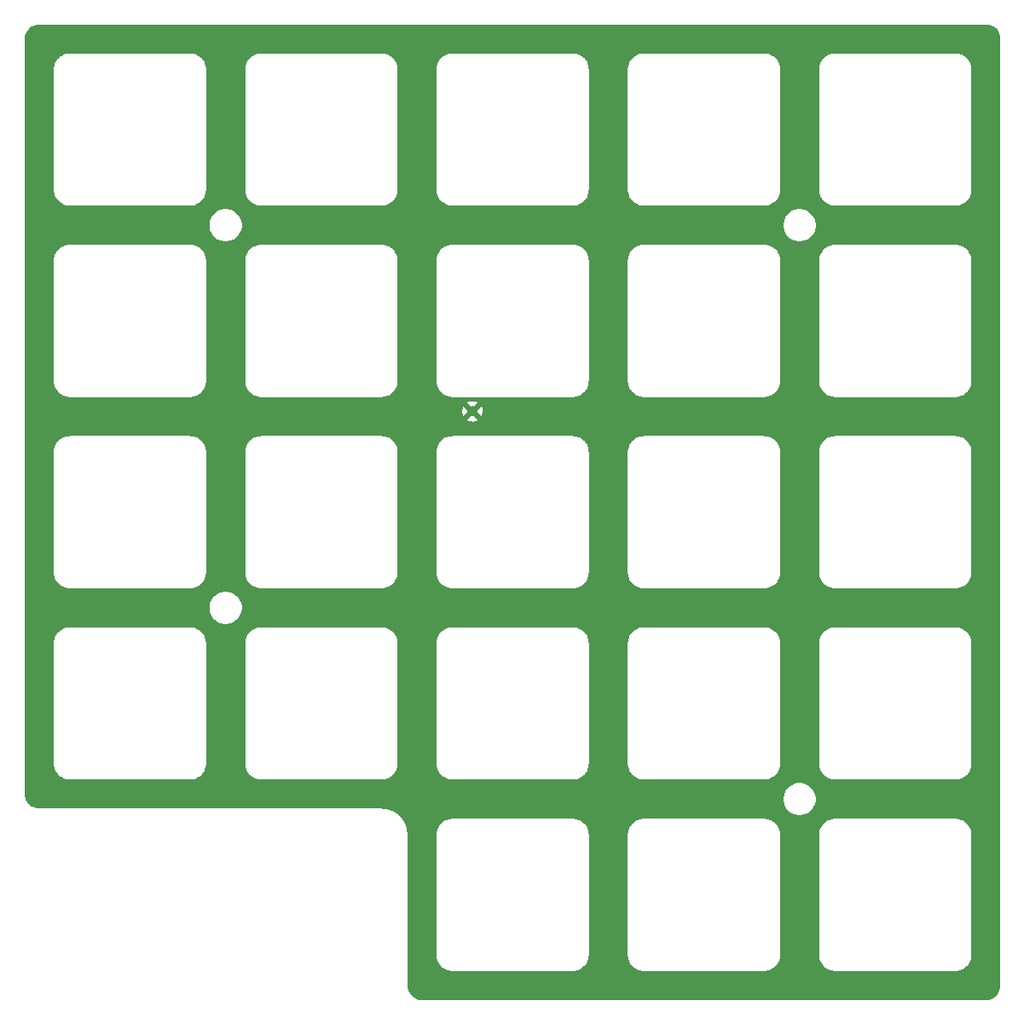
<source format=gbr>
G04 #@! TF.GenerationSoftware,KiCad,Pcbnew,(5.1.10)-1*
G04 #@! TF.CreationDate,2021-08-15T20:32:39-04:00*
G04 #@! TF.ProjectId,plate,706c6174-652e-46b6-9963-61645f706362,rev?*
G04 #@! TF.SameCoordinates,Original*
G04 #@! TF.FileFunction,Copper,L1,Top*
G04 #@! TF.FilePolarity,Positive*
%FSLAX46Y46*%
G04 Gerber Fmt 4.6, Leading zero omitted, Abs format (unit mm)*
G04 Created by KiCad (PCBNEW (5.1.10)-1) date 2021-08-15 20:32:39*
%MOMM*%
%LPD*%
G01*
G04 APERTURE LIST*
G04 #@! TA.AperFunction,SMDPad,CuDef*
%ADD10C,1.000000*%
G04 #@! TD*
G04 #@! TA.AperFunction,Conductor*
%ADD11C,0.254000*%
G04 #@! TD*
G04 #@! TA.AperFunction,Conductor*
%ADD12C,0.100000*%
G04 #@! TD*
G04 APERTURE END LIST*
D10*
X123000000Y-82000000D03*
D11*
X174254782Y-43713267D02*
X174499855Y-43787259D01*
X174725890Y-43907443D01*
X174924281Y-44069248D01*
X175087460Y-44266497D01*
X175209220Y-44491687D01*
X175284924Y-44736247D01*
X175315000Y-45022398D01*
X175315001Y-138966484D01*
X175286733Y-139254782D01*
X175212741Y-139499855D01*
X175092554Y-139725893D01*
X174930754Y-139924279D01*
X174733503Y-140087460D01*
X174508310Y-140209221D01*
X174263753Y-140284924D01*
X173977602Y-140315000D01*
X118033505Y-140315000D01*
X117745218Y-140286733D01*
X117500145Y-140212741D01*
X117274107Y-140092554D01*
X117075721Y-139930754D01*
X116912540Y-139733503D01*
X116790779Y-139508310D01*
X116715076Y-139263753D01*
X116685000Y-138977602D01*
X116685000Y-136033646D01*
X119315000Y-136033646D01*
X119317887Y-136062954D01*
X119317844Y-136069066D01*
X119318777Y-136078585D01*
X119339178Y-136272682D01*
X119351661Y-136333496D01*
X119363295Y-136394481D01*
X119366059Y-136403637D01*
X119423771Y-136590075D01*
X119447818Y-136647279D01*
X119471087Y-136704873D01*
X119475577Y-136713317D01*
X119568402Y-136884994D01*
X119603122Y-136936468D01*
X119637117Y-136988418D01*
X119643161Y-136995829D01*
X119767565Y-137146207D01*
X119811638Y-137189973D01*
X119855057Y-137234311D01*
X119862426Y-137240408D01*
X120013668Y-137363758D01*
X120065397Y-137398126D01*
X120116608Y-137433191D01*
X120125016Y-137437737D01*
X120125020Y-137437740D01*
X120125024Y-137437742D01*
X120297343Y-137529366D01*
X120354739Y-137553022D01*
X120411807Y-137577482D01*
X120420944Y-137580310D01*
X120607780Y-137636719D01*
X120668690Y-137648780D01*
X120729409Y-137661686D01*
X120738921Y-137662686D01*
X120933155Y-137681731D01*
X120933163Y-137681731D01*
X120966353Y-137685000D01*
X133033647Y-137685000D01*
X133062955Y-137682113D01*
X133069066Y-137682156D01*
X133078585Y-137681223D01*
X133272682Y-137660822D01*
X133333496Y-137648339D01*
X133394481Y-137636705D01*
X133403637Y-137633941D01*
X133590075Y-137576229D01*
X133647279Y-137552182D01*
X133704873Y-137528913D01*
X133713317Y-137524423D01*
X133884994Y-137431598D01*
X133936468Y-137396878D01*
X133988418Y-137362883D01*
X133995829Y-137356839D01*
X134146207Y-137232435D01*
X134189973Y-137188362D01*
X134234311Y-137144943D01*
X134240408Y-137137574D01*
X134363758Y-136986332D01*
X134398126Y-136934603D01*
X134433191Y-136883392D01*
X134437739Y-136874981D01*
X134437740Y-136874980D01*
X134437742Y-136874976D01*
X134529366Y-136702657D01*
X134553022Y-136645261D01*
X134577482Y-136588193D01*
X134580310Y-136579056D01*
X134636719Y-136392220D01*
X134648780Y-136331310D01*
X134661686Y-136270591D01*
X134662686Y-136261079D01*
X134681731Y-136066845D01*
X134681731Y-136066837D01*
X134685000Y-136033647D01*
X134685000Y-136033646D01*
X138315000Y-136033646D01*
X138317887Y-136062954D01*
X138317844Y-136069066D01*
X138318777Y-136078585D01*
X138339178Y-136272682D01*
X138351661Y-136333496D01*
X138363295Y-136394481D01*
X138366059Y-136403637D01*
X138423771Y-136590075D01*
X138447818Y-136647279D01*
X138471087Y-136704873D01*
X138475577Y-136713317D01*
X138568402Y-136884994D01*
X138603122Y-136936468D01*
X138637117Y-136988418D01*
X138643161Y-136995829D01*
X138767565Y-137146207D01*
X138811638Y-137189973D01*
X138855057Y-137234311D01*
X138862426Y-137240408D01*
X139013668Y-137363758D01*
X139065397Y-137398126D01*
X139116608Y-137433191D01*
X139125016Y-137437737D01*
X139125020Y-137437740D01*
X139125024Y-137437742D01*
X139297343Y-137529366D01*
X139354739Y-137553022D01*
X139411807Y-137577482D01*
X139420944Y-137580310D01*
X139607780Y-137636719D01*
X139668690Y-137648780D01*
X139729409Y-137661686D01*
X139738921Y-137662686D01*
X139933155Y-137681731D01*
X139933163Y-137681731D01*
X139966353Y-137685000D01*
X152033647Y-137685000D01*
X152062955Y-137682113D01*
X152069066Y-137682156D01*
X152078585Y-137681223D01*
X152272682Y-137660822D01*
X152333496Y-137648339D01*
X152394481Y-137636705D01*
X152403637Y-137633941D01*
X152590075Y-137576229D01*
X152647279Y-137552182D01*
X152704873Y-137528913D01*
X152713317Y-137524423D01*
X152884994Y-137431598D01*
X152936468Y-137396878D01*
X152988418Y-137362883D01*
X152995829Y-137356839D01*
X153146207Y-137232435D01*
X153189973Y-137188362D01*
X153234311Y-137144943D01*
X153240408Y-137137574D01*
X153363758Y-136986332D01*
X153398126Y-136934603D01*
X153433191Y-136883392D01*
X153437739Y-136874981D01*
X153437740Y-136874980D01*
X153437742Y-136874976D01*
X153529366Y-136702657D01*
X153553022Y-136645261D01*
X153577482Y-136588193D01*
X153580310Y-136579056D01*
X153636719Y-136392220D01*
X153648780Y-136331310D01*
X153661686Y-136270591D01*
X153662686Y-136261079D01*
X153681731Y-136066845D01*
X153681731Y-136066837D01*
X153685000Y-136033647D01*
X153685000Y-136033646D01*
X157315000Y-136033646D01*
X157317887Y-136062954D01*
X157317844Y-136069066D01*
X157318777Y-136078585D01*
X157339178Y-136272682D01*
X157351661Y-136333496D01*
X157363295Y-136394481D01*
X157366059Y-136403637D01*
X157423771Y-136590075D01*
X157447818Y-136647279D01*
X157471087Y-136704873D01*
X157475577Y-136713317D01*
X157568402Y-136884994D01*
X157603122Y-136936468D01*
X157637117Y-136988418D01*
X157643161Y-136995829D01*
X157767565Y-137146207D01*
X157811638Y-137189973D01*
X157855057Y-137234311D01*
X157862426Y-137240408D01*
X158013668Y-137363758D01*
X158065397Y-137398126D01*
X158116608Y-137433191D01*
X158125016Y-137437737D01*
X158125020Y-137437740D01*
X158125024Y-137437742D01*
X158297343Y-137529366D01*
X158354739Y-137553022D01*
X158411807Y-137577482D01*
X158420944Y-137580310D01*
X158607780Y-137636719D01*
X158668690Y-137648780D01*
X158729409Y-137661686D01*
X158738921Y-137662686D01*
X158933155Y-137681731D01*
X158933163Y-137681731D01*
X158966353Y-137685000D01*
X171033647Y-137685000D01*
X171062955Y-137682113D01*
X171069066Y-137682156D01*
X171078585Y-137681223D01*
X171272682Y-137660822D01*
X171333496Y-137648339D01*
X171394481Y-137636705D01*
X171403637Y-137633941D01*
X171590075Y-137576229D01*
X171647279Y-137552182D01*
X171704873Y-137528913D01*
X171713317Y-137524423D01*
X171884994Y-137431598D01*
X171936468Y-137396878D01*
X171988418Y-137362883D01*
X171995829Y-137356839D01*
X172146207Y-137232435D01*
X172189973Y-137188362D01*
X172234311Y-137144943D01*
X172240408Y-137137574D01*
X172363758Y-136986332D01*
X172398126Y-136934603D01*
X172433191Y-136883392D01*
X172437739Y-136874981D01*
X172437740Y-136874980D01*
X172437742Y-136874976D01*
X172529366Y-136702657D01*
X172553022Y-136645261D01*
X172577482Y-136588193D01*
X172580310Y-136579056D01*
X172636719Y-136392220D01*
X172648780Y-136331310D01*
X172661686Y-136270591D01*
X172662686Y-136261079D01*
X172681731Y-136066845D01*
X172681731Y-136066837D01*
X172685000Y-136033647D01*
X172685000Y-123966353D01*
X172682113Y-123937045D01*
X172682156Y-123930933D01*
X172681223Y-123921415D01*
X172660822Y-123727318D01*
X172648339Y-123666504D01*
X172636705Y-123605519D01*
X172633941Y-123596363D01*
X172576229Y-123409925D01*
X172552170Y-123352692D01*
X172528913Y-123295127D01*
X172524423Y-123286682D01*
X172431598Y-123115006D01*
X172396878Y-123063532D01*
X172362883Y-123011582D01*
X172356838Y-123004170D01*
X172232435Y-122853793D01*
X172188362Y-122810027D01*
X172144943Y-122765689D01*
X172137574Y-122759592D01*
X171986332Y-122636242D01*
X171934614Y-122601881D01*
X171883393Y-122566809D01*
X171874980Y-122562260D01*
X171702657Y-122470635D01*
X171645261Y-122446978D01*
X171588193Y-122422519D01*
X171579057Y-122419690D01*
X171392220Y-122363281D01*
X171331302Y-122351219D01*
X171270590Y-122338314D01*
X171261078Y-122337314D01*
X171066845Y-122318269D01*
X171066837Y-122318269D01*
X171033647Y-122315000D01*
X158966353Y-122315000D01*
X158937045Y-122317887D01*
X158930933Y-122317844D01*
X158921415Y-122318777D01*
X158727318Y-122339178D01*
X158666504Y-122351661D01*
X158605519Y-122363295D01*
X158596363Y-122366059D01*
X158409925Y-122423771D01*
X158352692Y-122447830D01*
X158295127Y-122471087D01*
X158286682Y-122475577D01*
X158115006Y-122568402D01*
X158063532Y-122603122D01*
X158011582Y-122637117D01*
X158004170Y-122643162D01*
X157853793Y-122767565D01*
X157810027Y-122811638D01*
X157765689Y-122855057D01*
X157759592Y-122862426D01*
X157636242Y-123013668D01*
X157601881Y-123065386D01*
X157566809Y-123116607D01*
X157562260Y-123125020D01*
X157470635Y-123297343D01*
X157446978Y-123354739D01*
X157422519Y-123411807D01*
X157419690Y-123420943D01*
X157363281Y-123607780D01*
X157351219Y-123668698D01*
X157338314Y-123729410D01*
X157337314Y-123738922D01*
X157318269Y-123933155D01*
X157318269Y-123933173D01*
X157315001Y-123966353D01*
X157315000Y-136033646D01*
X153685000Y-136033646D01*
X153685000Y-123966353D01*
X153682113Y-123937045D01*
X153682156Y-123930933D01*
X153681223Y-123921415D01*
X153660822Y-123727318D01*
X153648339Y-123666504D01*
X153636705Y-123605519D01*
X153633941Y-123596363D01*
X153576229Y-123409925D01*
X153552170Y-123352692D01*
X153528913Y-123295127D01*
X153524423Y-123286682D01*
X153431598Y-123115006D01*
X153396878Y-123063532D01*
X153362883Y-123011582D01*
X153356838Y-123004170D01*
X153232435Y-122853793D01*
X153188362Y-122810027D01*
X153144943Y-122765689D01*
X153137574Y-122759592D01*
X152986332Y-122636242D01*
X152934614Y-122601881D01*
X152883393Y-122566809D01*
X152874980Y-122562260D01*
X152702657Y-122470635D01*
X152645261Y-122446978D01*
X152588193Y-122422519D01*
X152579057Y-122419690D01*
X152392220Y-122363281D01*
X152331302Y-122351219D01*
X152270590Y-122338314D01*
X152261078Y-122337314D01*
X152066845Y-122318269D01*
X152066837Y-122318269D01*
X152033647Y-122315000D01*
X139966353Y-122315000D01*
X139937045Y-122317887D01*
X139930933Y-122317844D01*
X139921415Y-122318777D01*
X139727318Y-122339178D01*
X139666504Y-122351661D01*
X139605519Y-122363295D01*
X139596363Y-122366059D01*
X139409925Y-122423771D01*
X139352692Y-122447830D01*
X139295127Y-122471087D01*
X139286682Y-122475577D01*
X139115006Y-122568402D01*
X139063532Y-122603122D01*
X139011582Y-122637117D01*
X139004170Y-122643162D01*
X138853793Y-122767565D01*
X138810027Y-122811638D01*
X138765689Y-122855057D01*
X138759592Y-122862426D01*
X138636242Y-123013668D01*
X138601881Y-123065386D01*
X138566809Y-123116607D01*
X138562260Y-123125020D01*
X138470635Y-123297343D01*
X138446978Y-123354739D01*
X138422519Y-123411807D01*
X138419690Y-123420943D01*
X138363281Y-123607780D01*
X138351219Y-123668698D01*
X138338314Y-123729410D01*
X138337314Y-123738922D01*
X138318269Y-123933155D01*
X138318269Y-123933173D01*
X138315001Y-123966353D01*
X138315000Y-136033646D01*
X134685000Y-136033646D01*
X134685000Y-123966353D01*
X134682113Y-123937045D01*
X134682156Y-123930933D01*
X134681223Y-123921415D01*
X134660822Y-123727318D01*
X134648339Y-123666504D01*
X134636705Y-123605519D01*
X134633941Y-123596363D01*
X134576229Y-123409925D01*
X134552170Y-123352692D01*
X134528913Y-123295127D01*
X134524423Y-123286682D01*
X134431598Y-123115006D01*
X134396878Y-123063532D01*
X134362883Y-123011582D01*
X134356838Y-123004170D01*
X134232435Y-122853793D01*
X134188362Y-122810027D01*
X134144943Y-122765689D01*
X134137574Y-122759592D01*
X133986332Y-122636242D01*
X133934614Y-122601881D01*
X133883393Y-122566809D01*
X133874980Y-122562260D01*
X133702657Y-122470635D01*
X133645261Y-122446978D01*
X133588193Y-122422519D01*
X133579057Y-122419690D01*
X133392220Y-122363281D01*
X133331302Y-122351219D01*
X133270590Y-122338314D01*
X133261078Y-122337314D01*
X133066845Y-122318269D01*
X133066837Y-122318269D01*
X133033647Y-122315000D01*
X120966353Y-122315000D01*
X120937045Y-122317887D01*
X120930933Y-122317844D01*
X120921415Y-122318777D01*
X120727318Y-122339178D01*
X120666504Y-122351661D01*
X120605519Y-122363295D01*
X120596363Y-122366059D01*
X120409925Y-122423771D01*
X120352692Y-122447830D01*
X120295127Y-122471087D01*
X120286682Y-122475577D01*
X120115006Y-122568402D01*
X120063532Y-122603122D01*
X120011582Y-122637117D01*
X120004170Y-122643162D01*
X119853793Y-122767565D01*
X119810027Y-122811638D01*
X119765689Y-122855057D01*
X119759592Y-122862426D01*
X119636242Y-123013668D01*
X119601881Y-123065386D01*
X119566809Y-123116607D01*
X119562260Y-123125020D01*
X119470635Y-123297343D01*
X119446978Y-123354739D01*
X119422519Y-123411807D01*
X119419690Y-123420943D01*
X119363281Y-123607780D01*
X119351219Y-123668698D01*
X119338314Y-123729410D01*
X119337314Y-123738922D01*
X119318269Y-123933155D01*
X119318269Y-123933173D01*
X119315001Y-123966353D01*
X119315000Y-136033646D01*
X116685000Y-136033646D01*
X116685000Y-123966353D01*
X116682045Y-123936355D01*
X116682132Y-123923953D01*
X116681198Y-123914434D01*
X116640397Y-123526242D01*
X116627920Y-123465461D01*
X116616280Y-123404440D01*
X116613516Y-123395284D01*
X116498092Y-123022409D01*
X116474028Y-122965163D01*
X116450776Y-122907612D01*
X116446286Y-122899167D01*
X116260635Y-122555812D01*
X116225919Y-122504344D01*
X116191920Y-122452389D01*
X116185876Y-122444978D01*
X115937069Y-122144223D01*
X115892996Y-122100457D01*
X115849577Y-122056119D01*
X115842208Y-122050022D01*
X115539723Y-121803321D01*
X115488005Y-121768960D01*
X115436784Y-121733888D01*
X115428371Y-121729339D01*
X115083730Y-121546089D01*
X115026300Y-121522418D01*
X114969263Y-121497972D01*
X114960131Y-121495145D01*
X114960125Y-121495143D01*
X114586455Y-121382326D01*
X114525545Y-121370265D01*
X114464826Y-121357359D01*
X114455314Y-121356359D01*
X114066845Y-121318269D01*
X114066837Y-121318269D01*
X114033647Y-121315000D01*
X80033505Y-121315000D01*
X79745218Y-121286733D01*
X79500145Y-121212741D01*
X79274107Y-121092554D01*
X79075721Y-120930754D01*
X78912540Y-120733503D01*
X78790779Y-120508310D01*
X78730636Y-120314017D01*
X153761260Y-120314017D01*
X153761260Y-120655783D01*
X153827935Y-120990981D01*
X153958723Y-121306731D01*
X154148597Y-121590898D01*
X154390262Y-121832563D01*
X154674429Y-122022437D01*
X154990179Y-122153225D01*
X155325377Y-122219900D01*
X155667143Y-122219900D01*
X156002341Y-122153225D01*
X156318091Y-122022437D01*
X156602258Y-121832563D01*
X156843923Y-121590898D01*
X157033797Y-121306731D01*
X157164585Y-120990981D01*
X157231260Y-120655783D01*
X157231260Y-120314017D01*
X157164585Y-119978819D01*
X157033797Y-119663069D01*
X156843923Y-119378902D01*
X156602258Y-119137237D01*
X156318091Y-118947363D01*
X156002341Y-118816575D01*
X155667143Y-118749900D01*
X155325377Y-118749900D01*
X154990179Y-118816575D01*
X154674429Y-118947363D01*
X154390262Y-119137237D01*
X154148597Y-119378902D01*
X153958723Y-119663069D01*
X153827935Y-119978819D01*
X153761260Y-120314017D01*
X78730636Y-120314017D01*
X78715076Y-120263753D01*
X78685000Y-119977602D01*
X78685000Y-117033646D01*
X81315000Y-117033646D01*
X81317887Y-117062954D01*
X81317844Y-117069066D01*
X81318777Y-117078585D01*
X81339178Y-117272682D01*
X81351661Y-117333496D01*
X81363295Y-117394481D01*
X81366059Y-117403637D01*
X81423771Y-117590075D01*
X81447818Y-117647279D01*
X81471087Y-117704873D01*
X81475577Y-117713317D01*
X81568402Y-117884994D01*
X81603122Y-117936468D01*
X81637117Y-117988418D01*
X81643161Y-117995829D01*
X81767565Y-118146207D01*
X81811638Y-118189973D01*
X81855057Y-118234311D01*
X81862426Y-118240408D01*
X82013668Y-118363758D01*
X82065397Y-118398126D01*
X82116608Y-118433191D01*
X82125016Y-118437737D01*
X82125020Y-118437740D01*
X82125024Y-118437742D01*
X82297343Y-118529366D01*
X82354739Y-118553022D01*
X82411807Y-118577482D01*
X82420944Y-118580310D01*
X82607780Y-118636719D01*
X82668690Y-118648780D01*
X82729409Y-118661686D01*
X82738921Y-118662686D01*
X82933155Y-118681731D01*
X82933163Y-118681731D01*
X82966353Y-118685000D01*
X95033647Y-118685000D01*
X95062955Y-118682113D01*
X95069066Y-118682156D01*
X95078585Y-118681223D01*
X95272682Y-118660822D01*
X95333496Y-118648339D01*
X95394481Y-118636705D01*
X95403637Y-118633941D01*
X95590075Y-118576229D01*
X95647279Y-118552182D01*
X95704873Y-118528913D01*
X95713317Y-118524423D01*
X95884994Y-118431598D01*
X95936468Y-118396878D01*
X95988418Y-118362883D01*
X95995829Y-118356839D01*
X96146207Y-118232435D01*
X96189973Y-118188362D01*
X96234311Y-118144943D01*
X96240408Y-118137574D01*
X96363758Y-117986332D01*
X96398126Y-117934603D01*
X96433191Y-117883392D01*
X96437739Y-117874981D01*
X96437740Y-117874980D01*
X96437742Y-117874976D01*
X96529366Y-117702657D01*
X96553022Y-117645261D01*
X96577482Y-117588193D01*
X96580310Y-117579056D01*
X96636719Y-117392220D01*
X96648780Y-117331310D01*
X96661686Y-117270591D01*
X96662686Y-117261079D01*
X96681731Y-117066845D01*
X96681731Y-117066837D01*
X96685000Y-117033647D01*
X96685000Y-117033646D01*
X100315000Y-117033646D01*
X100317887Y-117062954D01*
X100317844Y-117069066D01*
X100318777Y-117078585D01*
X100339178Y-117272682D01*
X100351661Y-117333496D01*
X100363295Y-117394481D01*
X100366059Y-117403637D01*
X100423771Y-117590075D01*
X100447818Y-117647279D01*
X100471087Y-117704873D01*
X100475577Y-117713317D01*
X100568402Y-117884994D01*
X100603122Y-117936468D01*
X100637117Y-117988418D01*
X100643161Y-117995829D01*
X100767565Y-118146207D01*
X100811638Y-118189973D01*
X100855057Y-118234311D01*
X100862426Y-118240408D01*
X101013668Y-118363758D01*
X101065397Y-118398126D01*
X101116608Y-118433191D01*
X101125016Y-118437737D01*
X101125020Y-118437740D01*
X101125024Y-118437742D01*
X101297343Y-118529366D01*
X101354739Y-118553022D01*
X101411807Y-118577482D01*
X101420944Y-118580310D01*
X101607780Y-118636719D01*
X101668690Y-118648780D01*
X101729409Y-118661686D01*
X101738921Y-118662686D01*
X101933155Y-118681731D01*
X101933163Y-118681731D01*
X101966353Y-118685000D01*
X114033647Y-118685000D01*
X114062955Y-118682113D01*
X114069066Y-118682156D01*
X114078585Y-118681223D01*
X114272682Y-118660822D01*
X114333496Y-118648339D01*
X114394481Y-118636705D01*
X114403637Y-118633941D01*
X114590075Y-118576229D01*
X114647279Y-118552182D01*
X114704873Y-118528913D01*
X114713317Y-118524423D01*
X114884994Y-118431598D01*
X114936468Y-118396878D01*
X114988418Y-118362883D01*
X114995829Y-118356839D01*
X115146207Y-118232435D01*
X115189973Y-118188362D01*
X115234311Y-118144943D01*
X115240408Y-118137574D01*
X115363758Y-117986332D01*
X115398126Y-117934603D01*
X115433191Y-117883392D01*
X115437739Y-117874981D01*
X115437740Y-117874980D01*
X115437742Y-117874976D01*
X115529366Y-117702657D01*
X115553022Y-117645261D01*
X115577482Y-117588193D01*
X115580310Y-117579056D01*
X115636719Y-117392220D01*
X115648780Y-117331310D01*
X115661686Y-117270591D01*
X115662686Y-117261079D01*
X115681731Y-117066845D01*
X115681731Y-117066837D01*
X115685000Y-117033647D01*
X115685000Y-117033646D01*
X119315000Y-117033646D01*
X119317887Y-117062954D01*
X119317844Y-117069066D01*
X119318777Y-117078585D01*
X119339178Y-117272682D01*
X119351661Y-117333496D01*
X119363295Y-117394481D01*
X119366059Y-117403637D01*
X119423771Y-117590075D01*
X119447818Y-117647279D01*
X119471087Y-117704873D01*
X119475577Y-117713317D01*
X119568402Y-117884994D01*
X119603122Y-117936468D01*
X119637117Y-117988418D01*
X119643161Y-117995829D01*
X119767565Y-118146207D01*
X119811638Y-118189973D01*
X119855057Y-118234311D01*
X119862426Y-118240408D01*
X120013668Y-118363758D01*
X120065397Y-118398126D01*
X120116608Y-118433191D01*
X120125016Y-118437737D01*
X120125020Y-118437740D01*
X120125024Y-118437742D01*
X120297343Y-118529366D01*
X120354739Y-118553022D01*
X120411807Y-118577482D01*
X120420944Y-118580310D01*
X120607780Y-118636719D01*
X120668690Y-118648780D01*
X120729409Y-118661686D01*
X120738921Y-118662686D01*
X120933155Y-118681731D01*
X120933163Y-118681731D01*
X120966353Y-118685000D01*
X133033647Y-118685000D01*
X133062955Y-118682113D01*
X133069066Y-118682156D01*
X133078585Y-118681223D01*
X133272682Y-118660822D01*
X133333496Y-118648339D01*
X133394481Y-118636705D01*
X133403637Y-118633941D01*
X133590075Y-118576229D01*
X133647279Y-118552182D01*
X133704873Y-118528913D01*
X133713317Y-118524423D01*
X133884994Y-118431598D01*
X133936468Y-118396878D01*
X133988418Y-118362883D01*
X133995829Y-118356839D01*
X134146207Y-118232435D01*
X134189973Y-118188362D01*
X134234311Y-118144943D01*
X134240408Y-118137574D01*
X134363758Y-117986332D01*
X134398126Y-117934603D01*
X134433191Y-117883392D01*
X134437739Y-117874981D01*
X134437740Y-117874980D01*
X134437742Y-117874976D01*
X134529366Y-117702657D01*
X134553022Y-117645261D01*
X134577482Y-117588193D01*
X134580310Y-117579056D01*
X134636719Y-117392220D01*
X134648780Y-117331310D01*
X134661686Y-117270591D01*
X134662686Y-117261079D01*
X134681731Y-117066845D01*
X134681731Y-117066837D01*
X134685000Y-117033647D01*
X134685000Y-117033646D01*
X138315000Y-117033646D01*
X138317887Y-117062954D01*
X138317844Y-117069066D01*
X138318777Y-117078585D01*
X138339178Y-117272682D01*
X138351661Y-117333496D01*
X138363295Y-117394481D01*
X138366059Y-117403637D01*
X138423771Y-117590075D01*
X138447818Y-117647279D01*
X138471087Y-117704873D01*
X138475577Y-117713317D01*
X138568402Y-117884994D01*
X138603122Y-117936468D01*
X138637117Y-117988418D01*
X138643161Y-117995829D01*
X138767565Y-118146207D01*
X138811638Y-118189973D01*
X138855057Y-118234311D01*
X138862426Y-118240408D01*
X139013668Y-118363758D01*
X139065397Y-118398126D01*
X139116608Y-118433191D01*
X139125016Y-118437737D01*
X139125020Y-118437740D01*
X139125024Y-118437742D01*
X139297343Y-118529366D01*
X139354739Y-118553022D01*
X139411807Y-118577482D01*
X139420944Y-118580310D01*
X139607780Y-118636719D01*
X139668690Y-118648780D01*
X139729409Y-118661686D01*
X139738921Y-118662686D01*
X139933155Y-118681731D01*
X139933163Y-118681731D01*
X139966353Y-118685000D01*
X152033647Y-118685000D01*
X152062955Y-118682113D01*
X152069066Y-118682156D01*
X152078585Y-118681223D01*
X152272682Y-118660822D01*
X152333496Y-118648339D01*
X152394481Y-118636705D01*
X152403637Y-118633941D01*
X152590075Y-118576229D01*
X152647279Y-118552182D01*
X152704873Y-118528913D01*
X152713317Y-118524423D01*
X152884994Y-118431598D01*
X152936468Y-118396878D01*
X152988418Y-118362883D01*
X152995829Y-118356839D01*
X153146207Y-118232435D01*
X153189973Y-118188362D01*
X153234311Y-118144943D01*
X153240408Y-118137574D01*
X153363758Y-117986332D01*
X153398126Y-117934603D01*
X153433191Y-117883392D01*
X153437739Y-117874981D01*
X153437740Y-117874980D01*
X153437742Y-117874976D01*
X153529366Y-117702657D01*
X153553022Y-117645261D01*
X153577482Y-117588193D01*
X153580310Y-117579056D01*
X153636719Y-117392220D01*
X153648780Y-117331310D01*
X153661686Y-117270591D01*
X153662686Y-117261079D01*
X153681731Y-117066845D01*
X153681731Y-117066837D01*
X153685000Y-117033647D01*
X153685000Y-117033646D01*
X157315000Y-117033646D01*
X157317887Y-117062954D01*
X157317844Y-117069066D01*
X157318777Y-117078585D01*
X157339178Y-117272682D01*
X157351661Y-117333496D01*
X157363295Y-117394481D01*
X157366059Y-117403637D01*
X157423771Y-117590075D01*
X157447818Y-117647279D01*
X157471087Y-117704873D01*
X157475577Y-117713317D01*
X157568402Y-117884994D01*
X157603122Y-117936468D01*
X157637117Y-117988418D01*
X157643161Y-117995829D01*
X157767565Y-118146207D01*
X157811638Y-118189973D01*
X157855057Y-118234311D01*
X157862426Y-118240408D01*
X158013668Y-118363758D01*
X158065397Y-118398126D01*
X158116608Y-118433191D01*
X158125016Y-118437737D01*
X158125020Y-118437740D01*
X158125024Y-118437742D01*
X158297343Y-118529366D01*
X158354739Y-118553022D01*
X158411807Y-118577482D01*
X158420944Y-118580310D01*
X158607780Y-118636719D01*
X158668690Y-118648780D01*
X158729409Y-118661686D01*
X158738921Y-118662686D01*
X158933155Y-118681731D01*
X158933163Y-118681731D01*
X158966353Y-118685000D01*
X171033647Y-118685000D01*
X171062955Y-118682113D01*
X171069066Y-118682156D01*
X171078585Y-118681223D01*
X171272682Y-118660822D01*
X171333496Y-118648339D01*
X171394481Y-118636705D01*
X171403637Y-118633941D01*
X171590075Y-118576229D01*
X171647279Y-118552182D01*
X171704873Y-118528913D01*
X171713317Y-118524423D01*
X171884994Y-118431598D01*
X171936468Y-118396878D01*
X171988418Y-118362883D01*
X171995829Y-118356839D01*
X172146207Y-118232435D01*
X172189973Y-118188362D01*
X172234311Y-118144943D01*
X172240408Y-118137574D01*
X172363758Y-117986332D01*
X172398126Y-117934603D01*
X172433191Y-117883392D01*
X172437739Y-117874981D01*
X172437740Y-117874980D01*
X172437742Y-117874976D01*
X172529366Y-117702657D01*
X172553022Y-117645261D01*
X172577482Y-117588193D01*
X172580310Y-117579056D01*
X172636719Y-117392220D01*
X172648780Y-117331310D01*
X172661686Y-117270591D01*
X172662686Y-117261079D01*
X172681731Y-117066845D01*
X172681731Y-117066837D01*
X172685000Y-117033647D01*
X172685000Y-104966353D01*
X172682113Y-104937045D01*
X172682156Y-104930933D01*
X172681223Y-104921415D01*
X172660822Y-104727318D01*
X172648339Y-104666504D01*
X172636705Y-104605519D01*
X172633941Y-104596363D01*
X172576229Y-104409925D01*
X172552170Y-104352692D01*
X172528913Y-104295127D01*
X172524423Y-104286682D01*
X172431598Y-104115006D01*
X172396878Y-104063532D01*
X172362883Y-104011582D01*
X172356838Y-104004170D01*
X172232435Y-103853793D01*
X172188362Y-103810027D01*
X172144943Y-103765689D01*
X172137574Y-103759592D01*
X171986332Y-103636242D01*
X171934614Y-103601881D01*
X171883393Y-103566809D01*
X171874980Y-103562260D01*
X171702657Y-103470635D01*
X171645261Y-103446978D01*
X171588193Y-103422519D01*
X171579057Y-103419690D01*
X171392220Y-103363281D01*
X171331302Y-103351219D01*
X171270590Y-103338314D01*
X171261078Y-103337314D01*
X171066845Y-103318269D01*
X171066837Y-103318269D01*
X171033647Y-103315000D01*
X158966353Y-103315000D01*
X158937045Y-103317887D01*
X158930933Y-103317844D01*
X158921415Y-103318777D01*
X158727318Y-103339178D01*
X158666504Y-103351661D01*
X158605519Y-103363295D01*
X158596363Y-103366059D01*
X158409925Y-103423771D01*
X158352692Y-103447830D01*
X158295127Y-103471087D01*
X158286682Y-103475577D01*
X158115006Y-103568402D01*
X158063532Y-103603122D01*
X158011582Y-103637117D01*
X158004170Y-103643162D01*
X157853793Y-103767565D01*
X157810027Y-103811638D01*
X157765689Y-103855057D01*
X157759592Y-103862426D01*
X157636242Y-104013668D01*
X157601881Y-104065386D01*
X157566809Y-104116607D01*
X157562260Y-104125020D01*
X157470635Y-104297343D01*
X157446978Y-104354739D01*
X157422519Y-104411807D01*
X157419690Y-104420943D01*
X157363281Y-104607780D01*
X157351219Y-104668698D01*
X157338314Y-104729410D01*
X157337314Y-104738922D01*
X157318269Y-104933155D01*
X157318269Y-104933173D01*
X157315001Y-104966353D01*
X157315000Y-117033646D01*
X153685000Y-117033646D01*
X153685000Y-104966353D01*
X153682113Y-104937045D01*
X153682156Y-104930933D01*
X153681223Y-104921415D01*
X153660822Y-104727318D01*
X153648339Y-104666504D01*
X153636705Y-104605519D01*
X153633941Y-104596363D01*
X153576229Y-104409925D01*
X153552170Y-104352692D01*
X153528913Y-104295127D01*
X153524423Y-104286682D01*
X153431598Y-104115006D01*
X153396878Y-104063532D01*
X153362883Y-104011582D01*
X153356838Y-104004170D01*
X153232435Y-103853793D01*
X153188362Y-103810027D01*
X153144943Y-103765689D01*
X153137574Y-103759592D01*
X152986332Y-103636242D01*
X152934614Y-103601881D01*
X152883393Y-103566809D01*
X152874980Y-103562260D01*
X152702657Y-103470635D01*
X152645261Y-103446978D01*
X152588193Y-103422519D01*
X152579057Y-103419690D01*
X152392220Y-103363281D01*
X152331302Y-103351219D01*
X152270590Y-103338314D01*
X152261078Y-103337314D01*
X152066845Y-103318269D01*
X152066837Y-103318269D01*
X152033647Y-103315000D01*
X139966353Y-103315000D01*
X139937045Y-103317887D01*
X139930933Y-103317844D01*
X139921415Y-103318777D01*
X139727318Y-103339178D01*
X139666504Y-103351661D01*
X139605519Y-103363295D01*
X139596363Y-103366059D01*
X139409925Y-103423771D01*
X139352692Y-103447830D01*
X139295127Y-103471087D01*
X139286682Y-103475577D01*
X139115006Y-103568402D01*
X139063532Y-103603122D01*
X139011582Y-103637117D01*
X139004170Y-103643162D01*
X138853793Y-103767565D01*
X138810027Y-103811638D01*
X138765689Y-103855057D01*
X138759592Y-103862426D01*
X138636242Y-104013668D01*
X138601881Y-104065386D01*
X138566809Y-104116607D01*
X138562260Y-104125020D01*
X138470635Y-104297343D01*
X138446978Y-104354739D01*
X138422519Y-104411807D01*
X138419690Y-104420943D01*
X138363281Y-104607780D01*
X138351219Y-104668698D01*
X138338314Y-104729410D01*
X138337314Y-104738922D01*
X138318269Y-104933155D01*
X138318269Y-104933173D01*
X138315001Y-104966353D01*
X138315000Y-117033646D01*
X134685000Y-117033646D01*
X134685000Y-104966353D01*
X134682113Y-104937045D01*
X134682156Y-104930933D01*
X134681223Y-104921415D01*
X134660822Y-104727318D01*
X134648339Y-104666504D01*
X134636705Y-104605519D01*
X134633941Y-104596363D01*
X134576229Y-104409925D01*
X134552170Y-104352692D01*
X134528913Y-104295127D01*
X134524423Y-104286682D01*
X134431598Y-104115006D01*
X134396878Y-104063532D01*
X134362883Y-104011582D01*
X134356838Y-104004170D01*
X134232435Y-103853793D01*
X134188362Y-103810027D01*
X134144943Y-103765689D01*
X134137574Y-103759592D01*
X133986332Y-103636242D01*
X133934614Y-103601881D01*
X133883393Y-103566809D01*
X133874980Y-103562260D01*
X133702657Y-103470635D01*
X133645261Y-103446978D01*
X133588193Y-103422519D01*
X133579057Y-103419690D01*
X133392220Y-103363281D01*
X133331302Y-103351219D01*
X133270590Y-103338314D01*
X133261078Y-103337314D01*
X133066845Y-103318269D01*
X133066837Y-103318269D01*
X133033647Y-103315000D01*
X120966353Y-103315000D01*
X120937045Y-103317887D01*
X120930933Y-103317844D01*
X120921415Y-103318777D01*
X120727318Y-103339178D01*
X120666504Y-103351661D01*
X120605519Y-103363295D01*
X120596363Y-103366059D01*
X120409925Y-103423771D01*
X120352692Y-103447830D01*
X120295127Y-103471087D01*
X120286682Y-103475577D01*
X120115006Y-103568402D01*
X120063532Y-103603122D01*
X120011582Y-103637117D01*
X120004170Y-103643162D01*
X119853793Y-103767565D01*
X119810027Y-103811638D01*
X119765689Y-103855057D01*
X119759592Y-103862426D01*
X119636242Y-104013668D01*
X119601881Y-104065386D01*
X119566809Y-104116607D01*
X119562260Y-104125020D01*
X119470635Y-104297343D01*
X119446978Y-104354739D01*
X119422519Y-104411807D01*
X119419690Y-104420943D01*
X119363281Y-104607780D01*
X119351219Y-104668698D01*
X119338314Y-104729410D01*
X119337314Y-104738922D01*
X119318269Y-104933155D01*
X119318269Y-104933173D01*
X119315001Y-104966353D01*
X119315000Y-117033646D01*
X115685000Y-117033646D01*
X115685000Y-104966353D01*
X115682113Y-104937045D01*
X115682156Y-104930933D01*
X115681223Y-104921415D01*
X115660822Y-104727318D01*
X115648339Y-104666504D01*
X115636705Y-104605519D01*
X115633941Y-104596363D01*
X115576229Y-104409925D01*
X115552170Y-104352692D01*
X115528913Y-104295127D01*
X115524423Y-104286682D01*
X115431598Y-104115006D01*
X115396878Y-104063532D01*
X115362883Y-104011582D01*
X115356838Y-104004170D01*
X115232435Y-103853793D01*
X115188362Y-103810027D01*
X115144943Y-103765689D01*
X115137574Y-103759592D01*
X114986332Y-103636242D01*
X114934614Y-103601881D01*
X114883393Y-103566809D01*
X114874980Y-103562260D01*
X114702657Y-103470635D01*
X114645261Y-103446978D01*
X114588193Y-103422519D01*
X114579057Y-103419690D01*
X114392220Y-103363281D01*
X114331302Y-103351219D01*
X114270590Y-103338314D01*
X114261078Y-103337314D01*
X114066845Y-103318269D01*
X114066837Y-103318269D01*
X114033647Y-103315000D01*
X101966353Y-103315000D01*
X101937045Y-103317887D01*
X101930933Y-103317844D01*
X101921415Y-103318777D01*
X101727318Y-103339178D01*
X101666504Y-103351661D01*
X101605519Y-103363295D01*
X101596363Y-103366059D01*
X101409925Y-103423771D01*
X101352692Y-103447830D01*
X101295127Y-103471087D01*
X101286682Y-103475577D01*
X101115006Y-103568402D01*
X101063532Y-103603122D01*
X101011582Y-103637117D01*
X101004170Y-103643162D01*
X100853793Y-103767565D01*
X100810027Y-103811638D01*
X100765689Y-103855057D01*
X100759592Y-103862426D01*
X100636242Y-104013668D01*
X100601881Y-104065386D01*
X100566809Y-104116607D01*
X100562260Y-104125020D01*
X100470635Y-104297343D01*
X100446978Y-104354739D01*
X100422519Y-104411807D01*
X100419690Y-104420943D01*
X100363281Y-104607780D01*
X100351219Y-104668698D01*
X100338314Y-104729410D01*
X100337314Y-104738922D01*
X100318269Y-104933155D01*
X100318269Y-104933173D01*
X100315001Y-104966353D01*
X100315000Y-117033646D01*
X96685000Y-117033646D01*
X96685000Y-104966353D01*
X96682113Y-104937045D01*
X96682156Y-104930933D01*
X96681223Y-104921415D01*
X96660822Y-104727318D01*
X96648339Y-104666504D01*
X96636705Y-104605519D01*
X96633941Y-104596363D01*
X96576229Y-104409925D01*
X96552170Y-104352692D01*
X96528913Y-104295127D01*
X96524423Y-104286682D01*
X96431598Y-104115006D01*
X96396878Y-104063532D01*
X96362883Y-104011582D01*
X96356838Y-104004170D01*
X96232435Y-103853793D01*
X96188362Y-103810027D01*
X96144943Y-103765689D01*
X96137574Y-103759592D01*
X95986332Y-103636242D01*
X95934614Y-103601881D01*
X95883393Y-103566809D01*
X95874980Y-103562260D01*
X95702657Y-103470635D01*
X95645261Y-103446978D01*
X95588193Y-103422519D01*
X95579057Y-103419690D01*
X95392220Y-103363281D01*
X95331302Y-103351219D01*
X95270590Y-103338314D01*
X95261078Y-103337314D01*
X95066845Y-103318269D01*
X95066837Y-103318269D01*
X95033647Y-103315000D01*
X82966353Y-103315000D01*
X82937045Y-103317887D01*
X82930933Y-103317844D01*
X82921415Y-103318777D01*
X82727318Y-103339178D01*
X82666504Y-103351661D01*
X82605519Y-103363295D01*
X82596363Y-103366059D01*
X82409925Y-103423771D01*
X82352692Y-103447830D01*
X82295127Y-103471087D01*
X82286682Y-103475577D01*
X82115006Y-103568402D01*
X82063532Y-103603122D01*
X82011582Y-103637117D01*
X82004170Y-103643162D01*
X81853793Y-103767565D01*
X81810027Y-103811638D01*
X81765689Y-103855057D01*
X81759592Y-103862426D01*
X81636242Y-104013668D01*
X81601881Y-104065386D01*
X81566809Y-104116607D01*
X81562260Y-104125020D01*
X81470635Y-104297343D01*
X81446978Y-104354739D01*
X81422519Y-104411807D01*
X81419690Y-104420943D01*
X81363281Y-104607780D01*
X81351219Y-104668698D01*
X81338314Y-104729410D01*
X81337314Y-104738922D01*
X81318269Y-104933155D01*
X81318269Y-104933173D01*
X81315001Y-104966353D01*
X81315000Y-117033646D01*
X78685000Y-117033646D01*
X78685000Y-101329117D01*
X96765000Y-101329117D01*
X96765000Y-101670883D01*
X96831675Y-102006081D01*
X96962463Y-102321831D01*
X97152337Y-102605998D01*
X97394002Y-102847663D01*
X97678169Y-103037537D01*
X97993919Y-103168325D01*
X98329117Y-103235000D01*
X98670883Y-103235000D01*
X99006081Y-103168325D01*
X99321831Y-103037537D01*
X99605998Y-102847663D01*
X99847663Y-102605998D01*
X100037537Y-102321831D01*
X100168325Y-102006081D01*
X100235000Y-101670883D01*
X100235000Y-101329117D01*
X100168325Y-100993919D01*
X100037537Y-100678169D01*
X99847663Y-100394002D01*
X99605998Y-100152337D01*
X99321831Y-99962463D01*
X99006081Y-99831675D01*
X98670883Y-99765000D01*
X98329117Y-99765000D01*
X97993919Y-99831675D01*
X97678169Y-99962463D01*
X97394002Y-100152337D01*
X97152337Y-100394002D01*
X96962463Y-100678169D01*
X96831675Y-100993919D01*
X96765000Y-101329117D01*
X78685000Y-101329117D01*
X78685000Y-98033646D01*
X81315000Y-98033646D01*
X81317887Y-98062954D01*
X81317844Y-98069066D01*
X81318777Y-98078585D01*
X81339178Y-98272682D01*
X81351661Y-98333496D01*
X81363295Y-98394481D01*
X81366059Y-98403637D01*
X81423771Y-98590075D01*
X81447818Y-98647279D01*
X81471087Y-98704873D01*
X81475577Y-98713317D01*
X81568402Y-98884994D01*
X81603122Y-98936468D01*
X81637117Y-98988418D01*
X81643161Y-98995829D01*
X81767565Y-99146207D01*
X81811638Y-99189973D01*
X81855057Y-99234311D01*
X81862426Y-99240408D01*
X82013668Y-99363758D01*
X82065397Y-99398126D01*
X82116608Y-99433191D01*
X82125016Y-99437737D01*
X82125020Y-99437740D01*
X82125024Y-99437742D01*
X82297343Y-99529366D01*
X82354739Y-99553022D01*
X82411807Y-99577482D01*
X82420944Y-99580310D01*
X82607780Y-99636719D01*
X82668690Y-99648780D01*
X82729409Y-99661686D01*
X82738921Y-99662686D01*
X82933155Y-99681731D01*
X82933163Y-99681731D01*
X82966353Y-99685000D01*
X95033647Y-99685000D01*
X95062955Y-99682113D01*
X95069066Y-99682156D01*
X95078585Y-99681223D01*
X95272682Y-99660822D01*
X95333496Y-99648339D01*
X95394481Y-99636705D01*
X95403637Y-99633941D01*
X95590075Y-99576229D01*
X95647279Y-99552182D01*
X95704873Y-99528913D01*
X95713317Y-99524423D01*
X95884994Y-99431598D01*
X95936468Y-99396878D01*
X95988418Y-99362883D01*
X95995829Y-99356839D01*
X96146207Y-99232435D01*
X96189973Y-99188362D01*
X96234311Y-99144943D01*
X96240408Y-99137574D01*
X96363758Y-98986332D01*
X96398126Y-98934603D01*
X96433191Y-98883392D01*
X96437739Y-98874981D01*
X96437740Y-98874980D01*
X96437742Y-98874976D01*
X96529366Y-98702657D01*
X96553022Y-98645261D01*
X96577482Y-98588193D01*
X96580310Y-98579056D01*
X96636719Y-98392220D01*
X96648780Y-98331310D01*
X96661686Y-98270591D01*
X96662686Y-98261079D01*
X96681731Y-98066845D01*
X96681731Y-98066837D01*
X96685000Y-98033647D01*
X96685000Y-98033646D01*
X100315000Y-98033646D01*
X100317887Y-98062954D01*
X100317844Y-98069066D01*
X100318777Y-98078585D01*
X100339178Y-98272682D01*
X100351661Y-98333496D01*
X100363295Y-98394481D01*
X100366059Y-98403637D01*
X100423771Y-98590075D01*
X100447818Y-98647279D01*
X100471087Y-98704873D01*
X100475577Y-98713317D01*
X100568402Y-98884994D01*
X100603122Y-98936468D01*
X100637117Y-98988418D01*
X100643161Y-98995829D01*
X100767565Y-99146207D01*
X100811638Y-99189973D01*
X100855057Y-99234311D01*
X100862426Y-99240408D01*
X101013668Y-99363758D01*
X101065397Y-99398126D01*
X101116608Y-99433191D01*
X101125016Y-99437737D01*
X101125020Y-99437740D01*
X101125024Y-99437742D01*
X101297343Y-99529366D01*
X101354739Y-99553022D01*
X101411807Y-99577482D01*
X101420944Y-99580310D01*
X101607780Y-99636719D01*
X101668690Y-99648780D01*
X101729409Y-99661686D01*
X101738921Y-99662686D01*
X101933155Y-99681731D01*
X101933163Y-99681731D01*
X101966353Y-99685000D01*
X114033647Y-99685000D01*
X114062955Y-99682113D01*
X114069066Y-99682156D01*
X114078585Y-99681223D01*
X114272682Y-99660822D01*
X114333496Y-99648339D01*
X114394481Y-99636705D01*
X114403637Y-99633941D01*
X114590075Y-99576229D01*
X114647279Y-99552182D01*
X114704873Y-99528913D01*
X114713317Y-99524423D01*
X114884994Y-99431598D01*
X114936468Y-99396878D01*
X114988418Y-99362883D01*
X114995829Y-99356839D01*
X115146207Y-99232435D01*
X115189973Y-99188362D01*
X115234311Y-99144943D01*
X115240408Y-99137574D01*
X115363758Y-98986332D01*
X115398126Y-98934603D01*
X115433191Y-98883392D01*
X115437739Y-98874981D01*
X115437740Y-98874980D01*
X115437742Y-98874976D01*
X115529366Y-98702657D01*
X115553022Y-98645261D01*
X115577482Y-98588193D01*
X115580310Y-98579056D01*
X115636719Y-98392220D01*
X115648780Y-98331310D01*
X115661686Y-98270591D01*
X115662686Y-98261079D01*
X115681731Y-98066845D01*
X115681731Y-98066837D01*
X115685000Y-98033647D01*
X115685000Y-98033646D01*
X119315000Y-98033646D01*
X119317887Y-98062954D01*
X119317844Y-98069066D01*
X119318777Y-98078585D01*
X119339178Y-98272682D01*
X119351661Y-98333496D01*
X119363295Y-98394481D01*
X119366059Y-98403637D01*
X119423771Y-98590075D01*
X119447818Y-98647279D01*
X119471087Y-98704873D01*
X119475577Y-98713317D01*
X119568402Y-98884994D01*
X119603122Y-98936468D01*
X119637117Y-98988418D01*
X119643161Y-98995829D01*
X119767565Y-99146207D01*
X119811638Y-99189973D01*
X119855057Y-99234311D01*
X119862426Y-99240408D01*
X120013668Y-99363758D01*
X120065397Y-99398126D01*
X120116608Y-99433191D01*
X120125016Y-99437737D01*
X120125020Y-99437740D01*
X120125024Y-99437742D01*
X120297343Y-99529366D01*
X120354739Y-99553022D01*
X120411807Y-99577482D01*
X120420944Y-99580310D01*
X120607780Y-99636719D01*
X120668690Y-99648780D01*
X120729409Y-99661686D01*
X120738921Y-99662686D01*
X120933155Y-99681731D01*
X120933163Y-99681731D01*
X120966353Y-99685000D01*
X133033647Y-99685000D01*
X133062955Y-99682113D01*
X133069066Y-99682156D01*
X133078585Y-99681223D01*
X133272682Y-99660822D01*
X133333496Y-99648339D01*
X133394481Y-99636705D01*
X133403637Y-99633941D01*
X133590075Y-99576229D01*
X133647279Y-99552182D01*
X133704873Y-99528913D01*
X133713317Y-99524423D01*
X133884994Y-99431598D01*
X133936468Y-99396878D01*
X133988418Y-99362883D01*
X133995829Y-99356839D01*
X134146207Y-99232435D01*
X134189973Y-99188362D01*
X134234311Y-99144943D01*
X134240408Y-99137574D01*
X134363758Y-98986332D01*
X134398126Y-98934603D01*
X134433191Y-98883392D01*
X134437739Y-98874981D01*
X134437740Y-98874980D01*
X134437742Y-98874976D01*
X134529366Y-98702657D01*
X134553022Y-98645261D01*
X134577482Y-98588193D01*
X134580310Y-98579056D01*
X134636719Y-98392220D01*
X134648780Y-98331310D01*
X134661686Y-98270591D01*
X134662686Y-98261079D01*
X134681731Y-98066845D01*
X134681731Y-98066837D01*
X134685000Y-98033647D01*
X134685000Y-98033646D01*
X138315000Y-98033646D01*
X138317887Y-98062954D01*
X138317844Y-98069066D01*
X138318777Y-98078585D01*
X138339178Y-98272682D01*
X138351661Y-98333496D01*
X138363295Y-98394481D01*
X138366059Y-98403637D01*
X138423771Y-98590075D01*
X138447818Y-98647279D01*
X138471087Y-98704873D01*
X138475577Y-98713317D01*
X138568402Y-98884994D01*
X138603122Y-98936468D01*
X138637117Y-98988418D01*
X138643161Y-98995829D01*
X138767565Y-99146207D01*
X138811638Y-99189973D01*
X138855057Y-99234311D01*
X138862426Y-99240408D01*
X139013668Y-99363758D01*
X139065397Y-99398126D01*
X139116608Y-99433191D01*
X139125016Y-99437737D01*
X139125020Y-99437740D01*
X139125024Y-99437742D01*
X139297343Y-99529366D01*
X139354739Y-99553022D01*
X139411807Y-99577482D01*
X139420944Y-99580310D01*
X139607780Y-99636719D01*
X139668690Y-99648780D01*
X139729409Y-99661686D01*
X139738921Y-99662686D01*
X139933155Y-99681731D01*
X139933163Y-99681731D01*
X139966353Y-99685000D01*
X152033647Y-99685000D01*
X152062955Y-99682113D01*
X152069066Y-99682156D01*
X152078585Y-99681223D01*
X152272682Y-99660822D01*
X152333496Y-99648339D01*
X152394481Y-99636705D01*
X152403637Y-99633941D01*
X152590075Y-99576229D01*
X152647279Y-99552182D01*
X152704873Y-99528913D01*
X152713317Y-99524423D01*
X152884994Y-99431598D01*
X152936468Y-99396878D01*
X152988418Y-99362883D01*
X152995829Y-99356839D01*
X153146207Y-99232435D01*
X153189973Y-99188362D01*
X153234311Y-99144943D01*
X153240408Y-99137574D01*
X153363758Y-98986332D01*
X153398126Y-98934603D01*
X153433191Y-98883392D01*
X153437739Y-98874981D01*
X153437740Y-98874980D01*
X153437742Y-98874976D01*
X153529366Y-98702657D01*
X153553022Y-98645261D01*
X153577482Y-98588193D01*
X153580310Y-98579056D01*
X153636719Y-98392220D01*
X153648780Y-98331310D01*
X153661686Y-98270591D01*
X153662686Y-98261079D01*
X153681731Y-98066845D01*
X153681731Y-98066837D01*
X153685000Y-98033647D01*
X153685000Y-98033646D01*
X157315000Y-98033646D01*
X157317887Y-98062954D01*
X157317844Y-98069066D01*
X157318777Y-98078585D01*
X157339178Y-98272682D01*
X157351661Y-98333496D01*
X157363295Y-98394481D01*
X157366059Y-98403637D01*
X157423771Y-98590075D01*
X157447818Y-98647279D01*
X157471087Y-98704873D01*
X157475577Y-98713317D01*
X157568402Y-98884994D01*
X157603122Y-98936468D01*
X157637117Y-98988418D01*
X157643161Y-98995829D01*
X157767565Y-99146207D01*
X157811638Y-99189973D01*
X157855057Y-99234311D01*
X157862426Y-99240408D01*
X158013668Y-99363758D01*
X158065397Y-99398126D01*
X158116608Y-99433191D01*
X158125016Y-99437737D01*
X158125020Y-99437740D01*
X158125024Y-99437742D01*
X158297343Y-99529366D01*
X158354739Y-99553022D01*
X158411807Y-99577482D01*
X158420944Y-99580310D01*
X158607780Y-99636719D01*
X158668690Y-99648780D01*
X158729409Y-99661686D01*
X158738921Y-99662686D01*
X158933155Y-99681731D01*
X158933163Y-99681731D01*
X158966353Y-99685000D01*
X171033647Y-99685000D01*
X171062955Y-99682113D01*
X171069066Y-99682156D01*
X171078585Y-99681223D01*
X171272682Y-99660822D01*
X171333496Y-99648339D01*
X171394481Y-99636705D01*
X171403637Y-99633941D01*
X171590075Y-99576229D01*
X171647279Y-99552182D01*
X171704873Y-99528913D01*
X171713317Y-99524423D01*
X171884994Y-99431598D01*
X171936468Y-99396878D01*
X171988418Y-99362883D01*
X171995829Y-99356839D01*
X172146207Y-99232435D01*
X172189973Y-99188362D01*
X172234311Y-99144943D01*
X172240408Y-99137574D01*
X172363758Y-98986332D01*
X172398126Y-98934603D01*
X172433191Y-98883392D01*
X172437739Y-98874981D01*
X172437740Y-98874980D01*
X172437742Y-98874976D01*
X172529366Y-98702657D01*
X172553022Y-98645261D01*
X172577482Y-98588193D01*
X172580310Y-98579056D01*
X172636719Y-98392220D01*
X172648780Y-98331310D01*
X172661686Y-98270591D01*
X172662686Y-98261079D01*
X172681731Y-98066845D01*
X172681731Y-98066837D01*
X172685000Y-98033647D01*
X172685000Y-85966353D01*
X172682113Y-85937045D01*
X172682156Y-85930933D01*
X172681223Y-85921415D01*
X172660822Y-85727318D01*
X172648339Y-85666504D01*
X172636705Y-85605519D01*
X172633941Y-85596363D01*
X172576229Y-85409925D01*
X172552170Y-85352692D01*
X172528913Y-85295127D01*
X172524423Y-85286682D01*
X172431598Y-85115006D01*
X172396878Y-85063532D01*
X172362883Y-85011582D01*
X172356838Y-85004170D01*
X172232435Y-84853793D01*
X172188362Y-84810027D01*
X172144943Y-84765689D01*
X172137574Y-84759592D01*
X171986332Y-84636242D01*
X171934614Y-84601881D01*
X171883393Y-84566809D01*
X171874980Y-84562260D01*
X171702657Y-84470635D01*
X171645261Y-84446978D01*
X171588193Y-84422519D01*
X171579057Y-84419690D01*
X171392220Y-84363281D01*
X171331302Y-84351219D01*
X171270590Y-84338314D01*
X171261078Y-84337314D01*
X171066845Y-84318269D01*
X171066837Y-84318269D01*
X171033647Y-84315000D01*
X158966353Y-84315000D01*
X158937045Y-84317887D01*
X158930933Y-84317844D01*
X158921415Y-84318777D01*
X158727318Y-84339178D01*
X158666504Y-84351661D01*
X158605519Y-84363295D01*
X158596363Y-84366059D01*
X158409925Y-84423771D01*
X158352692Y-84447830D01*
X158295127Y-84471087D01*
X158286682Y-84475577D01*
X158115006Y-84568402D01*
X158063532Y-84603122D01*
X158011582Y-84637117D01*
X158004170Y-84643162D01*
X157853793Y-84767565D01*
X157810027Y-84811638D01*
X157765689Y-84855057D01*
X157759592Y-84862426D01*
X157636242Y-85013668D01*
X157601881Y-85065386D01*
X157566809Y-85116607D01*
X157562260Y-85125020D01*
X157470635Y-85297343D01*
X157446978Y-85354739D01*
X157422519Y-85411807D01*
X157419690Y-85420943D01*
X157363281Y-85607780D01*
X157351219Y-85668698D01*
X157338314Y-85729410D01*
X157337314Y-85738922D01*
X157318269Y-85933155D01*
X157318269Y-85933173D01*
X157315001Y-85966353D01*
X157315000Y-98033646D01*
X153685000Y-98033646D01*
X153685000Y-85966353D01*
X153682113Y-85937045D01*
X153682156Y-85930933D01*
X153681223Y-85921415D01*
X153660822Y-85727318D01*
X153648339Y-85666504D01*
X153636705Y-85605519D01*
X153633941Y-85596363D01*
X153576229Y-85409925D01*
X153552170Y-85352692D01*
X153528913Y-85295127D01*
X153524423Y-85286682D01*
X153431598Y-85115006D01*
X153396878Y-85063532D01*
X153362883Y-85011582D01*
X153356838Y-85004170D01*
X153232435Y-84853793D01*
X153188362Y-84810027D01*
X153144943Y-84765689D01*
X153137574Y-84759592D01*
X152986332Y-84636242D01*
X152934614Y-84601881D01*
X152883393Y-84566809D01*
X152874980Y-84562260D01*
X152702657Y-84470635D01*
X152645261Y-84446978D01*
X152588193Y-84422519D01*
X152579057Y-84419690D01*
X152392220Y-84363281D01*
X152331302Y-84351219D01*
X152270590Y-84338314D01*
X152261078Y-84337314D01*
X152066845Y-84318269D01*
X152066837Y-84318269D01*
X152033647Y-84315000D01*
X139966353Y-84315000D01*
X139937045Y-84317887D01*
X139930933Y-84317844D01*
X139921415Y-84318777D01*
X139727318Y-84339178D01*
X139666504Y-84351661D01*
X139605519Y-84363295D01*
X139596363Y-84366059D01*
X139409925Y-84423771D01*
X139352692Y-84447830D01*
X139295127Y-84471087D01*
X139286682Y-84475577D01*
X139115006Y-84568402D01*
X139063532Y-84603122D01*
X139011582Y-84637117D01*
X139004170Y-84643162D01*
X138853793Y-84767565D01*
X138810027Y-84811638D01*
X138765689Y-84855057D01*
X138759592Y-84862426D01*
X138636242Y-85013668D01*
X138601881Y-85065386D01*
X138566809Y-85116607D01*
X138562260Y-85125020D01*
X138470635Y-85297343D01*
X138446978Y-85354739D01*
X138422519Y-85411807D01*
X138419690Y-85420943D01*
X138363281Y-85607780D01*
X138351219Y-85668698D01*
X138338314Y-85729410D01*
X138337314Y-85738922D01*
X138318269Y-85933155D01*
X138318269Y-85933173D01*
X138315001Y-85966353D01*
X138315000Y-98033646D01*
X134685000Y-98033646D01*
X134685000Y-85966353D01*
X134682113Y-85937045D01*
X134682156Y-85930933D01*
X134681223Y-85921415D01*
X134660822Y-85727318D01*
X134648339Y-85666504D01*
X134636705Y-85605519D01*
X134633941Y-85596363D01*
X134576229Y-85409925D01*
X134552170Y-85352692D01*
X134528913Y-85295127D01*
X134524423Y-85286682D01*
X134431598Y-85115006D01*
X134396878Y-85063532D01*
X134362883Y-85011582D01*
X134356838Y-85004170D01*
X134232435Y-84853793D01*
X134188362Y-84810027D01*
X134144943Y-84765689D01*
X134137574Y-84759592D01*
X133986332Y-84636242D01*
X133934614Y-84601881D01*
X133883393Y-84566809D01*
X133874980Y-84562260D01*
X133702657Y-84470635D01*
X133645261Y-84446978D01*
X133588193Y-84422519D01*
X133579057Y-84419690D01*
X133392220Y-84363281D01*
X133331302Y-84351219D01*
X133270590Y-84338314D01*
X133261078Y-84337314D01*
X133066845Y-84318269D01*
X133066837Y-84318269D01*
X133033647Y-84315000D01*
X120966353Y-84315000D01*
X120937045Y-84317887D01*
X120930933Y-84317844D01*
X120921415Y-84318777D01*
X120727318Y-84339178D01*
X120666504Y-84351661D01*
X120605519Y-84363295D01*
X120596363Y-84366059D01*
X120409925Y-84423771D01*
X120352692Y-84447830D01*
X120295127Y-84471087D01*
X120286682Y-84475577D01*
X120115006Y-84568402D01*
X120063532Y-84603122D01*
X120011582Y-84637117D01*
X120004170Y-84643162D01*
X119853793Y-84767565D01*
X119810027Y-84811638D01*
X119765689Y-84855057D01*
X119759592Y-84862426D01*
X119636242Y-85013668D01*
X119601881Y-85065386D01*
X119566809Y-85116607D01*
X119562260Y-85125020D01*
X119470635Y-85297343D01*
X119446978Y-85354739D01*
X119422519Y-85411807D01*
X119419690Y-85420943D01*
X119363281Y-85607780D01*
X119351219Y-85668698D01*
X119338314Y-85729410D01*
X119337314Y-85738922D01*
X119318269Y-85933155D01*
X119318269Y-85933173D01*
X119315001Y-85966353D01*
X119315000Y-98033646D01*
X115685000Y-98033646D01*
X115685000Y-85966353D01*
X115682113Y-85937045D01*
X115682156Y-85930933D01*
X115681223Y-85921415D01*
X115660822Y-85727318D01*
X115648339Y-85666504D01*
X115636705Y-85605519D01*
X115633941Y-85596363D01*
X115576229Y-85409925D01*
X115552170Y-85352692D01*
X115528913Y-85295127D01*
X115524423Y-85286682D01*
X115431598Y-85115006D01*
X115396878Y-85063532D01*
X115362883Y-85011582D01*
X115356838Y-85004170D01*
X115232435Y-84853793D01*
X115188362Y-84810027D01*
X115144943Y-84765689D01*
X115137574Y-84759592D01*
X114986332Y-84636242D01*
X114934614Y-84601881D01*
X114883393Y-84566809D01*
X114874980Y-84562260D01*
X114702657Y-84470635D01*
X114645261Y-84446978D01*
X114588193Y-84422519D01*
X114579057Y-84419690D01*
X114392220Y-84363281D01*
X114331302Y-84351219D01*
X114270590Y-84338314D01*
X114261078Y-84337314D01*
X114066845Y-84318269D01*
X114066837Y-84318269D01*
X114033647Y-84315000D01*
X101966353Y-84315000D01*
X101937045Y-84317887D01*
X101930933Y-84317844D01*
X101921415Y-84318777D01*
X101727318Y-84339178D01*
X101666504Y-84351661D01*
X101605519Y-84363295D01*
X101596363Y-84366059D01*
X101409925Y-84423771D01*
X101352692Y-84447830D01*
X101295127Y-84471087D01*
X101286682Y-84475577D01*
X101115006Y-84568402D01*
X101063532Y-84603122D01*
X101011582Y-84637117D01*
X101004170Y-84643162D01*
X100853793Y-84767565D01*
X100810027Y-84811638D01*
X100765689Y-84855057D01*
X100759592Y-84862426D01*
X100636242Y-85013668D01*
X100601881Y-85065386D01*
X100566809Y-85116607D01*
X100562260Y-85125020D01*
X100470635Y-85297343D01*
X100446978Y-85354739D01*
X100422519Y-85411807D01*
X100419690Y-85420943D01*
X100363281Y-85607780D01*
X100351219Y-85668698D01*
X100338314Y-85729410D01*
X100337314Y-85738922D01*
X100318269Y-85933155D01*
X100318269Y-85933173D01*
X100315001Y-85966353D01*
X100315000Y-98033646D01*
X96685000Y-98033646D01*
X96685000Y-85966353D01*
X96682113Y-85937045D01*
X96682156Y-85930933D01*
X96681223Y-85921415D01*
X96660822Y-85727318D01*
X96648339Y-85666504D01*
X96636705Y-85605519D01*
X96633941Y-85596363D01*
X96576229Y-85409925D01*
X96552170Y-85352692D01*
X96528913Y-85295127D01*
X96524423Y-85286682D01*
X96431598Y-85115006D01*
X96396878Y-85063532D01*
X96362883Y-85011582D01*
X96356838Y-85004170D01*
X96232435Y-84853793D01*
X96188362Y-84810027D01*
X96144943Y-84765689D01*
X96137574Y-84759592D01*
X95986332Y-84636242D01*
X95934614Y-84601881D01*
X95883393Y-84566809D01*
X95874980Y-84562260D01*
X95702657Y-84470635D01*
X95645261Y-84446978D01*
X95588193Y-84422519D01*
X95579057Y-84419690D01*
X95392220Y-84363281D01*
X95331302Y-84351219D01*
X95270590Y-84338314D01*
X95261078Y-84337314D01*
X95066845Y-84318269D01*
X95066837Y-84318269D01*
X95033647Y-84315000D01*
X82966353Y-84315000D01*
X82937045Y-84317887D01*
X82930933Y-84317844D01*
X82921415Y-84318777D01*
X82727318Y-84339178D01*
X82666504Y-84351661D01*
X82605519Y-84363295D01*
X82596363Y-84366059D01*
X82409925Y-84423771D01*
X82352692Y-84447830D01*
X82295127Y-84471087D01*
X82286682Y-84475577D01*
X82115006Y-84568402D01*
X82063532Y-84603122D01*
X82011582Y-84637117D01*
X82004170Y-84643162D01*
X81853793Y-84767565D01*
X81810027Y-84811638D01*
X81765689Y-84855057D01*
X81759592Y-84862426D01*
X81636242Y-85013668D01*
X81601881Y-85065386D01*
X81566809Y-85116607D01*
X81562260Y-85125020D01*
X81470635Y-85297343D01*
X81446978Y-85354739D01*
X81422519Y-85411807D01*
X81419690Y-85420943D01*
X81363281Y-85607780D01*
X81351219Y-85668698D01*
X81338314Y-85729410D01*
X81337314Y-85738922D01*
X81318269Y-85933155D01*
X81318269Y-85933173D01*
X81315001Y-85966353D01*
X81315000Y-98033646D01*
X78685000Y-98033646D01*
X78685000Y-82778166D01*
X122401439Y-82778166D01*
X122436550Y-82991588D01*
X122640826Y-83082458D01*
X122858905Y-83131731D01*
X123082406Y-83137511D01*
X123302740Y-83099577D01*
X123511440Y-83019387D01*
X123563450Y-82991588D01*
X123598561Y-82778166D01*
X123000000Y-82179605D01*
X122401439Y-82778166D01*
X78685000Y-82778166D01*
X78685000Y-82082406D01*
X121862489Y-82082406D01*
X121900423Y-82302740D01*
X121980613Y-82511440D01*
X122008412Y-82563450D01*
X122221834Y-82598561D01*
X122820395Y-82000000D01*
X123179605Y-82000000D01*
X123778166Y-82598561D01*
X123991588Y-82563450D01*
X124082458Y-82359174D01*
X124131731Y-82141095D01*
X124137511Y-81917594D01*
X124099577Y-81697260D01*
X124019387Y-81488560D01*
X123991588Y-81436550D01*
X123778166Y-81401439D01*
X123179605Y-82000000D01*
X122820395Y-82000000D01*
X122221834Y-81401439D01*
X122008412Y-81436550D01*
X121917542Y-81640826D01*
X121868269Y-81858905D01*
X121862489Y-82082406D01*
X78685000Y-82082406D01*
X78685000Y-81221834D01*
X122401439Y-81221834D01*
X123000000Y-81820395D01*
X123598561Y-81221834D01*
X123563450Y-81008412D01*
X123359174Y-80917542D01*
X123141095Y-80868269D01*
X122917594Y-80862489D01*
X122697260Y-80900423D01*
X122488560Y-80980613D01*
X122436550Y-81008412D01*
X122401439Y-81221834D01*
X78685000Y-81221834D01*
X78685000Y-79033646D01*
X81315000Y-79033646D01*
X81317887Y-79062954D01*
X81317844Y-79069066D01*
X81318777Y-79078585D01*
X81339178Y-79272682D01*
X81351661Y-79333496D01*
X81363295Y-79394481D01*
X81366059Y-79403637D01*
X81423771Y-79590075D01*
X81447818Y-79647279D01*
X81471087Y-79704873D01*
X81475577Y-79713317D01*
X81568402Y-79884994D01*
X81603122Y-79936468D01*
X81637117Y-79988418D01*
X81643161Y-79995829D01*
X81767565Y-80146207D01*
X81811638Y-80189973D01*
X81855057Y-80234311D01*
X81862426Y-80240408D01*
X82013668Y-80363758D01*
X82065397Y-80398126D01*
X82116608Y-80433191D01*
X82125016Y-80437737D01*
X82125020Y-80437740D01*
X82125024Y-80437742D01*
X82297343Y-80529366D01*
X82354739Y-80553022D01*
X82411807Y-80577482D01*
X82420944Y-80580310D01*
X82607780Y-80636719D01*
X82668690Y-80648780D01*
X82729409Y-80661686D01*
X82738921Y-80662686D01*
X82933155Y-80681731D01*
X82933163Y-80681731D01*
X82966353Y-80685000D01*
X95033647Y-80685000D01*
X95062955Y-80682113D01*
X95069066Y-80682156D01*
X95078585Y-80681223D01*
X95272682Y-80660822D01*
X95333496Y-80648339D01*
X95394481Y-80636705D01*
X95403637Y-80633941D01*
X95590075Y-80576229D01*
X95647279Y-80552182D01*
X95704873Y-80528913D01*
X95713317Y-80524423D01*
X95884994Y-80431598D01*
X95936468Y-80396878D01*
X95988418Y-80362883D01*
X95995829Y-80356839D01*
X96146207Y-80232435D01*
X96189973Y-80188362D01*
X96234311Y-80144943D01*
X96240408Y-80137574D01*
X96363758Y-79986332D01*
X96398126Y-79934603D01*
X96433191Y-79883392D01*
X96437739Y-79874981D01*
X96437740Y-79874980D01*
X96437742Y-79874976D01*
X96529366Y-79702657D01*
X96553022Y-79645261D01*
X96577482Y-79588193D01*
X96580310Y-79579056D01*
X96636719Y-79392220D01*
X96648780Y-79331310D01*
X96661686Y-79270591D01*
X96662686Y-79261079D01*
X96681731Y-79066845D01*
X96681731Y-79066837D01*
X96685000Y-79033647D01*
X96685000Y-79033646D01*
X100315000Y-79033646D01*
X100317887Y-79062954D01*
X100317844Y-79069066D01*
X100318777Y-79078585D01*
X100339178Y-79272682D01*
X100351661Y-79333496D01*
X100363295Y-79394481D01*
X100366059Y-79403637D01*
X100423771Y-79590075D01*
X100447818Y-79647279D01*
X100471087Y-79704873D01*
X100475577Y-79713317D01*
X100568402Y-79884994D01*
X100603122Y-79936468D01*
X100637117Y-79988418D01*
X100643161Y-79995829D01*
X100767565Y-80146207D01*
X100811638Y-80189973D01*
X100855057Y-80234311D01*
X100862426Y-80240408D01*
X101013668Y-80363758D01*
X101065397Y-80398126D01*
X101116608Y-80433191D01*
X101125016Y-80437737D01*
X101125020Y-80437740D01*
X101125024Y-80437742D01*
X101297343Y-80529366D01*
X101354739Y-80553022D01*
X101411807Y-80577482D01*
X101420944Y-80580310D01*
X101607780Y-80636719D01*
X101668690Y-80648780D01*
X101729409Y-80661686D01*
X101738921Y-80662686D01*
X101933155Y-80681731D01*
X101933163Y-80681731D01*
X101966353Y-80685000D01*
X114033647Y-80685000D01*
X114062955Y-80682113D01*
X114069066Y-80682156D01*
X114078585Y-80681223D01*
X114272682Y-80660822D01*
X114333496Y-80648339D01*
X114394481Y-80636705D01*
X114403637Y-80633941D01*
X114590075Y-80576229D01*
X114647279Y-80552182D01*
X114704873Y-80528913D01*
X114713317Y-80524423D01*
X114884994Y-80431598D01*
X114936468Y-80396878D01*
X114988418Y-80362883D01*
X114995829Y-80356839D01*
X115146207Y-80232435D01*
X115189973Y-80188362D01*
X115234311Y-80144943D01*
X115240408Y-80137574D01*
X115363758Y-79986332D01*
X115398126Y-79934603D01*
X115433191Y-79883392D01*
X115437739Y-79874981D01*
X115437740Y-79874980D01*
X115437742Y-79874976D01*
X115529366Y-79702657D01*
X115553022Y-79645261D01*
X115577482Y-79588193D01*
X115580310Y-79579056D01*
X115636719Y-79392220D01*
X115648780Y-79331310D01*
X115661686Y-79270591D01*
X115662686Y-79261079D01*
X115681731Y-79066845D01*
X115681731Y-79066837D01*
X115685000Y-79033647D01*
X115685000Y-79033646D01*
X119315000Y-79033646D01*
X119317887Y-79062954D01*
X119317844Y-79069066D01*
X119318777Y-79078585D01*
X119339178Y-79272682D01*
X119351661Y-79333496D01*
X119363295Y-79394481D01*
X119366059Y-79403637D01*
X119423771Y-79590075D01*
X119447818Y-79647279D01*
X119471087Y-79704873D01*
X119475577Y-79713317D01*
X119568402Y-79884994D01*
X119603122Y-79936468D01*
X119637117Y-79988418D01*
X119643161Y-79995829D01*
X119767565Y-80146207D01*
X119811638Y-80189973D01*
X119855057Y-80234311D01*
X119862426Y-80240408D01*
X120013668Y-80363758D01*
X120065397Y-80398126D01*
X120116608Y-80433191D01*
X120125016Y-80437737D01*
X120125020Y-80437740D01*
X120125024Y-80437742D01*
X120297343Y-80529366D01*
X120354739Y-80553022D01*
X120411807Y-80577482D01*
X120420944Y-80580310D01*
X120607780Y-80636719D01*
X120668690Y-80648780D01*
X120729409Y-80661686D01*
X120738921Y-80662686D01*
X120933155Y-80681731D01*
X120933163Y-80681731D01*
X120966353Y-80685000D01*
X133033647Y-80685000D01*
X133062955Y-80682113D01*
X133069066Y-80682156D01*
X133078585Y-80681223D01*
X133272682Y-80660822D01*
X133333496Y-80648339D01*
X133394481Y-80636705D01*
X133403637Y-80633941D01*
X133590075Y-80576229D01*
X133647279Y-80552182D01*
X133704873Y-80528913D01*
X133713317Y-80524423D01*
X133884994Y-80431598D01*
X133936468Y-80396878D01*
X133988418Y-80362883D01*
X133995829Y-80356839D01*
X134146207Y-80232435D01*
X134189973Y-80188362D01*
X134234311Y-80144943D01*
X134240408Y-80137574D01*
X134363758Y-79986332D01*
X134398126Y-79934603D01*
X134433191Y-79883392D01*
X134437739Y-79874981D01*
X134437740Y-79874980D01*
X134437742Y-79874976D01*
X134529366Y-79702657D01*
X134553022Y-79645261D01*
X134577482Y-79588193D01*
X134580310Y-79579056D01*
X134636719Y-79392220D01*
X134648780Y-79331310D01*
X134661686Y-79270591D01*
X134662686Y-79261079D01*
X134681731Y-79066845D01*
X134681731Y-79066837D01*
X134685000Y-79033647D01*
X134685000Y-79033646D01*
X138315000Y-79033646D01*
X138317887Y-79062954D01*
X138317844Y-79069066D01*
X138318777Y-79078585D01*
X138339178Y-79272682D01*
X138351661Y-79333496D01*
X138363295Y-79394481D01*
X138366059Y-79403637D01*
X138423771Y-79590075D01*
X138447818Y-79647279D01*
X138471087Y-79704873D01*
X138475577Y-79713317D01*
X138568402Y-79884994D01*
X138603122Y-79936468D01*
X138637117Y-79988418D01*
X138643161Y-79995829D01*
X138767565Y-80146207D01*
X138811638Y-80189973D01*
X138855057Y-80234311D01*
X138862426Y-80240408D01*
X139013668Y-80363758D01*
X139065397Y-80398126D01*
X139116608Y-80433191D01*
X139125016Y-80437737D01*
X139125020Y-80437740D01*
X139125024Y-80437742D01*
X139297343Y-80529366D01*
X139354739Y-80553022D01*
X139411807Y-80577482D01*
X139420944Y-80580310D01*
X139607780Y-80636719D01*
X139668690Y-80648780D01*
X139729409Y-80661686D01*
X139738921Y-80662686D01*
X139933155Y-80681731D01*
X139933163Y-80681731D01*
X139966353Y-80685000D01*
X152033647Y-80685000D01*
X152062955Y-80682113D01*
X152069066Y-80682156D01*
X152078585Y-80681223D01*
X152272682Y-80660822D01*
X152333496Y-80648339D01*
X152394481Y-80636705D01*
X152403637Y-80633941D01*
X152590075Y-80576229D01*
X152647279Y-80552182D01*
X152704873Y-80528913D01*
X152713317Y-80524423D01*
X152884994Y-80431598D01*
X152936468Y-80396878D01*
X152988418Y-80362883D01*
X152995829Y-80356839D01*
X153146207Y-80232435D01*
X153189973Y-80188362D01*
X153234311Y-80144943D01*
X153240408Y-80137574D01*
X153363758Y-79986332D01*
X153398126Y-79934603D01*
X153433191Y-79883392D01*
X153437739Y-79874981D01*
X153437740Y-79874980D01*
X153437742Y-79874976D01*
X153529366Y-79702657D01*
X153553022Y-79645261D01*
X153577482Y-79588193D01*
X153580310Y-79579056D01*
X153636719Y-79392220D01*
X153648780Y-79331310D01*
X153661686Y-79270591D01*
X153662686Y-79261079D01*
X153681731Y-79066845D01*
X153681731Y-79066837D01*
X153685000Y-79033647D01*
X153685000Y-79033646D01*
X157315000Y-79033646D01*
X157317887Y-79062954D01*
X157317844Y-79069066D01*
X157318777Y-79078585D01*
X157339178Y-79272682D01*
X157351661Y-79333496D01*
X157363295Y-79394481D01*
X157366059Y-79403637D01*
X157423771Y-79590075D01*
X157447818Y-79647279D01*
X157471087Y-79704873D01*
X157475577Y-79713317D01*
X157568402Y-79884994D01*
X157603122Y-79936468D01*
X157637117Y-79988418D01*
X157643161Y-79995829D01*
X157767565Y-80146207D01*
X157811638Y-80189973D01*
X157855057Y-80234311D01*
X157862426Y-80240408D01*
X158013668Y-80363758D01*
X158065397Y-80398126D01*
X158116608Y-80433191D01*
X158125016Y-80437737D01*
X158125020Y-80437740D01*
X158125024Y-80437742D01*
X158297343Y-80529366D01*
X158354739Y-80553022D01*
X158411807Y-80577482D01*
X158420944Y-80580310D01*
X158607780Y-80636719D01*
X158668690Y-80648780D01*
X158729409Y-80661686D01*
X158738921Y-80662686D01*
X158933155Y-80681731D01*
X158933163Y-80681731D01*
X158966353Y-80685000D01*
X171033647Y-80685000D01*
X171062955Y-80682113D01*
X171069066Y-80682156D01*
X171078585Y-80681223D01*
X171272682Y-80660822D01*
X171333496Y-80648339D01*
X171394481Y-80636705D01*
X171403637Y-80633941D01*
X171590075Y-80576229D01*
X171647279Y-80552182D01*
X171704873Y-80528913D01*
X171713317Y-80524423D01*
X171884994Y-80431598D01*
X171936468Y-80396878D01*
X171988418Y-80362883D01*
X171995829Y-80356839D01*
X172146207Y-80232435D01*
X172189973Y-80188362D01*
X172234311Y-80144943D01*
X172240408Y-80137574D01*
X172363758Y-79986332D01*
X172398126Y-79934603D01*
X172433191Y-79883392D01*
X172437739Y-79874981D01*
X172437740Y-79874980D01*
X172437742Y-79874976D01*
X172529366Y-79702657D01*
X172553022Y-79645261D01*
X172577482Y-79588193D01*
X172580310Y-79579056D01*
X172636719Y-79392220D01*
X172648780Y-79331310D01*
X172661686Y-79270591D01*
X172662686Y-79261079D01*
X172681731Y-79066845D01*
X172681731Y-79066837D01*
X172685000Y-79033647D01*
X172685000Y-66966353D01*
X172682113Y-66937045D01*
X172682156Y-66930933D01*
X172681223Y-66921415D01*
X172660822Y-66727318D01*
X172648339Y-66666504D01*
X172636705Y-66605519D01*
X172633941Y-66596363D01*
X172576229Y-66409925D01*
X172552170Y-66352692D01*
X172528913Y-66295127D01*
X172524423Y-66286682D01*
X172431598Y-66115006D01*
X172396878Y-66063532D01*
X172362883Y-66011582D01*
X172356838Y-66004170D01*
X172232435Y-65853793D01*
X172188362Y-65810027D01*
X172144943Y-65765689D01*
X172137574Y-65759592D01*
X171986332Y-65636242D01*
X171934614Y-65601881D01*
X171883393Y-65566809D01*
X171874980Y-65562260D01*
X171702657Y-65470635D01*
X171645261Y-65446978D01*
X171588193Y-65422519D01*
X171579057Y-65419690D01*
X171392220Y-65363281D01*
X171331302Y-65351219D01*
X171270590Y-65338314D01*
X171261078Y-65337314D01*
X171066845Y-65318269D01*
X171066837Y-65318269D01*
X171033647Y-65315000D01*
X158966353Y-65315000D01*
X158937045Y-65317887D01*
X158930933Y-65317844D01*
X158921415Y-65318777D01*
X158727318Y-65339178D01*
X158666504Y-65351661D01*
X158605519Y-65363295D01*
X158596363Y-65366059D01*
X158409925Y-65423771D01*
X158352692Y-65447830D01*
X158295127Y-65471087D01*
X158286682Y-65475577D01*
X158115006Y-65568402D01*
X158063532Y-65603122D01*
X158011582Y-65637117D01*
X158004170Y-65643162D01*
X157853793Y-65767565D01*
X157810027Y-65811638D01*
X157765689Y-65855057D01*
X157759592Y-65862426D01*
X157636242Y-66013668D01*
X157601881Y-66065386D01*
X157566809Y-66116607D01*
X157562260Y-66125020D01*
X157470635Y-66297343D01*
X157446978Y-66354739D01*
X157422519Y-66411807D01*
X157419690Y-66420943D01*
X157363281Y-66607780D01*
X157351219Y-66668698D01*
X157338314Y-66729410D01*
X157337314Y-66738922D01*
X157318269Y-66933155D01*
X157318269Y-66933173D01*
X157315001Y-66966353D01*
X157315000Y-79033646D01*
X153685000Y-79033646D01*
X153685000Y-66966353D01*
X153682113Y-66937045D01*
X153682156Y-66930933D01*
X153681223Y-66921415D01*
X153660822Y-66727318D01*
X153648339Y-66666504D01*
X153636705Y-66605519D01*
X153633941Y-66596363D01*
X153576229Y-66409925D01*
X153552170Y-66352692D01*
X153528913Y-66295127D01*
X153524423Y-66286682D01*
X153431598Y-66115006D01*
X153396878Y-66063532D01*
X153362883Y-66011582D01*
X153356838Y-66004170D01*
X153232435Y-65853793D01*
X153188362Y-65810027D01*
X153144943Y-65765689D01*
X153137574Y-65759592D01*
X152986332Y-65636242D01*
X152934614Y-65601881D01*
X152883393Y-65566809D01*
X152874980Y-65562260D01*
X152702657Y-65470635D01*
X152645261Y-65446978D01*
X152588193Y-65422519D01*
X152579057Y-65419690D01*
X152392220Y-65363281D01*
X152331302Y-65351219D01*
X152270590Y-65338314D01*
X152261078Y-65337314D01*
X152066845Y-65318269D01*
X152066837Y-65318269D01*
X152033647Y-65315000D01*
X139966353Y-65315000D01*
X139937045Y-65317887D01*
X139930933Y-65317844D01*
X139921415Y-65318777D01*
X139727318Y-65339178D01*
X139666504Y-65351661D01*
X139605519Y-65363295D01*
X139596363Y-65366059D01*
X139409925Y-65423771D01*
X139352692Y-65447830D01*
X139295127Y-65471087D01*
X139286682Y-65475577D01*
X139115006Y-65568402D01*
X139063532Y-65603122D01*
X139011582Y-65637117D01*
X139004170Y-65643162D01*
X138853793Y-65767565D01*
X138810027Y-65811638D01*
X138765689Y-65855057D01*
X138759592Y-65862426D01*
X138636242Y-66013668D01*
X138601881Y-66065386D01*
X138566809Y-66116607D01*
X138562260Y-66125020D01*
X138470635Y-66297343D01*
X138446978Y-66354739D01*
X138422519Y-66411807D01*
X138419690Y-66420943D01*
X138363281Y-66607780D01*
X138351219Y-66668698D01*
X138338314Y-66729410D01*
X138337314Y-66738922D01*
X138318269Y-66933155D01*
X138318269Y-66933173D01*
X138315001Y-66966353D01*
X138315000Y-79033646D01*
X134685000Y-79033646D01*
X134685000Y-66966353D01*
X134682113Y-66937045D01*
X134682156Y-66930933D01*
X134681223Y-66921415D01*
X134660822Y-66727318D01*
X134648339Y-66666504D01*
X134636705Y-66605519D01*
X134633941Y-66596363D01*
X134576229Y-66409925D01*
X134552170Y-66352692D01*
X134528913Y-66295127D01*
X134524423Y-66286682D01*
X134431598Y-66115006D01*
X134396878Y-66063532D01*
X134362883Y-66011582D01*
X134356838Y-66004170D01*
X134232435Y-65853793D01*
X134188362Y-65810027D01*
X134144943Y-65765689D01*
X134137574Y-65759592D01*
X133986332Y-65636242D01*
X133934614Y-65601881D01*
X133883393Y-65566809D01*
X133874980Y-65562260D01*
X133702657Y-65470635D01*
X133645261Y-65446978D01*
X133588193Y-65422519D01*
X133579057Y-65419690D01*
X133392220Y-65363281D01*
X133331302Y-65351219D01*
X133270590Y-65338314D01*
X133261078Y-65337314D01*
X133066845Y-65318269D01*
X133066837Y-65318269D01*
X133033647Y-65315000D01*
X120966353Y-65315000D01*
X120937045Y-65317887D01*
X120930933Y-65317844D01*
X120921415Y-65318777D01*
X120727318Y-65339178D01*
X120666504Y-65351661D01*
X120605519Y-65363295D01*
X120596363Y-65366059D01*
X120409925Y-65423771D01*
X120352692Y-65447830D01*
X120295127Y-65471087D01*
X120286682Y-65475577D01*
X120115006Y-65568402D01*
X120063532Y-65603122D01*
X120011582Y-65637117D01*
X120004170Y-65643162D01*
X119853793Y-65767565D01*
X119810027Y-65811638D01*
X119765689Y-65855057D01*
X119759592Y-65862426D01*
X119636242Y-66013668D01*
X119601881Y-66065386D01*
X119566809Y-66116607D01*
X119562260Y-66125020D01*
X119470635Y-66297343D01*
X119446978Y-66354739D01*
X119422519Y-66411807D01*
X119419690Y-66420943D01*
X119363281Y-66607780D01*
X119351219Y-66668698D01*
X119338314Y-66729410D01*
X119337314Y-66738922D01*
X119318269Y-66933155D01*
X119318269Y-66933173D01*
X119315001Y-66966353D01*
X119315000Y-79033646D01*
X115685000Y-79033646D01*
X115685000Y-66966353D01*
X115682113Y-66937045D01*
X115682156Y-66930933D01*
X115681223Y-66921415D01*
X115660822Y-66727318D01*
X115648339Y-66666504D01*
X115636705Y-66605519D01*
X115633941Y-66596363D01*
X115576229Y-66409925D01*
X115552170Y-66352692D01*
X115528913Y-66295127D01*
X115524423Y-66286682D01*
X115431598Y-66115006D01*
X115396878Y-66063532D01*
X115362883Y-66011582D01*
X115356838Y-66004170D01*
X115232435Y-65853793D01*
X115188362Y-65810027D01*
X115144943Y-65765689D01*
X115137574Y-65759592D01*
X114986332Y-65636242D01*
X114934614Y-65601881D01*
X114883393Y-65566809D01*
X114874980Y-65562260D01*
X114702657Y-65470635D01*
X114645261Y-65446978D01*
X114588193Y-65422519D01*
X114579057Y-65419690D01*
X114392220Y-65363281D01*
X114331302Y-65351219D01*
X114270590Y-65338314D01*
X114261078Y-65337314D01*
X114066845Y-65318269D01*
X114066837Y-65318269D01*
X114033647Y-65315000D01*
X101966353Y-65315000D01*
X101937045Y-65317887D01*
X101930933Y-65317844D01*
X101921415Y-65318777D01*
X101727318Y-65339178D01*
X101666504Y-65351661D01*
X101605519Y-65363295D01*
X101596363Y-65366059D01*
X101409925Y-65423771D01*
X101352692Y-65447830D01*
X101295127Y-65471087D01*
X101286682Y-65475577D01*
X101115006Y-65568402D01*
X101063532Y-65603122D01*
X101011582Y-65637117D01*
X101004170Y-65643162D01*
X100853793Y-65767565D01*
X100810027Y-65811638D01*
X100765689Y-65855057D01*
X100759592Y-65862426D01*
X100636242Y-66013668D01*
X100601881Y-66065386D01*
X100566809Y-66116607D01*
X100562260Y-66125020D01*
X100470635Y-66297343D01*
X100446978Y-66354739D01*
X100422519Y-66411807D01*
X100419690Y-66420943D01*
X100363281Y-66607780D01*
X100351219Y-66668698D01*
X100338314Y-66729410D01*
X100337314Y-66738922D01*
X100318269Y-66933155D01*
X100318269Y-66933173D01*
X100315001Y-66966353D01*
X100315000Y-79033646D01*
X96685000Y-79033646D01*
X96685000Y-66966353D01*
X96682113Y-66937045D01*
X96682156Y-66930933D01*
X96681223Y-66921415D01*
X96660822Y-66727318D01*
X96648339Y-66666504D01*
X96636705Y-66605519D01*
X96633941Y-66596363D01*
X96576229Y-66409925D01*
X96552170Y-66352692D01*
X96528913Y-66295127D01*
X96524423Y-66286682D01*
X96431598Y-66115006D01*
X96396878Y-66063532D01*
X96362883Y-66011582D01*
X96356838Y-66004170D01*
X96232435Y-65853793D01*
X96188362Y-65810027D01*
X96144943Y-65765689D01*
X96137574Y-65759592D01*
X95986332Y-65636242D01*
X95934614Y-65601881D01*
X95883393Y-65566809D01*
X95874980Y-65562260D01*
X95702657Y-65470635D01*
X95645261Y-65446978D01*
X95588193Y-65422519D01*
X95579057Y-65419690D01*
X95392220Y-65363281D01*
X95331302Y-65351219D01*
X95270590Y-65338314D01*
X95261078Y-65337314D01*
X95066845Y-65318269D01*
X95066837Y-65318269D01*
X95033647Y-65315000D01*
X82966353Y-65315000D01*
X82937045Y-65317887D01*
X82930933Y-65317844D01*
X82921415Y-65318777D01*
X82727318Y-65339178D01*
X82666504Y-65351661D01*
X82605519Y-65363295D01*
X82596363Y-65366059D01*
X82409925Y-65423771D01*
X82352692Y-65447830D01*
X82295127Y-65471087D01*
X82286682Y-65475577D01*
X82115006Y-65568402D01*
X82063532Y-65603122D01*
X82011582Y-65637117D01*
X82004170Y-65643162D01*
X81853793Y-65767565D01*
X81810027Y-65811638D01*
X81765689Y-65855057D01*
X81759592Y-65862426D01*
X81636242Y-66013668D01*
X81601881Y-66065386D01*
X81566809Y-66116607D01*
X81562260Y-66125020D01*
X81470635Y-66297343D01*
X81446978Y-66354739D01*
X81422519Y-66411807D01*
X81419690Y-66420943D01*
X81363281Y-66607780D01*
X81351219Y-66668698D01*
X81338314Y-66729410D01*
X81337314Y-66738922D01*
X81318269Y-66933155D01*
X81318269Y-66933173D01*
X81315001Y-66966353D01*
X81315000Y-79033646D01*
X78685000Y-79033646D01*
X78685000Y-63329117D01*
X96765000Y-63329117D01*
X96765000Y-63670883D01*
X96831675Y-64006081D01*
X96962463Y-64321831D01*
X97152337Y-64605998D01*
X97394002Y-64847663D01*
X97678169Y-65037537D01*
X97993919Y-65168325D01*
X98329117Y-65235000D01*
X98670883Y-65235000D01*
X99006081Y-65168325D01*
X99321831Y-65037537D01*
X99605998Y-64847663D01*
X99847663Y-64605998D01*
X100037537Y-64321831D01*
X100168325Y-64006081D01*
X100235000Y-63670883D01*
X100235000Y-63329117D01*
X153765000Y-63329117D01*
X153765000Y-63670883D01*
X153831675Y-64006081D01*
X153962463Y-64321831D01*
X154152337Y-64605998D01*
X154394002Y-64847663D01*
X154678169Y-65037537D01*
X154993919Y-65168325D01*
X155329117Y-65235000D01*
X155670883Y-65235000D01*
X156006081Y-65168325D01*
X156321831Y-65037537D01*
X156605998Y-64847663D01*
X156847663Y-64605998D01*
X157037537Y-64321831D01*
X157168325Y-64006081D01*
X157235000Y-63670883D01*
X157235000Y-63329117D01*
X157168325Y-62993919D01*
X157037537Y-62678169D01*
X156847663Y-62394002D01*
X156605998Y-62152337D01*
X156321831Y-61962463D01*
X156006081Y-61831675D01*
X155670883Y-61765000D01*
X155329117Y-61765000D01*
X154993919Y-61831675D01*
X154678169Y-61962463D01*
X154394002Y-62152337D01*
X154152337Y-62394002D01*
X153962463Y-62678169D01*
X153831675Y-62993919D01*
X153765000Y-63329117D01*
X100235000Y-63329117D01*
X100168325Y-62993919D01*
X100037537Y-62678169D01*
X99847663Y-62394002D01*
X99605998Y-62152337D01*
X99321831Y-61962463D01*
X99006081Y-61831675D01*
X98670883Y-61765000D01*
X98329117Y-61765000D01*
X97993919Y-61831675D01*
X97678169Y-61962463D01*
X97394002Y-62152337D01*
X97152337Y-62394002D01*
X96962463Y-62678169D01*
X96831675Y-62993919D01*
X96765000Y-63329117D01*
X78685000Y-63329117D01*
X78685000Y-60033646D01*
X81315000Y-60033646D01*
X81317887Y-60062954D01*
X81317844Y-60069066D01*
X81318777Y-60078585D01*
X81339178Y-60272682D01*
X81351661Y-60333496D01*
X81363295Y-60394481D01*
X81366059Y-60403637D01*
X81423771Y-60590075D01*
X81447818Y-60647279D01*
X81471087Y-60704873D01*
X81475577Y-60713317D01*
X81568402Y-60884994D01*
X81603122Y-60936468D01*
X81637117Y-60988418D01*
X81643161Y-60995829D01*
X81767565Y-61146207D01*
X81811638Y-61189973D01*
X81855057Y-61234311D01*
X81862426Y-61240408D01*
X82013668Y-61363758D01*
X82065397Y-61398126D01*
X82116608Y-61433191D01*
X82125016Y-61437737D01*
X82125020Y-61437740D01*
X82125024Y-61437742D01*
X82297343Y-61529366D01*
X82354739Y-61553022D01*
X82411807Y-61577482D01*
X82420944Y-61580310D01*
X82607780Y-61636719D01*
X82668690Y-61648780D01*
X82729409Y-61661686D01*
X82738921Y-61662686D01*
X82933155Y-61681731D01*
X82933163Y-61681731D01*
X82966353Y-61685000D01*
X95033647Y-61685000D01*
X95062955Y-61682113D01*
X95069066Y-61682156D01*
X95078585Y-61681223D01*
X95272682Y-61660822D01*
X95333496Y-61648339D01*
X95394481Y-61636705D01*
X95403637Y-61633941D01*
X95590075Y-61576229D01*
X95647279Y-61552182D01*
X95704873Y-61528913D01*
X95713317Y-61524423D01*
X95884994Y-61431598D01*
X95936468Y-61396878D01*
X95988418Y-61362883D01*
X95995829Y-61356839D01*
X96146207Y-61232435D01*
X96189973Y-61188362D01*
X96234311Y-61144943D01*
X96240408Y-61137574D01*
X96363758Y-60986332D01*
X96398126Y-60934603D01*
X96433191Y-60883392D01*
X96437739Y-60874981D01*
X96437740Y-60874980D01*
X96437742Y-60874976D01*
X96529366Y-60702657D01*
X96553022Y-60645261D01*
X96577482Y-60588193D01*
X96580310Y-60579056D01*
X96636719Y-60392220D01*
X96648780Y-60331310D01*
X96661686Y-60270591D01*
X96662686Y-60261079D01*
X96681731Y-60066845D01*
X96681731Y-60066837D01*
X96685000Y-60033647D01*
X96685000Y-60033646D01*
X100315000Y-60033646D01*
X100317887Y-60062954D01*
X100317844Y-60069066D01*
X100318777Y-60078585D01*
X100339178Y-60272682D01*
X100351661Y-60333496D01*
X100363295Y-60394481D01*
X100366059Y-60403637D01*
X100423771Y-60590075D01*
X100447818Y-60647279D01*
X100471087Y-60704873D01*
X100475577Y-60713317D01*
X100568402Y-60884994D01*
X100603122Y-60936468D01*
X100637117Y-60988418D01*
X100643161Y-60995829D01*
X100767565Y-61146207D01*
X100811638Y-61189973D01*
X100855057Y-61234311D01*
X100862426Y-61240408D01*
X101013668Y-61363758D01*
X101065397Y-61398126D01*
X101116608Y-61433191D01*
X101125016Y-61437737D01*
X101125020Y-61437740D01*
X101125024Y-61437742D01*
X101297343Y-61529366D01*
X101354739Y-61553022D01*
X101411807Y-61577482D01*
X101420944Y-61580310D01*
X101607780Y-61636719D01*
X101668690Y-61648780D01*
X101729409Y-61661686D01*
X101738921Y-61662686D01*
X101933155Y-61681731D01*
X101933163Y-61681731D01*
X101966353Y-61685000D01*
X114033647Y-61685000D01*
X114062955Y-61682113D01*
X114069066Y-61682156D01*
X114078585Y-61681223D01*
X114272682Y-61660822D01*
X114333496Y-61648339D01*
X114394481Y-61636705D01*
X114403637Y-61633941D01*
X114590075Y-61576229D01*
X114647279Y-61552182D01*
X114704873Y-61528913D01*
X114713317Y-61524423D01*
X114884994Y-61431598D01*
X114936468Y-61396878D01*
X114988418Y-61362883D01*
X114995829Y-61356839D01*
X115146207Y-61232435D01*
X115189973Y-61188362D01*
X115234311Y-61144943D01*
X115240408Y-61137574D01*
X115363758Y-60986332D01*
X115398126Y-60934603D01*
X115433191Y-60883392D01*
X115437739Y-60874981D01*
X115437740Y-60874980D01*
X115437742Y-60874976D01*
X115529366Y-60702657D01*
X115553022Y-60645261D01*
X115577482Y-60588193D01*
X115580310Y-60579056D01*
X115636719Y-60392220D01*
X115648780Y-60331310D01*
X115661686Y-60270591D01*
X115662686Y-60261079D01*
X115681731Y-60066845D01*
X115681731Y-60066837D01*
X115685000Y-60033647D01*
X115685000Y-60033646D01*
X119315000Y-60033646D01*
X119317887Y-60062954D01*
X119317844Y-60069066D01*
X119318777Y-60078585D01*
X119339178Y-60272682D01*
X119351661Y-60333496D01*
X119363295Y-60394481D01*
X119366059Y-60403637D01*
X119423771Y-60590075D01*
X119447818Y-60647279D01*
X119471087Y-60704873D01*
X119475577Y-60713317D01*
X119568402Y-60884994D01*
X119603122Y-60936468D01*
X119637117Y-60988418D01*
X119643161Y-60995829D01*
X119767565Y-61146207D01*
X119811638Y-61189973D01*
X119855057Y-61234311D01*
X119862426Y-61240408D01*
X120013668Y-61363758D01*
X120065397Y-61398126D01*
X120116608Y-61433191D01*
X120125016Y-61437737D01*
X120125020Y-61437740D01*
X120125024Y-61437742D01*
X120297343Y-61529366D01*
X120354739Y-61553022D01*
X120411807Y-61577482D01*
X120420944Y-61580310D01*
X120607780Y-61636719D01*
X120668690Y-61648780D01*
X120729409Y-61661686D01*
X120738921Y-61662686D01*
X120933155Y-61681731D01*
X120933163Y-61681731D01*
X120966353Y-61685000D01*
X133033647Y-61685000D01*
X133062955Y-61682113D01*
X133069066Y-61682156D01*
X133078585Y-61681223D01*
X133272682Y-61660822D01*
X133333496Y-61648339D01*
X133394481Y-61636705D01*
X133403637Y-61633941D01*
X133590075Y-61576229D01*
X133647279Y-61552182D01*
X133704873Y-61528913D01*
X133713317Y-61524423D01*
X133884994Y-61431598D01*
X133936468Y-61396878D01*
X133988418Y-61362883D01*
X133995829Y-61356839D01*
X134146207Y-61232435D01*
X134189973Y-61188362D01*
X134234311Y-61144943D01*
X134240408Y-61137574D01*
X134363758Y-60986332D01*
X134398126Y-60934603D01*
X134433191Y-60883392D01*
X134437739Y-60874981D01*
X134437740Y-60874980D01*
X134437742Y-60874976D01*
X134529366Y-60702657D01*
X134553022Y-60645261D01*
X134577482Y-60588193D01*
X134580310Y-60579056D01*
X134636719Y-60392220D01*
X134648780Y-60331310D01*
X134661686Y-60270591D01*
X134662686Y-60261079D01*
X134681731Y-60066845D01*
X134681731Y-60066837D01*
X134685000Y-60033647D01*
X134685000Y-60033646D01*
X138315000Y-60033646D01*
X138317887Y-60062954D01*
X138317844Y-60069066D01*
X138318777Y-60078585D01*
X138339178Y-60272682D01*
X138351661Y-60333496D01*
X138363295Y-60394481D01*
X138366059Y-60403637D01*
X138423771Y-60590075D01*
X138447818Y-60647279D01*
X138471087Y-60704873D01*
X138475577Y-60713317D01*
X138568402Y-60884994D01*
X138603122Y-60936468D01*
X138637117Y-60988418D01*
X138643161Y-60995829D01*
X138767565Y-61146207D01*
X138811638Y-61189973D01*
X138855057Y-61234311D01*
X138862426Y-61240408D01*
X139013668Y-61363758D01*
X139065397Y-61398126D01*
X139116608Y-61433191D01*
X139125016Y-61437737D01*
X139125020Y-61437740D01*
X139125024Y-61437742D01*
X139297343Y-61529366D01*
X139354739Y-61553022D01*
X139411807Y-61577482D01*
X139420944Y-61580310D01*
X139607780Y-61636719D01*
X139668690Y-61648780D01*
X139729409Y-61661686D01*
X139738921Y-61662686D01*
X139933155Y-61681731D01*
X139933163Y-61681731D01*
X139966353Y-61685000D01*
X152033647Y-61685000D01*
X152062955Y-61682113D01*
X152069066Y-61682156D01*
X152078585Y-61681223D01*
X152272682Y-61660822D01*
X152333496Y-61648339D01*
X152394481Y-61636705D01*
X152403637Y-61633941D01*
X152590075Y-61576229D01*
X152647279Y-61552182D01*
X152704873Y-61528913D01*
X152713317Y-61524423D01*
X152884994Y-61431598D01*
X152936468Y-61396878D01*
X152988418Y-61362883D01*
X152995829Y-61356839D01*
X153146207Y-61232435D01*
X153189973Y-61188362D01*
X153234311Y-61144943D01*
X153240408Y-61137574D01*
X153363758Y-60986332D01*
X153398126Y-60934603D01*
X153433191Y-60883392D01*
X153437739Y-60874981D01*
X153437740Y-60874980D01*
X153437742Y-60874976D01*
X153529366Y-60702657D01*
X153553022Y-60645261D01*
X153577482Y-60588193D01*
X153580310Y-60579056D01*
X153636719Y-60392220D01*
X153648780Y-60331310D01*
X153661686Y-60270591D01*
X153662686Y-60261079D01*
X153681731Y-60066845D01*
X153681731Y-60066837D01*
X153685000Y-60033647D01*
X153685000Y-60033646D01*
X157315000Y-60033646D01*
X157317887Y-60062954D01*
X157317844Y-60069066D01*
X157318777Y-60078585D01*
X157339178Y-60272682D01*
X157351661Y-60333496D01*
X157363295Y-60394481D01*
X157366059Y-60403637D01*
X157423771Y-60590075D01*
X157447818Y-60647279D01*
X157471087Y-60704873D01*
X157475577Y-60713317D01*
X157568402Y-60884994D01*
X157603122Y-60936468D01*
X157637117Y-60988418D01*
X157643161Y-60995829D01*
X157767565Y-61146207D01*
X157811638Y-61189973D01*
X157855057Y-61234311D01*
X157862426Y-61240408D01*
X158013668Y-61363758D01*
X158065397Y-61398126D01*
X158116608Y-61433191D01*
X158125016Y-61437737D01*
X158125020Y-61437740D01*
X158125024Y-61437742D01*
X158297343Y-61529366D01*
X158354739Y-61553022D01*
X158411807Y-61577482D01*
X158420944Y-61580310D01*
X158607780Y-61636719D01*
X158668690Y-61648780D01*
X158729409Y-61661686D01*
X158738921Y-61662686D01*
X158933155Y-61681731D01*
X158933163Y-61681731D01*
X158966353Y-61685000D01*
X171033647Y-61685000D01*
X171062955Y-61682113D01*
X171069066Y-61682156D01*
X171078585Y-61681223D01*
X171272682Y-61660822D01*
X171333496Y-61648339D01*
X171394481Y-61636705D01*
X171403637Y-61633941D01*
X171590075Y-61576229D01*
X171647279Y-61552182D01*
X171704873Y-61528913D01*
X171713317Y-61524423D01*
X171884994Y-61431598D01*
X171936468Y-61396878D01*
X171988418Y-61362883D01*
X171995829Y-61356839D01*
X172146207Y-61232435D01*
X172189973Y-61188362D01*
X172234311Y-61144943D01*
X172240408Y-61137574D01*
X172363758Y-60986332D01*
X172398126Y-60934603D01*
X172433191Y-60883392D01*
X172437739Y-60874981D01*
X172437740Y-60874980D01*
X172437742Y-60874976D01*
X172529366Y-60702657D01*
X172553022Y-60645261D01*
X172577482Y-60588193D01*
X172580310Y-60579056D01*
X172636719Y-60392220D01*
X172648780Y-60331310D01*
X172661686Y-60270591D01*
X172662686Y-60261079D01*
X172681731Y-60066845D01*
X172681731Y-60066837D01*
X172685000Y-60033647D01*
X172685000Y-47966353D01*
X172682113Y-47937045D01*
X172682156Y-47930933D01*
X172681223Y-47921415D01*
X172660822Y-47727318D01*
X172648339Y-47666504D01*
X172636705Y-47605519D01*
X172633941Y-47596363D01*
X172576229Y-47409925D01*
X172552170Y-47352692D01*
X172528913Y-47295127D01*
X172524423Y-47286682D01*
X172431598Y-47115006D01*
X172396878Y-47063532D01*
X172362883Y-47011582D01*
X172356838Y-47004170D01*
X172232435Y-46853793D01*
X172188362Y-46810027D01*
X172144943Y-46765689D01*
X172137574Y-46759592D01*
X171986332Y-46636242D01*
X171934614Y-46601881D01*
X171883393Y-46566809D01*
X171874980Y-46562260D01*
X171702657Y-46470635D01*
X171645261Y-46446978D01*
X171588193Y-46422519D01*
X171579057Y-46419690D01*
X171392220Y-46363281D01*
X171331302Y-46351219D01*
X171270590Y-46338314D01*
X171261078Y-46337314D01*
X171066845Y-46318269D01*
X171066837Y-46318269D01*
X171033647Y-46315000D01*
X158966353Y-46315000D01*
X158937045Y-46317887D01*
X158930933Y-46317844D01*
X158921415Y-46318777D01*
X158727318Y-46339178D01*
X158666504Y-46351661D01*
X158605519Y-46363295D01*
X158596363Y-46366059D01*
X158409925Y-46423771D01*
X158352692Y-46447830D01*
X158295127Y-46471087D01*
X158286682Y-46475577D01*
X158115006Y-46568402D01*
X158063532Y-46603122D01*
X158011582Y-46637117D01*
X158004170Y-46643162D01*
X157853793Y-46767565D01*
X157810027Y-46811638D01*
X157765689Y-46855057D01*
X157759592Y-46862426D01*
X157636242Y-47013668D01*
X157601881Y-47065386D01*
X157566809Y-47116607D01*
X157562260Y-47125020D01*
X157470635Y-47297343D01*
X157446978Y-47354739D01*
X157422519Y-47411807D01*
X157419690Y-47420943D01*
X157363281Y-47607780D01*
X157351219Y-47668698D01*
X157338314Y-47729410D01*
X157337314Y-47738922D01*
X157318269Y-47933155D01*
X157318269Y-47933173D01*
X157315001Y-47966353D01*
X157315000Y-60033646D01*
X153685000Y-60033646D01*
X153685000Y-47966353D01*
X153682113Y-47937045D01*
X153682156Y-47930933D01*
X153681223Y-47921415D01*
X153660822Y-47727318D01*
X153648339Y-47666504D01*
X153636705Y-47605519D01*
X153633941Y-47596363D01*
X153576229Y-47409925D01*
X153552170Y-47352692D01*
X153528913Y-47295127D01*
X153524423Y-47286682D01*
X153431598Y-47115006D01*
X153396878Y-47063532D01*
X153362883Y-47011582D01*
X153356838Y-47004170D01*
X153232435Y-46853793D01*
X153188362Y-46810027D01*
X153144943Y-46765689D01*
X153137574Y-46759592D01*
X152986332Y-46636242D01*
X152934614Y-46601881D01*
X152883393Y-46566809D01*
X152874980Y-46562260D01*
X152702657Y-46470635D01*
X152645261Y-46446978D01*
X152588193Y-46422519D01*
X152579057Y-46419690D01*
X152392220Y-46363281D01*
X152331302Y-46351219D01*
X152270590Y-46338314D01*
X152261078Y-46337314D01*
X152066845Y-46318269D01*
X152066837Y-46318269D01*
X152033647Y-46315000D01*
X139966353Y-46315000D01*
X139937045Y-46317887D01*
X139930933Y-46317844D01*
X139921415Y-46318777D01*
X139727318Y-46339178D01*
X139666504Y-46351661D01*
X139605519Y-46363295D01*
X139596363Y-46366059D01*
X139409925Y-46423771D01*
X139352692Y-46447830D01*
X139295127Y-46471087D01*
X139286682Y-46475577D01*
X139115006Y-46568402D01*
X139063532Y-46603122D01*
X139011582Y-46637117D01*
X139004170Y-46643162D01*
X138853793Y-46767565D01*
X138810027Y-46811638D01*
X138765689Y-46855057D01*
X138759592Y-46862426D01*
X138636242Y-47013668D01*
X138601881Y-47065386D01*
X138566809Y-47116607D01*
X138562260Y-47125020D01*
X138470635Y-47297343D01*
X138446978Y-47354739D01*
X138422519Y-47411807D01*
X138419690Y-47420943D01*
X138363281Y-47607780D01*
X138351219Y-47668698D01*
X138338314Y-47729410D01*
X138337314Y-47738922D01*
X138318269Y-47933155D01*
X138318269Y-47933173D01*
X138315001Y-47966353D01*
X138315000Y-60033646D01*
X134685000Y-60033646D01*
X134685000Y-47966353D01*
X134682113Y-47937045D01*
X134682156Y-47930933D01*
X134681223Y-47921415D01*
X134660822Y-47727318D01*
X134648339Y-47666504D01*
X134636705Y-47605519D01*
X134633941Y-47596363D01*
X134576229Y-47409925D01*
X134552170Y-47352692D01*
X134528913Y-47295127D01*
X134524423Y-47286682D01*
X134431598Y-47115006D01*
X134396878Y-47063532D01*
X134362883Y-47011582D01*
X134356838Y-47004170D01*
X134232435Y-46853793D01*
X134188362Y-46810027D01*
X134144943Y-46765689D01*
X134137574Y-46759592D01*
X133986332Y-46636242D01*
X133934614Y-46601881D01*
X133883393Y-46566809D01*
X133874980Y-46562260D01*
X133702657Y-46470635D01*
X133645261Y-46446978D01*
X133588193Y-46422519D01*
X133579057Y-46419690D01*
X133392220Y-46363281D01*
X133331302Y-46351219D01*
X133270590Y-46338314D01*
X133261078Y-46337314D01*
X133066845Y-46318269D01*
X133066837Y-46318269D01*
X133033647Y-46315000D01*
X120966353Y-46315000D01*
X120937045Y-46317887D01*
X120930933Y-46317844D01*
X120921415Y-46318777D01*
X120727318Y-46339178D01*
X120666504Y-46351661D01*
X120605519Y-46363295D01*
X120596363Y-46366059D01*
X120409925Y-46423771D01*
X120352692Y-46447830D01*
X120295127Y-46471087D01*
X120286682Y-46475577D01*
X120115006Y-46568402D01*
X120063532Y-46603122D01*
X120011582Y-46637117D01*
X120004170Y-46643162D01*
X119853793Y-46767565D01*
X119810027Y-46811638D01*
X119765689Y-46855057D01*
X119759592Y-46862426D01*
X119636242Y-47013668D01*
X119601881Y-47065386D01*
X119566809Y-47116607D01*
X119562260Y-47125020D01*
X119470635Y-47297343D01*
X119446978Y-47354739D01*
X119422519Y-47411807D01*
X119419690Y-47420943D01*
X119363281Y-47607780D01*
X119351219Y-47668698D01*
X119338314Y-47729410D01*
X119337314Y-47738922D01*
X119318269Y-47933155D01*
X119318269Y-47933173D01*
X119315001Y-47966353D01*
X119315000Y-60033646D01*
X115685000Y-60033646D01*
X115685000Y-47966353D01*
X115682113Y-47937045D01*
X115682156Y-47930933D01*
X115681223Y-47921415D01*
X115660822Y-47727318D01*
X115648339Y-47666504D01*
X115636705Y-47605519D01*
X115633941Y-47596363D01*
X115576229Y-47409925D01*
X115552170Y-47352692D01*
X115528913Y-47295127D01*
X115524423Y-47286682D01*
X115431598Y-47115006D01*
X115396878Y-47063532D01*
X115362883Y-47011582D01*
X115356838Y-47004170D01*
X115232435Y-46853793D01*
X115188362Y-46810027D01*
X115144943Y-46765689D01*
X115137574Y-46759592D01*
X114986332Y-46636242D01*
X114934614Y-46601881D01*
X114883393Y-46566809D01*
X114874980Y-46562260D01*
X114702657Y-46470635D01*
X114645261Y-46446978D01*
X114588193Y-46422519D01*
X114579057Y-46419690D01*
X114392220Y-46363281D01*
X114331302Y-46351219D01*
X114270590Y-46338314D01*
X114261078Y-46337314D01*
X114066845Y-46318269D01*
X114066837Y-46318269D01*
X114033647Y-46315000D01*
X101966353Y-46315000D01*
X101937045Y-46317887D01*
X101930933Y-46317844D01*
X101921415Y-46318777D01*
X101727318Y-46339178D01*
X101666504Y-46351661D01*
X101605519Y-46363295D01*
X101596363Y-46366059D01*
X101409925Y-46423771D01*
X101352692Y-46447830D01*
X101295127Y-46471087D01*
X101286682Y-46475577D01*
X101115006Y-46568402D01*
X101063532Y-46603122D01*
X101011582Y-46637117D01*
X101004170Y-46643162D01*
X100853793Y-46767565D01*
X100810027Y-46811638D01*
X100765689Y-46855057D01*
X100759592Y-46862426D01*
X100636242Y-47013668D01*
X100601881Y-47065386D01*
X100566809Y-47116607D01*
X100562260Y-47125020D01*
X100470635Y-47297343D01*
X100446978Y-47354739D01*
X100422519Y-47411807D01*
X100419690Y-47420943D01*
X100363281Y-47607780D01*
X100351219Y-47668698D01*
X100338314Y-47729410D01*
X100337314Y-47738922D01*
X100318269Y-47933155D01*
X100318269Y-47933173D01*
X100315001Y-47966353D01*
X100315000Y-60033646D01*
X96685000Y-60033646D01*
X96685000Y-47966353D01*
X96682113Y-47937045D01*
X96682156Y-47930933D01*
X96681223Y-47921415D01*
X96660822Y-47727318D01*
X96648339Y-47666504D01*
X96636705Y-47605519D01*
X96633941Y-47596363D01*
X96576229Y-47409925D01*
X96552170Y-47352692D01*
X96528913Y-47295127D01*
X96524423Y-47286682D01*
X96431598Y-47115006D01*
X96396878Y-47063532D01*
X96362883Y-47011582D01*
X96356838Y-47004170D01*
X96232435Y-46853793D01*
X96188362Y-46810027D01*
X96144943Y-46765689D01*
X96137574Y-46759592D01*
X95986332Y-46636242D01*
X95934614Y-46601881D01*
X95883393Y-46566809D01*
X95874980Y-46562260D01*
X95702657Y-46470635D01*
X95645261Y-46446978D01*
X95588193Y-46422519D01*
X95579057Y-46419690D01*
X95392220Y-46363281D01*
X95331302Y-46351219D01*
X95270590Y-46338314D01*
X95261078Y-46337314D01*
X95066845Y-46318269D01*
X95066837Y-46318269D01*
X95033647Y-46315000D01*
X82966353Y-46315000D01*
X82937045Y-46317887D01*
X82930933Y-46317844D01*
X82921415Y-46318777D01*
X82727318Y-46339178D01*
X82666504Y-46351661D01*
X82605519Y-46363295D01*
X82596363Y-46366059D01*
X82409925Y-46423771D01*
X82352692Y-46447830D01*
X82295127Y-46471087D01*
X82286682Y-46475577D01*
X82115006Y-46568402D01*
X82063532Y-46603122D01*
X82011582Y-46637117D01*
X82004170Y-46643162D01*
X81853793Y-46767565D01*
X81810027Y-46811638D01*
X81765689Y-46855057D01*
X81759592Y-46862426D01*
X81636242Y-47013668D01*
X81601881Y-47065386D01*
X81566809Y-47116607D01*
X81562260Y-47125020D01*
X81470635Y-47297343D01*
X81446978Y-47354739D01*
X81422519Y-47411807D01*
X81419690Y-47420943D01*
X81363281Y-47607780D01*
X81351219Y-47668698D01*
X81338314Y-47729410D01*
X81337314Y-47738922D01*
X81318269Y-47933155D01*
X81318269Y-47933173D01*
X81315001Y-47966353D01*
X81315000Y-60033646D01*
X78685000Y-60033646D01*
X78685000Y-45033505D01*
X78713267Y-44745218D01*
X78787259Y-44500145D01*
X78907443Y-44274110D01*
X79069248Y-44075719D01*
X79266497Y-43912540D01*
X79491687Y-43790780D01*
X79736247Y-43715076D01*
X80022398Y-43685000D01*
X173966495Y-43685000D01*
X174254782Y-43713267D01*
G04 #@! TA.AperFunction,Conductor*
D12*
G36*
X174254782Y-43713267D02*
G01*
X174499855Y-43787259D01*
X174725890Y-43907443D01*
X174924281Y-44069248D01*
X175087460Y-44266497D01*
X175209220Y-44491687D01*
X175284924Y-44736247D01*
X175315000Y-45022398D01*
X175315001Y-138966484D01*
X175286733Y-139254782D01*
X175212741Y-139499855D01*
X175092554Y-139725893D01*
X174930754Y-139924279D01*
X174733503Y-140087460D01*
X174508310Y-140209221D01*
X174263753Y-140284924D01*
X173977602Y-140315000D01*
X118033505Y-140315000D01*
X117745218Y-140286733D01*
X117500145Y-140212741D01*
X117274107Y-140092554D01*
X117075721Y-139930754D01*
X116912540Y-139733503D01*
X116790779Y-139508310D01*
X116715076Y-139263753D01*
X116685000Y-138977602D01*
X116685000Y-136033646D01*
X119315000Y-136033646D01*
X119317887Y-136062954D01*
X119317844Y-136069066D01*
X119318777Y-136078585D01*
X119339178Y-136272682D01*
X119351661Y-136333496D01*
X119363295Y-136394481D01*
X119366059Y-136403637D01*
X119423771Y-136590075D01*
X119447818Y-136647279D01*
X119471087Y-136704873D01*
X119475577Y-136713317D01*
X119568402Y-136884994D01*
X119603122Y-136936468D01*
X119637117Y-136988418D01*
X119643161Y-136995829D01*
X119767565Y-137146207D01*
X119811638Y-137189973D01*
X119855057Y-137234311D01*
X119862426Y-137240408D01*
X120013668Y-137363758D01*
X120065397Y-137398126D01*
X120116608Y-137433191D01*
X120125016Y-137437737D01*
X120125020Y-137437740D01*
X120125024Y-137437742D01*
X120297343Y-137529366D01*
X120354739Y-137553022D01*
X120411807Y-137577482D01*
X120420944Y-137580310D01*
X120607780Y-137636719D01*
X120668690Y-137648780D01*
X120729409Y-137661686D01*
X120738921Y-137662686D01*
X120933155Y-137681731D01*
X120933163Y-137681731D01*
X120966353Y-137685000D01*
X133033647Y-137685000D01*
X133062955Y-137682113D01*
X133069066Y-137682156D01*
X133078585Y-137681223D01*
X133272682Y-137660822D01*
X133333496Y-137648339D01*
X133394481Y-137636705D01*
X133403637Y-137633941D01*
X133590075Y-137576229D01*
X133647279Y-137552182D01*
X133704873Y-137528913D01*
X133713317Y-137524423D01*
X133884994Y-137431598D01*
X133936468Y-137396878D01*
X133988418Y-137362883D01*
X133995829Y-137356839D01*
X134146207Y-137232435D01*
X134189973Y-137188362D01*
X134234311Y-137144943D01*
X134240408Y-137137574D01*
X134363758Y-136986332D01*
X134398126Y-136934603D01*
X134433191Y-136883392D01*
X134437739Y-136874981D01*
X134437740Y-136874980D01*
X134437742Y-136874976D01*
X134529366Y-136702657D01*
X134553022Y-136645261D01*
X134577482Y-136588193D01*
X134580310Y-136579056D01*
X134636719Y-136392220D01*
X134648780Y-136331310D01*
X134661686Y-136270591D01*
X134662686Y-136261079D01*
X134681731Y-136066845D01*
X134681731Y-136066837D01*
X134685000Y-136033647D01*
X134685000Y-136033646D01*
X138315000Y-136033646D01*
X138317887Y-136062954D01*
X138317844Y-136069066D01*
X138318777Y-136078585D01*
X138339178Y-136272682D01*
X138351661Y-136333496D01*
X138363295Y-136394481D01*
X138366059Y-136403637D01*
X138423771Y-136590075D01*
X138447818Y-136647279D01*
X138471087Y-136704873D01*
X138475577Y-136713317D01*
X138568402Y-136884994D01*
X138603122Y-136936468D01*
X138637117Y-136988418D01*
X138643161Y-136995829D01*
X138767565Y-137146207D01*
X138811638Y-137189973D01*
X138855057Y-137234311D01*
X138862426Y-137240408D01*
X139013668Y-137363758D01*
X139065397Y-137398126D01*
X139116608Y-137433191D01*
X139125016Y-137437737D01*
X139125020Y-137437740D01*
X139125024Y-137437742D01*
X139297343Y-137529366D01*
X139354739Y-137553022D01*
X139411807Y-137577482D01*
X139420944Y-137580310D01*
X139607780Y-137636719D01*
X139668690Y-137648780D01*
X139729409Y-137661686D01*
X139738921Y-137662686D01*
X139933155Y-137681731D01*
X139933163Y-137681731D01*
X139966353Y-137685000D01*
X152033647Y-137685000D01*
X152062955Y-137682113D01*
X152069066Y-137682156D01*
X152078585Y-137681223D01*
X152272682Y-137660822D01*
X152333496Y-137648339D01*
X152394481Y-137636705D01*
X152403637Y-137633941D01*
X152590075Y-137576229D01*
X152647279Y-137552182D01*
X152704873Y-137528913D01*
X152713317Y-137524423D01*
X152884994Y-137431598D01*
X152936468Y-137396878D01*
X152988418Y-137362883D01*
X152995829Y-137356839D01*
X153146207Y-137232435D01*
X153189973Y-137188362D01*
X153234311Y-137144943D01*
X153240408Y-137137574D01*
X153363758Y-136986332D01*
X153398126Y-136934603D01*
X153433191Y-136883392D01*
X153437739Y-136874981D01*
X153437740Y-136874980D01*
X153437742Y-136874976D01*
X153529366Y-136702657D01*
X153553022Y-136645261D01*
X153577482Y-136588193D01*
X153580310Y-136579056D01*
X153636719Y-136392220D01*
X153648780Y-136331310D01*
X153661686Y-136270591D01*
X153662686Y-136261079D01*
X153681731Y-136066845D01*
X153681731Y-136066837D01*
X153685000Y-136033647D01*
X153685000Y-136033646D01*
X157315000Y-136033646D01*
X157317887Y-136062954D01*
X157317844Y-136069066D01*
X157318777Y-136078585D01*
X157339178Y-136272682D01*
X157351661Y-136333496D01*
X157363295Y-136394481D01*
X157366059Y-136403637D01*
X157423771Y-136590075D01*
X157447818Y-136647279D01*
X157471087Y-136704873D01*
X157475577Y-136713317D01*
X157568402Y-136884994D01*
X157603122Y-136936468D01*
X157637117Y-136988418D01*
X157643161Y-136995829D01*
X157767565Y-137146207D01*
X157811638Y-137189973D01*
X157855057Y-137234311D01*
X157862426Y-137240408D01*
X158013668Y-137363758D01*
X158065397Y-137398126D01*
X158116608Y-137433191D01*
X158125016Y-137437737D01*
X158125020Y-137437740D01*
X158125024Y-137437742D01*
X158297343Y-137529366D01*
X158354739Y-137553022D01*
X158411807Y-137577482D01*
X158420944Y-137580310D01*
X158607780Y-137636719D01*
X158668690Y-137648780D01*
X158729409Y-137661686D01*
X158738921Y-137662686D01*
X158933155Y-137681731D01*
X158933163Y-137681731D01*
X158966353Y-137685000D01*
X171033647Y-137685000D01*
X171062955Y-137682113D01*
X171069066Y-137682156D01*
X171078585Y-137681223D01*
X171272682Y-137660822D01*
X171333496Y-137648339D01*
X171394481Y-137636705D01*
X171403637Y-137633941D01*
X171590075Y-137576229D01*
X171647279Y-137552182D01*
X171704873Y-137528913D01*
X171713317Y-137524423D01*
X171884994Y-137431598D01*
X171936468Y-137396878D01*
X171988418Y-137362883D01*
X171995829Y-137356839D01*
X172146207Y-137232435D01*
X172189973Y-137188362D01*
X172234311Y-137144943D01*
X172240408Y-137137574D01*
X172363758Y-136986332D01*
X172398126Y-136934603D01*
X172433191Y-136883392D01*
X172437739Y-136874981D01*
X172437740Y-136874980D01*
X172437742Y-136874976D01*
X172529366Y-136702657D01*
X172553022Y-136645261D01*
X172577482Y-136588193D01*
X172580310Y-136579056D01*
X172636719Y-136392220D01*
X172648780Y-136331310D01*
X172661686Y-136270591D01*
X172662686Y-136261079D01*
X172681731Y-136066845D01*
X172681731Y-136066837D01*
X172685000Y-136033647D01*
X172685000Y-123966353D01*
X172682113Y-123937045D01*
X172682156Y-123930933D01*
X172681223Y-123921415D01*
X172660822Y-123727318D01*
X172648339Y-123666504D01*
X172636705Y-123605519D01*
X172633941Y-123596363D01*
X172576229Y-123409925D01*
X172552170Y-123352692D01*
X172528913Y-123295127D01*
X172524423Y-123286682D01*
X172431598Y-123115006D01*
X172396878Y-123063532D01*
X172362883Y-123011582D01*
X172356838Y-123004170D01*
X172232435Y-122853793D01*
X172188362Y-122810027D01*
X172144943Y-122765689D01*
X172137574Y-122759592D01*
X171986332Y-122636242D01*
X171934614Y-122601881D01*
X171883393Y-122566809D01*
X171874980Y-122562260D01*
X171702657Y-122470635D01*
X171645261Y-122446978D01*
X171588193Y-122422519D01*
X171579057Y-122419690D01*
X171392220Y-122363281D01*
X171331302Y-122351219D01*
X171270590Y-122338314D01*
X171261078Y-122337314D01*
X171066845Y-122318269D01*
X171066837Y-122318269D01*
X171033647Y-122315000D01*
X158966353Y-122315000D01*
X158937045Y-122317887D01*
X158930933Y-122317844D01*
X158921415Y-122318777D01*
X158727318Y-122339178D01*
X158666504Y-122351661D01*
X158605519Y-122363295D01*
X158596363Y-122366059D01*
X158409925Y-122423771D01*
X158352692Y-122447830D01*
X158295127Y-122471087D01*
X158286682Y-122475577D01*
X158115006Y-122568402D01*
X158063532Y-122603122D01*
X158011582Y-122637117D01*
X158004170Y-122643162D01*
X157853793Y-122767565D01*
X157810027Y-122811638D01*
X157765689Y-122855057D01*
X157759592Y-122862426D01*
X157636242Y-123013668D01*
X157601881Y-123065386D01*
X157566809Y-123116607D01*
X157562260Y-123125020D01*
X157470635Y-123297343D01*
X157446978Y-123354739D01*
X157422519Y-123411807D01*
X157419690Y-123420943D01*
X157363281Y-123607780D01*
X157351219Y-123668698D01*
X157338314Y-123729410D01*
X157337314Y-123738922D01*
X157318269Y-123933155D01*
X157318269Y-123933173D01*
X157315001Y-123966353D01*
X157315000Y-136033646D01*
X153685000Y-136033646D01*
X153685000Y-123966353D01*
X153682113Y-123937045D01*
X153682156Y-123930933D01*
X153681223Y-123921415D01*
X153660822Y-123727318D01*
X153648339Y-123666504D01*
X153636705Y-123605519D01*
X153633941Y-123596363D01*
X153576229Y-123409925D01*
X153552170Y-123352692D01*
X153528913Y-123295127D01*
X153524423Y-123286682D01*
X153431598Y-123115006D01*
X153396878Y-123063532D01*
X153362883Y-123011582D01*
X153356838Y-123004170D01*
X153232435Y-122853793D01*
X153188362Y-122810027D01*
X153144943Y-122765689D01*
X153137574Y-122759592D01*
X152986332Y-122636242D01*
X152934614Y-122601881D01*
X152883393Y-122566809D01*
X152874980Y-122562260D01*
X152702657Y-122470635D01*
X152645261Y-122446978D01*
X152588193Y-122422519D01*
X152579057Y-122419690D01*
X152392220Y-122363281D01*
X152331302Y-122351219D01*
X152270590Y-122338314D01*
X152261078Y-122337314D01*
X152066845Y-122318269D01*
X152066837Y-122318269D01*
X152033647Y-122315000D01*
X139966353Y-122315000D01*
X139937045Y-122317887D01*
X139930933Y-122317844D01*
X139921415Y-122318777D01*
X139727318Y-122339178D01*
X139666504Y-122351661D01*
X139605519Y-122363295D01*
X139596363Y-122366059D01*
X139409925Y-122423771D01*
X139352692Y-122447830D01*
X139295127Y-122471087D01*
X139286682Y-122475577D01*
X139115006Y-122568402D01*
X139063532Y-122603122D01*
X139011582Y-122637117D01*
X139004170Y-122643162D01*
X138853793Y-122767565D01*
X138810027Y-122811638D01*
X138765689Y-122855057D01*
X138759592Y-122862426D01*
X138636242Y-123013668D01*
X138601881Y-123065386D01*
X138566809Y-123116607D01*
X138562260Y-123125020D01*
X138470635Y-123297343D01*
X138446978Y-123354739D01*
X138422519Y-123411807D01*
X138419690Y-123420943D01*
X138363281Y-123607780D01*
X138351219Y-123668698D01*
X138338314Y-123729410D01*
X138337314Y-123738922D01*
X138318269Y-123933155D01*
X138318269Y-123933173D01*
X138315001Y-123966353D01*
X138315000Y-136033646D01*
X134685000Y-136033646D01*
X134685000Y-123966353D01*
X134682113Y-123937045D01*
X134682156Y-123930933D01*
X134681223Y-123921415D01*
X134660822Y-123727318D01*
X134648339Y-123666504D01*
X134636705Y-123605519D01*
X134633941Y-123596363D01*
X134576229Y-123409925D01*
X134552170Y-123352692D01*
X134528913Y-123295127D01*
X134524423Y-123286682D01*
X134431598Y-123115006D01*
X134396878Y-123063532D01*
X134362883Y-123011582D01*
X134356838Y-123004170D01*
X134232435Y-122853793D01*
X134188362Y-122810027D01*
X134144943Y-122765689D01*
X134137574Y-122759592D01*
X133986332Y-122636242D01*
X133934614Y-122601881D01*
X133883393Y-122566809D01*
X133874980Y-122562260D01*
X133702657Y-122470635D01*
X133645261Y-122446978D01*
X133588193Y-122422519D01*
X133579057Y-122419690D01*
X133392220Y-122363281D01*
X133331302Y-122351219D01*
X133270590Y-122338314D01*
X133261078Y-122337314D01*
X133066845Y-122318269D01*
X133066837Y-122318269D01*
X133033647Y-122315000D01*
X120966353Y-122315000D01*
X120937045Y-122317887D01*
X120930933Y-122317844D01*
X120921415Y-122318777D01*
X120727318Y-122339178D01*
X120666504Y-122351661D01*
X120605519Y-122363295D01*
X120596363Y-122366059D01*
X120409925Y-122423771D01*
X120352692Y-122447830D01*
X120295127Y-122471087D01*
X120286682Y-122475577D01*
X120115006Y-122568402D01*
X120063532Y-122603122D01*
X120011582Y-122637117D01*
X120004170Y-122643162D01*
X119853793Y-122767565D01*
X119810027Y-122811638D01*
X119765689Y-122855057D01*
X119759592Y-122862426D01*
X119636242Y-123013668D01*
X119601881Y-123065386D01*
X119566809Y-123116607D01*
X119562260Y-123125020D01*
X119470635Y-123297343D01*
X119446978Y-123354739D01*
X119422519Y-123411807D01*
X119419690Y-123420943D01*
X119363281Y-123607780D01*
X119351219Y-123668698D01*
X119338314Y-123729410D01*
X119337314Y-123738922D01*
X119318269Y-123933155D01*
X119318269Y-123933173D01*
X119315001Y-123966353D01*
X119315000Y-136033646D01*
X116685000Y-136033646D01*
X116685000Y-123966353D01*
X116682045Y-123936355D01*
X116682132Y-123923953D01*
X116681198Y-123914434D01*
X116640397Y-123526242D01*
X116627920Y-123465461D01*
X116616280Y-123404440D01*
X116613516Y-123395284D01*
X116498092Y-123022409D01*
X116474028Y-122965163D01*
X116450776Y-122907612D01*
X116446286Y-122899167D01*
X116260635Y-122555812D01*
X116225919Y-122504344D01*
X116191920Y-122452389D01*
X116185876Y-122444978D01*
X115937069Y-122144223D01*
X115892996Y-122100457D01*
X115849577Y-122056119D01*
X115842208Y-122050022D01*
X115539723Y-121803321D01*
X115488005Y-121768960D01*
X115436784Y-121733888D01*
X115428371Y-121729339D01*
X115083730Y-121546089D01*
X115026300Y-121522418D01*
X114969263Y-121497972D01*
X114960131Y-121495145D01*
X114960125Y-121495143D01*
X114586455Y-121382326D01*
X114525545Y-121370265D01*
X114464826Y-121357359D01*
X114455314Y-121356359D01*
X114066845Y-121318269D01*
X114066837Y-121318269D01*
X114033647Y-121315000D01*
X80033505Y-121315000D01*
X79745218Y-121286733D01*
X79500145Y-121212741D01*
X79274107Y-121092554D01*
X79075721Y-120930754D01*
X78912540Y-120733503D01*
X78790779Y-120508310D01*
X78730636Y-120314017D01*
X153761260Y-120314017D01*
X153761260Y-120655783D01*
X153827935Y-120990981D01*
X153958723Y-121306731D01*
X154148597Y-121590898D01*
X154390262Y-121832563D01*
X154674429Y-122022437D01*
X154990179Y-122153225D01*
X155325377Y-122219900D01*
X155667143Y-122219900D01*
X156002341Y-122153225D01*
X156318091Y-122022437D01*
X156602258Y-121832563D01*
X156843923Y-121590898D01*
X157033797Y-121306731D01*
X157164585Y-120990981D01*
X157231260Y-120655783D01*
X157231260Y-120314017D01*
X157164585Y-119978819D01*
X157033797Y-119663069D01*
X156843923Y-119378902D01*
X156602258Y-119137237D01*
X156318091Y-118947363D01*
X156002341Y-118816575D01*
X155667143Y-118749900D01*
X155325377Y-118749900D01*
X154990179Y-118816575D01*
X154674429Y-118947363D01*
X154390262Y-119137237D01*
X154148597Y-119378902D01*
X153958723Y-119663069D01*
X153827935Y-119978819D01*
X153761260Y-120314017D01*
X78730636Y-120314017D01*
X78715076Y-120263753D01*
X78685000Y-119977602D01*
X78685000Y-117033646D01*
X81315000Y-117033646D01*
X81317887Y-117062954D01*
X81317844Y-117069066D01*
X81318777Y-117078585D01*
X81339178Y-117272682D01*
X81351661Y-117333496D01*
X81363295Y-117394481D01*
X81366059Y-117403637D01*
X81423771Y-117590075D01*
X81447818Y-117647279D01*
X81471087Y-117704873D01*
X81475577Y-117713317D01*
X81568402Y-117884994D01*
X81603122Y-117936468D01*
X81637117Y-117988418D01*
X81643161Y-117995829D01*
X81767565Y-118146207D01*
X81811638Y-118189973D01*
X81855057Y-118234311D01*
X81862426Y-118240408D01*
X82013668Y-118363758D01*
X82065397Y-118398126D01*
X82116608Y-118433191D01*
X82125016Y-118437737D01*
X82125020Y-118437740D01*
X82125024Y-118437742D01*
X82297343Y-118529366D01*
X82354739Y-118553022D01*
X82411807Y-118577482D01*
X82420944Y-118580310D01*
X82607780Y-118636719D01*
X82668690Y-118648780D01*
X82729409Y-118661686D01*
X82738921Y-118662686D01*
X82933155Y-118681731D01*
X82933163Y-118681731D01*
X82966353Y-118685000D01*
X95033647Y-118685000D01*
X95062955Y-118682113D01*
X95069066Y-118682156D01*
X95078585Y-118681223D01*
X95272682Y-118660822D01*
X95333496Y-118648339D01*
X95394481Y-118636705D01*
X95403637Y-118633941D01*
X95590075Y-118576229D01*
X95647279Y-118552182D01*
X95704873Y-118528913D01*
X95713317Y-118524423D01*
X95884994Y-118431598D01*
X95936468Y-118396878D01*
X95988418Y-118362883D01*
X95995829Y-118356839D01*
X96146207Y-118232435D01*
X96189973Y-118188362D01*
X96234311Y-118144943D01*
X96240408Y-118137574D01*
X96363758Y-117986332D01*
X96398126Y-117934603D01*
X96433191Y-117883392D01*
X96437739Y-117874981D01*
X96437740Y-117874980D01*
X96437742Y-117874976D01*
X96529366Y-117702657D01*
X96553022Y-117645261D01*
X96577482Y-117588193D01*
X96580310Y-117579056D01*
X96636719Y-117392220D01*
X96648780Y-117331310D01*
X96661686Y-117270591D01*
X96662686Y-117261079D01*
X96681731Y-117066845D01*
X96681731Y-117066837D01*
X96685000Y-117033647D01*
X96685000Y-117033646D01*
X100315000Y-117033646D01*
X100317887Y-117062954D01*
X100317844Y-117069066D01*
X100318777Y-117078585D01*
X100339178Y-117272682D01*
X100351661Y-117333496D01*
X100363295Y-117394481D01*
X100366059Y-117403637D01*
X100423771Y-117590075D01*
X100447818Y-117647279D01*
X100471087Y-117704873D01*
X100475577Y-117713317D01*
X100568402Y-117884994D01*
X100603122Y-117936468D01*
X100637117Y-117988418D01*
X100643161Y-117995829D01*
X100767565Y-118146207D01*
X100811638Y-118189973D01*
X100855057Y-118234311D01*
X100862426Y-118240408D01*
X101013668Y-118363758D01*
X101065397Y-118398126D01*
X101116608Y-118433191D01*
X101125016Y-118437737D01*
X101125020Y-118437740D01*
X101125024Y-118437742D01*
X101297343Y-118529366D01*
X101354739Y-118553022D01*
X101411807Y-118577482D01*
X101420944Y-118580310D01*
X101607780Y-118636719D01*
X101668690Y-118648780D01*
X101729409Y-118661686D01*
X101738921Y-118662686D01*
X101933155Y-118681731D01*
X101933163Y-118681731D01*
X101966353Y-118685000D01*
X114033647Y-118685000D01*
X114062955Y-118682113D01*
X114069066Y-118682156D01*
X114078585Y-118681223D01*
X114272682Y-118660822D01*
X114333496Y-118648339D01*
X114394481Y-118636705D01*
X114403637Y-118633941D01*
X114590075Y-118576229D01*
X114647279Y-118552182D01*
X114704873Y-118528913D01*
X114713317Y-118524423D01*
X114884994Y-118431598D01*
X114936468Y-118396878D01*
X114988418Y-118362883D01*
X114995829Y-118356839D01*
X115146207Y-118232435D01*
X115189973Y-118188362D01*
X115234311Y-118144943D01*
X115240408Y-118137574D01*
X115363758Y-117986332D01*
X115398126Y-117934603D01*
X115433191Y-117883392D01*
X115437739Y-117874981D01*
X115437740Y-117874980D01*
X115437742Y-117874976D01*
X115529366Y-117702657D01*
X115553022Y-117645261D01*
X115577482Y-117588193D01*
X115580310Y-117579056D01*
X115636719Y-117392220D01*
X115648780Y-117331310D01*
X115661686Y-117270591D01*
X115662686Y-117261079D01*
X115681731Y-117066845D01*
X115681731Y-117066837D01*
X115685000Y-117033647D01*
X115685000Y-117033646D01*
X119315000Y-117033646D01*
X119317887Y-117062954D01*
X119317844Y-117069066D01*
X119318777Y-117078585D01*
X119339178Y-117272682D01*
X119351661Y-117333496D01*
X119363295Y-117394481D01*
X119366059Y-117403637D01*
X119423771Y-117590075D01*
X119447818Y-117647279D01*
X119471087Y-117704873D01*
X119475577Y-117713317D01*
X119568402Y-117884994D01*
X119603122Y-117936468D01*
X119637117Y-117988418D01*
X119643161Y-117995829D01*
X119767565Y-118146207D01*
X119811638Y-118189973D01*
X119855057Y-118234311D01*
X119862426Y-118240408D01*
X120013668Y-118363758D01*
X120065397Y-118398126D01*
X120116608Y-118433191D01*
X120125016Y-118437737D01*
X120125020Y-118437740D01*
X120125024Y-118437742D01*
X120297343Y-118529366D01*
X120354739Y-118553022D01*
X120411807Y-118577482D01*
X120420944Y-118580310D01*
X120607780Y-118636719D01*
X120668690Y-118648780D01*
X120729409Y-118661686D01*
X120738921Y-118662686D01*
X120933155Y-118681731D01*
X120933163Y-118681731D01*
X120966353Y-118685000D01*
X133033647Y-118685000D01*
X133062955Y-118682113D01*
X133069066Y-118682156D01*
X133078585Y-118681223D01*
X133272682Y-118660822D01*
X133333496Y-118648339D01*
X133394481Y-118636705D01*
X133403637Y-118633941D01*
X133590075Y-118576229D01*
X133647279Y-118552182D01*
X133704873Y-118528913D01*
X133713317Y-118524423D01*
X133884994Y-118431598D01*
X133936468Y-118396878D01*
X133988418Y-118362883D01*
X133995829Y-118356839D01*
X134146207Y-118232435D01*
X134189973Y-118188362D01*
X134234311Y-118144943D01*
X134240408Y-118137574D01*
X134363758Y-117986332D01*
X134398126Y-117934603D01*
X134433191Y-117883392D01*
X134437739Y-117874981D01*
X134437740Y-117874980D01*
X134437742Y-117874976D01*
X134529366Y-117702657D01*
X134553022Y-117645261D01*
X134577482Y-117588193D01*
X134580310Y-117579056D01*
X134636719Y-117392220D01*
X134648780Y-117331310D01*
X134661686Y-117270591D01*
X134662686Y-117261079D01*
X134681731Y-117066845D01*
X134681731Y-117066837D01*
X134685000Y-117033647D01*
X134685000Y-117033646D01*
X138315000Y-117033646D01*
X138317887Y-117062954D01*
X138317844Y-117069066D01*
X138318777Y-117078585D01*
X138339178Y-117272682D01*
X138351661Y-117333496D01*
X138363295Y-117394481D01*
X138366059Y-117403637D01*
X138423771Y-117590075D01*
X138447818Y-117647279D01*
X138471087Y-117704873D01*
X138475577Y-117713317D01*
X138568402Y-117884994D01*
X138603122Y-117936468D01*
X138637117Y-117988418D01*
X138643161Y-117995829D01*
X138767565Y-118146207D01*
X138811638Y-118189973D01*
X138855057Y-118234311D01*
X138862426Y-118240408D01*
X139013668Y-118363758D01*
X139065397Y-118398126D01*
X139116608Y-118433191D01*
X139125016Y-118437737D01*
X139125020Y-118437740D01*
X139125024Y-118437742D01*
X139297343Y-118529366D01*
X139354739Y-118553022D01*
X139411807Y-118577482D01*
X139420944Y-118580310D01*
X139607780Y-118636719D01*
X139668690Y-118648780D01*
X139729409Y-118661686D01*
X139738921Y-118662686D01*
X139933155Y-118681731D01*
X139933163Y-118681731D01*
X139966353Y-118685000D01*
X152033647Y-118685000D01*
X152062955Y-118682113D01*
X152069066Y-118682156D01*
X152078585Y-118681223D01*
X152272682Y-118660822D01*
X152333496Y-118648339D01*
X152394481Y-118636705D01*
X152403637Y-118633941D01*
X152590075Y-118576229D01*
X152647279Y-118552182D01*
X152704873Y-118528913D01*
X152713317Y-118524423D01*
X152884994Y-118431598D01*
X152936468Y-118396878D01*
X152988418Y-118362883D01*
X152995829Y-118356839D01*
X153146207Y-118232435D01*
X153189973Y-118188362D01*
X153234311Y-118144943D01*
X153240408Y-118137574D01*
X153363758Y-117986332D01*
X153398126Y-117934603D01*
X153433191Y-117883392D01*
X153437739Y-117874981D01*
X153437740Y-117874980D01*
X153437742Y-117874976D01*
X153529366Y-117702657D01*
X153553022Y-117645261D01*
X153577482Y-117588193D01*
X153580310Y-117579056D01*
X153636719Y-117392220D01*
X153648780Y-117331310D01*
X153661686Y-117270591D01*
X153662686Y-117261079D01*
X153681731Y-117066845D01*
X153681731Y-117066837D01*
X153685000Y-117033647D01*
X153685000Y-117033646D01*
X157315000Y-117033646D01*
X157317887Y-117062954D01*
X157317844Y-117069066D01*
X157318777Y-117078585D01*
X157339178Y-117272682D01*
X157351661Y-117333496D01*
X157363295Y-117394481D01*
X157366059Y-117403637D01*
X157423771Y-117590075D01*
X157447818Y-117647279D01*
X157471087Y-117704873D01*
X157475577Y-117713317D01*
X157568402Y-117884994D01*
X157603122Y-117936468D01*
X157637117Y-117988418D01*
X157643161Y-117995829D01*
X157767565Y-118146207D01*
X157811638Y-118189973D01*
X157855057Y-118234311D01*
X157862426Y-118240408D01*
X158013668Y-118363758D01*
X158065397Y-118398126D01*
X158116608Y-118433191D01*
X158125016Y-118437737D01*
X158125020Y-118437740D01*
X158125024Y-118437742D01*
X158297343Y-118529366D01*
X158354739Y-118553022D01*
X158411807Y-118577482D01*
X158420944Y-118580310D01*
X158607780Y-118636719D01*
X158668690Y-118648780D01*
X158729409Y-118661686D01*
X158738921Y-118662686D01*
X158933155Y-118681731D01*
X158933163Y-118681731D01*
X158966353Y-118685000D01*
X171033647Y-118685000D01*
X171062955Y-118682113D01*
X171069066Y-118682156D01*
X171078585Y-118681223D01*
X171272682Y-118660822D01*
X171333496Y-118648339D01*
X171394481Y-118636705D01*
X171403637Y-118633941D01*
X171590075Y-118576229D01*
X171647279Y-118552182D01*
X171704873Y-118528913D01*
X171713317Y-118524423D01*
X171884994Y-118431598D01*
X171936468Y-118396878D01*
X171988418Y-118362883D01*
X171995829Y-118356839D01*
X172146207Y-118232435D01*
X172189973Y-118188362D01*
X172234311Y-118144943D01*
X172240408Y-118137574D01*
X172363758Y-117986332D01*
X172398126Y-117934603D01*
X172433191Y-117883392D01*
X172437739Y-117874981D01*
X172437740Y-117874980D01*
X172437742Y-117874976D01*
X172529366Y-117702657D01*
X172553022Y-117645261D01*
X172577482Y-117588193D01*
X172580310Y-117579056D01*
X172636719Y-117392220D01*
X172648780Y-117331310D01*
X172661686Y-117270591D01*
X172662686Y-117261079D01*
X172681731Y-117066845D01*
X172681731Y-117066837D01*
X172685000Y-117033647D01*
X172685000Y-104966353D01*
X172682113Y-104937045D01*
X172682156Y-104930933D01*
X172681223Y-104921415D01*
X172660822Y-104727318D01*
X172648339Y-104666504D01*
X172636705Y-104605519D01*
X172633941Y-104596363D01*
X172576229Y-104409925D01*
X172552170Y-104352692D01*
X172528913Y-104295127D01*
X172524423Y-104286682D01*
X172431598Y-104115006D01*
X172396878Y-104063532D01*
X172362883Y-104011582D01*
X172356838Y-104004170D01*
X172232435Y-103853793D01*
X172188362Y-103810027D01*
X172144943Y-103765689D01*
X172137574Y-103759592D01*
X171986332Y-103636242D01*
X171934614Y-103601881D01*
X171883393Y-103566809D01*
X171874980Y-103562260D01*
X171702657Y-103470635D01*
X171645261Y-103446978D01*
X171588193Y-103422519D01*
X171579057Y-103419690D01*
X171392220Y-103363281D01*
X171331302Y-103351219D01*
X171270590Y-103338314D01*
X171261078Y-103337314D01*
X171066845Y-103318269D01*
X171066837Y-103318269D01*
X171033647Y-103315000D01*
X158966353Y-103315000D01*
X158937045Y-103317887D01*
X158930933Y-103317844D01*
X158921415Y-103318777D01*
X158727318Y-103339178D01*
X158666504Y-103351661D01*
X158605519Y-103363295D01*
X158596363Y-103366059D01*
X158409925Y-103423771D01*
X158352692Y-103447830D01*
X158295127Y-103471087D01*
X158286682Y-103475577D01*
X158115006Y-103568402D01*
X158063532Y-103603122D01*
X158011582Y-103637117D01*
X158004170Y-103643162D01*
X157853793Y-103767565D01*
X157810027Y-103811638D01*
X157765689Y-103855057D01*
X157759592Y-103862426D01*
X157636242Y-104013668D01*
X157601881Y-104065386D01*
X157566809Y-104116607D01*
X157562260Y-104125020D01*
X157470635Y-104297343D01*
X157446978Y-104354739D01*
X157422519Y-104411807D01*
X157419690Y-104420943D01*
X157363281Y-104607780D01*
X157351219Y-104668698D01*
X157338314Y-104729410D01*
X157337314Y-104738922D01*
X157318269Y-104933155D01*
X157318269Y-104933173D01*
X157315001Y-104966353D01*
X157315000Y-117033646D01*
X153685000Y-117033646D01*
X153685000Y-104966353D01*
X153682113Y-104937045D01*
X153682156Y-104930933D01*
X153681223Y-104921415D01*
X153660822Y-104727318D01*
X153648339Y-104666504D01*
X153636705Y-104605519D01*
X153633941Y-104596363D01*
X153576229Y-104409925D01*
X153552170Y-104352692D01*
X153528913Y-104295127D01*
X153524423Y-104286682D01*
X153431598Y-104115006D01*
X153396878Y-104063532D01*
X153362883Y-104011582D01*
X153356838Y-104004170D01*
X153232435Y-103853793D01*
X153188362Y-103810027D01*
X153144943Y-103765689D01*
X153137574Y-103759592D01*
X152986332Y-103636242D01*
X152934614Y-103601881D01*
X152883393Y-103566809D01*
X152874980Y-103562260D01*
X152702657Y-103470635D01*
X152645261Y-103446978D01*
X152588193Y-103422519D01*
X152579057Y-103419690D01*
X152392220Y-103363281D01*
X152331302Y-103351219D01*
X152270590Y-103338314D01*
X152261078Y-103337314D01*
X152066845Y-103318269D01*
X152066837Y-103318269D01*
X152033647Y-103315000D01*
X139966353Y-103315000D01*
X139937045Y-103317887D01*
X139930933Y-103317844D01*
X139921415Y-103318777D01*
X139727318Y-103339178D01*
X139666504Y-103351661D01*
X139605519Y-103363295D01*
X139596363Y-103366059D01*
X139409925Y-103423771D01*
X139352692Y-103447830D01*
X139295127Y-103471087D01*
X139286682Y-103475577D01*
X139115006Y-103568402D01*
X139063532Y-103603122D01*
X139011582Y-103637117D01*
X139004170Y-103643162D01*
X138853793Y-103767565D01*
X138810027Y-103811638D01*
X138765689Y-103855057D01*
X138759592Y-103862426D01*
X138636242Y-104013668D01*
X138601881Y-104065386D01*
X138566809Y-104116607D01*
X138562260Y-104125020D01*
X138470635Y-104297343D01*
X138446978Y-104354739D01*
X138422519Y-104411807D01*
X138419690Y-104420943D01*
X138363281Y-104607780D01*
X138351219Y-104668698D01*
X138338314Y-104729410D01*
X138337314Y-104738922D01*
X138318269Y-104933155D01*
X138318269Y-104933173D01*
X138315001Y-104966353D01*
X138315000Y-117033646D01*
X134685000Y-117033646D01*
X134685000Y-104966353D01*
X134682113Y-104937045D01*
X134682156Y-104930933D01*
X134681223Y-104921415D01*
X134660822Y-104727318D01*
X134648339Y-104666504D01*
X134636705Y-104605519D01*
X134633941Y-104596363D01*
X134576229Y-104409925D01*
X134552170Y-104352692D01*
X134528913Y-104295127D01*
X134524423Y-104286682D01*
X134431598Y-104115006D01*
X134396878Y-104063532D01*
X134362883Y-104011582D01*
X134356838Y-104004170D01*
X134232435Y-103853793D01*
X134188362Y-103810027D01*
X134144943Y-103765689D01*
X134137574Y-103759592D01*
X133986332Y-103636242D01*
X133934614Y-103601881D01*
X133883393Y-103566809D01*
X133874980Y-103562260D01*
X133702657Y-103470635D01*
X133645261Y-103446978D01*
X133588193Y-103422519D01*
X133579057Y-103419690D01*
X133392220Y-103363281D01*
X133331302Y-103351219D01*
X133270590Y-103338314D01*
X133261078Y-103337314D01*
X133066845Y-103318269D01*
X133066837Y-103318269D01*
X133033647Y-103315000D01*
X120966353Y-103315000D01*
X120937045Y-103317887D01*
X120930933Y-103317844D01*
X120921415Y-103318777D01*
X120727318Y-103339178D01*
X120666504Y-103351661D01*
X120605519Y-103363295D01*
X120596363Y-103366059D01*
X120409925Y-103423771D01*
X120352692Y-103447830D01*
X120295127Y-103471087D01*
X120286682Y-103475577D01*
X120115006Y-103568402D01*
X120063532Y-103603122D01*
X120011582Y-103637117D01*
X120004170Y-103643162D01*
X119853793Y-103767565D01*
X119810027Y-103811638D01*
X119765689Y-103855057D01*
X119759592Y-103862426D01*
X119636242Y-104013668D01*
X119601881Y-104065386D01*
X119566809Y-104116607D01*
X119562260Y-104125020D01*
X119470635Y-104297343D01*
X119446978Y-104354739D01*
X119422519Y-104411807D01*
X119419690Y-104420943D01*
X119363281Y-104607780D01*
X119351219Y-104668698D01*
X119338314Y-104729410D01*
X119337314Y-104738922D01*
X119318269Y-104933155D01*
X119318269Y-104933173D01*
X119315001Y-104966353D01*
X119315000Y-117033646D01*
X115685000Y-117033646D01*
X115685000Y-104966353D01*
X115682113Y-104937045D01*
X115682156Y-104930933D01*
X115681223Y-104921415D01*
X115660822Y-104727318D01*
X115648339Y-104666504D01*
X115636705Y-104605519D01*
X115633941Y-104596363D01*
X115576229Y-104409925D01*
X115552170Y-104352692D01*
X115528913Y-104295127D01*
X115524423Y-104286682D01*
X115431598Y-104115006D01*
X115396878Y-104063532D01*
X115362883Y-104011582D01*
X115356838Y-104004170D01*
X115232435Y-103853793D01*
X115188362Y-103810027D01*
X115144943Y-103765689D01*
X115137574Y-103759592D01*
X114986332Y-103636242D01*
X114934614Y-103601881D01*
X114883393Y-103566809D01*
X114874980Y-103562260D01*
X114702657Y-103470635D01*
X114645261Y-103446978D01*
X114588193Y-103422519D01*
X114579057Y-103419690D01*
X114392220Y-103363281D01*
X114331302Y-103351219D01*
X114270590Y-103338314D01*
X114261078Y-103337314D01*
X114066845Y-103318269D01*
X114066837Y-103318269D01*
X114033647Y-103315000D01*
X101966353Y-103315000D01*
X101937045Y-103317887D01*
X101930933Y-103317844D01*
X101921415Y-103318777D01*
X101727318Y-103339178D01*
X101666504Y-103351661D01*
X101605519Y-103363295D01*
X101596363Y-103366059D01*
X101409925Y-103423771D01*
X101352692Y-103447830D01*
X101295127Y-103471087D01*
X101286682Y-103475577D01*
X101115006Y-103568402D01*
X101063532Y-103603122D01*
X101011582Y-103637117D01*
X101004170Y-103643162D01*
X100853793Y-103767565D01*
X100810027Y-103811638D01*
X100765689Y-103855057D01*
X100759592Y-103862426D01*
X100636242Y-104013668D01*
X100601881Y-104065386D01*
X100566809Y-104116607D01*
X100562260Y-104125020D01*
X100470635Y-104297343D01*
X100446978Y-104354739D01*
X100422519Y-104411807D01*
X100419690Y-104420943D01*
X100363281Y-104607780D01*
X100351219Y-104668698D01*
X100338314Y-104729410D01*
X100337314Y-104738922D01*
X100318269Y-104933155D01*
X100318269Y-104933173D01*
X100315001Y-104966353D01*
X100315000Y-117033646D01*
X96685000Y-117033646D01*
X96685000Y-104966353D01*
X96682113Y-104937045D01*
X96682156Y-104930933D01*
X96681223Y-104921415D01*
X96660822Y-104727318D01*
X96648339Y-104666504D01*
X96636705Y-104605519D01*
X96633941Y-104596363D01*
X96576229Y-104409925D01*
X96552170Y-104352692D01*
X96528913Y-104295127D01*
X96524423Y-104286682D01*
X96431598Y-104115006D01*
X96396878Y-104063532D01*
X96362883Y-104011582D01*
X96356838Y-104004170D01*
X96232435Y-103853793D01*
X96188362Y-103810027D01*
X96144943Y-103765689D01*
X96137574Y-103759592D01*
X95986332Y-103636242D01*
X95934614Y-103601881D01*
X95883393Y-103566809D01*
X95874980Y-103562260D01*
X95702657Y-103470635D01*
X95645261Y-103446978D01*
X95588193Y-103422519D01*
X95579057Y-103419690D01*
X95392220Y-103363281D01*
X95331302Y-103351219D01*
X95270590Y-103338314D01*
X95261078Y-103337314D01*
X95066845Y-103318269D01*
X95066837Y-103318269D01*
X95033647Y-103315000D01*
X82966353Y-103315000D01*
X82937045Y-103317887D01*
X82930933Y-103317844D01*
X82921415Y-103318777D01*
X82727318Y-103339178D01*
X82666504Y-103351661D01*
X82605519Y-103363295D01*
X82596363Y-103366059D01*
X82409925Y-103423771D01*
X82352692Y-103447830D01*
X82295127Y-103471087D01*
X82286682Y-103475577D01*
X82115006Y-103568402D01*
X82063532Y-103603122D01*
X82011582Y-103637117D01*
X82004170Y-103643162D01*
X81853793Y-103767565D01*
X81810027Y-103811638D01*
X81765689Y-103855057D01*
X81759592Y-103862426D01*
X81636242Y-104013668D01*
X81601881Y-104065386D01*
X81566809Y-104116607D01*
X81562260Y-104125020D01*
X81470635Y-104297343D01*
X81446978Y-104354739D01*
X81422519Y-104411807D01*
X81419690Y-104420943D01*
X81363281Y-104607780D01*
X81351219Y-104668698D01*
X81338314Y-104729410D01*
X81337314Y-104738922D01*
X81318269Y-104933155D01*
X81318269Y-104933173D01*
X81315001Y-104966353D01*
X81315000Y-117033646D01*
X78685000Y-117033646D01*
X78685000Y-101329117D01*
X96765000Y-101329117D01*
X96765000Y-101670883D01*
X96831675Y-102006081D01*
X96962463Y-102321831D01*
X97152337Y-102605998D01*
X97394002Y-102847663D01*
X97678169Y-103037537D01*
X97993919Y-103168325D01*
X98329117Y-103235000D01*
X98670883Y-103235000D01*
X99006081Y-103168325D01*
X99321831Y-103037537D01*
X99605998Y-102847663D01*
X99847663Y-102605998D01*
X100037537Y-102321831D01*
X100168325Y-102006081D01*
X100235000Y-101670883D01*
X100235000Y-101329117D01*
X100168325Y-100993919D01*
X100037537Y-100678169D01*
X99847663Y-100394002D01*
X99605998Y-100152337D01*
X99321831Y-99962463D01*
X99006081Y-99831675D01*
X98670883Y-99765000D01*
X98329117Y-99765000D01*
X97993919Y-99831675D01*
X97678169Y-99962463D01*
X97394002Y-100152337D01*
X97152337Y-100394002D01*
X96962463Y-100678169D01*
X96831675Y-100993919D01*
X96765000Y-101329117D01*
X78685000Y-101329117D01*
X78685000Y-98033646D01*
X81315000Y-98033646D01*
X81317887Y-98062954D01*
X81317844Y-98069066D01*
X81318777Y-98078585D01*
X81339178Y-98272682D01*
X81351661Y-98333496D01*
X81363295Y-98394481D01*
X81366059Y-98403637D01*
X81423771Y-98590075D01*
X81447818Y-98647279D01*
X81471087Y-98704873D01*
X81475577Y-98713317D01*
X81568402Y-98884994D01*
X81603122Y-98936468D01*
X81637117Y-98988418D01*
X81643161Y-98995829D01*
X81767565Y-99146207D01*
X81811638Y-99189973D01*
X81855057Y-99234311D01*
X81862426Y-99240408D01*
X82013668Y-99363758D01*
X82065397Y-99398126D01*
X82116608Y-99433191D01*
X82125016Y-99437737D01*
X82125020Y-99437740D01*
X82125024Y-99437742D01*
X82297343Y-99529366D01*
X82354739Y-99553022D01*
X82411807Y-99577482D01*
X82420944Y-99580310D01*
X82607780Y-99636719D01*
X82668690Y-99648780D01*
X82729409Y-99661686D01*
X82738921Y-99662686D01*
X82933155Y-99681731D01*
X82933163Y-99681731D01*
X82966353Y-99685000D01*
X95033647Y-99685000D01*
X95062955Y-99682113D01*
X95069066Y-99682156D01*
X95078585Y-99681223D01*
X95272682Y-99660822D01*
X95333496Y-99648339D01*
X95394481Y-99636705D01*
X95403637Y-99633941D01*
X95590075Y-99576229D01*
X95647279Y-99552182D01*
X95704873Y-99528913D01*
X95713317Y-99524423D01*
X95884994Y-99431598D01*
X95936468Y-99396878D01*
X95988418Y-99362883D01*
X95995829Y-99356839D01*
X96146207Y-99232435D01*
X96189973Y-99188362D01*
X96234311Y-99144943D01*
X96240408Y-99137574D01*
X96363758Y-98986332D01*
X96398126Y-98934603D01*
X96433191Y-98883392D01*
X96437739Y-98874981D01*
X96437740Y-98874980D01*
X96437742Y-98874976D01*
X96529366Y-98702657D01*
X96553022Y-98645261D01*
X96577482Y-98588193D01*
X96580310Y-98579056D01*
X96636719Y-98392220D01*
X96648780Y-98331310D01*
X96661686Y-98270591D01*
X96662686Y-98261079D01*
X96681731Y-98066845D01*
X96681731Y-98066837D01*
X96685000Y-98033647D01*
X96685000Y-98033646D01*
X100315000Y-98033646D01*
X100317887Y-98062954D01*
X100317844Y-98069066D01*
X100318777Y-98078585D01*
X100339178Y-98272682D01*
X100351661Y-98333496D01*
X100363295Y-98394481D01*
X100366059Y-98403637D01*
X100423771Y-98590075D01*
X100447818Y-98647279D01*
X100471087Y-98704873D01*
X100475577Y-98713317D01*
X100568402Y-98884994D01*
X100603122Y-98936468D01*
X100637117Y-98988418D01*
X100643161Y-98995829D01*
X100767565Y-99146207D01*
X100811638Y-99189973D01*
X100855057Y-99234311D01*
X100862426Y-99240408D01*
X101013668Y-99363758D01*
X101065397Y-99398126D01*
X101116608Y-99433191D01*
X101125016Y-99437737D01*
X101125020Y-99437740D01*
X101125024Y-99437742D01*
X101297343Y-99529366D01*
X101354739Y-99553022D01*
X101411807Y-99577482D01*
X101420944Y-99580310D01*
X101607780Y-99636719D01*
X101668690Y-99648780D01*
X101729409Y-99661686D01*
X101738921Y-99662686D01*
X101933155Y-99681731D01*
X101933163Y-99681731D01*
X101966353Y-99685000D01*
X114033647Y-99685000D01*
X114062955Y-99682113D01*
X114069066Y-99682156D01*
X114078585Y-99681223D01*
X114272682Y-99660822D01*
X114333496Y-99648339D01*
X114394481Y-99636705D01*
X114403637Y-99633941D01*
X114590075Y-99576229D01*
X114647279Y-99552182D01*
X114704873Y-99528913D01*
X114713317Y-99524423D01*
X114884994Y-99431598D01*
X114936468Y-99396878D01*
X114988418Y-99362883D01*
X114995829Y-99356839D01*
X115146207Y-99232435D01*
X115189973Y-99188362D01*
X115234311Y-99144943D01*
X115240408Y-99137574D01*
X115363758Y-98986332D01*
X115398126Y-98934603D01*
X115433191Y-98883392D01*
X115437739Y-98874981D01*
X115437740Y-98874980D01*
X115437742Y-98874976D01*
X115529366Y-98702657D01*
X115553022Y-98645261D01*
X115577482Y-98588193D01*
X115580310Y-98579056D01*
X115636719Y-98392220D01*
X115648780Y-98331310D01*
X115661686Y-98270591D01*
X115662686Y-98261079D01*
X115681731Y-98066845D01*
X115681731Y-98066837D01*
X115685000Y-98033647D01*
X115685000Y-98033646D01*
X119315000Y-98033646D01*
X119317887Y-98062954D01*
X119317844Y-98069066D01*
X119318777Y-98078585D01*
X119339178Y-98272682D01*
X119351661Y-98333496D01*
X119363295Y-98394481D01*
X119366059Y-98403637D01*
X119423771Y-98590075D01*
X119447818Y-98647279D01*
X119471087Y-98704873D01*
X119475577Y-98713317D01*
X119568402Y-98884994D01*
X119603122Y-98936468D01*
X119637117Y-98988418D01*
X119643161Y-98995829D01*
X119767565Y-99146207D01*
X119811638Y-99189973D01*
X119855057Y-99234311D01*
X119862426Y-99240408D01*
X120013668Y-99363758D01*
X120065397Y-99398126D01*
X120116608Y-99433191D01*
X120125016Y-99437737D01*
X120125020Y-99437740D01*
X120125024Y-99437742D01*
X120297343Y-99529366D01*
X120354739Y-99553022D01*
X120411807Y-99577482D01*
X120420944Y-99580310D01*
X120607780Y-99636719D01*
X120668690Y-99648780D01*
X120729409Y-99661686D01*
X120738921Y-99662686D01*
X120933155Y-99681731D01*
X120933163Y-99681731D01*
X120966353Y-99685000D01*
X133033647Y-99685000D01*
X133062955Y-99682113D01*
X133069066Y-99682156D01*
X133078585Y-99681223D01*
X133272682Y-99660822D01*
X133333496Y-99648339D01*
X133394481Y-99636705D01*
X133403637Y-99633941D01*
X133590075Y-99576229D01*
X133647279Y-99552182D01*
X133704873Y-99528913D01*
X133713317Y-99524423D01*
X133884994Y-99431598D01*
X133936468Y-99396878D01*
X133988418Y-99362883D01*
X133995829Y-99356839D01*
X134146207Y-99232435D01*
X134189973Y-99188362D01*
X134234311Y-99144943D01*
X134240408Y-99137574D01*
X134363758Y-98986332D01*
X134398126Y-98934603D01*
X134433191Y-98883392D01*
X134437739Y-98874981D01*
X134437740Y-98874980D01*
X134437742Y-98874976D01*
X134529366Y-98702657D01*
X134553022Y-98645261D01*
X134577482Y-98588193D01*
X134580310Y-98579056D01*
X134636719Y-98392220D01*
X134648780Y-98331310D01*
X134661686Y-98270591D01*
X134662686Y-98261079D01*
X134681731Y-98066845D01*
X134681731Y-98066837D01*
X134685000Y-98033647D01*
X134685000Y-98033646D01*
X138315000Y-98033646D01*
X138317887Y-98062954D01*
X138317844Y-98069066D01*
X138318777Y-98078585D01*
X138339178Y-98272682D01*
X138351661Y-98333496D01*
X138363295Y-98394481D01*
X138366059Y-98403637D01*
X138423771Y-98590075D01*
X138447818Y-98647279D01*
X138471087Y-98704873D01*
X138475577Y-98713317D01*
X138568402Y-98884994D01*
X138603122Y-98936468D01*
X138637117Y-98988418D01*
X138643161Y-98995829D01*
X138767565Y-99146207D01*
X138811638Y-99189973D01*
X138855057Y-99234311D01*
X138862426Y-99240408D01*
X139013668Y-99363758D01*
X139065397Y-99398126D01*
X139116608Y-99433191D01*
X139125016Y-99437737D01*
X139125020Y-99437740D01*
X139125024Y-99437742D01*
X139297343Y-99529366D01*
X139354739Y-99553022D01*
X139411807Y-99577482D01*
X139420944Y-99580310D01*
X139607780Y-99636719D01*
X139668690Y-99648780D01*
X139729409Y-99661686D01*
X139738921Y-99662686D01*
X139933155Y-99681731D01*
X139933163Y-99681731D01*
X139966353Y-99685000D01*
X152033647Y-99685000D01*
X152062955Y-99682113D01*
X152069066Y-99682156D01*
X152078585Y-99681223D01*
X152272682Y-99660822D01*
X152333496Y-99648339D01*
X152394481Y-99636705D01*
X152403637Y-99633941D01*
X152590075Y-99576229D01*
X152647279Y-99552182D01*
X152704873Y-99528913D01*
X152713317Y-99524423D01*
X152884994Y-99431598D01*
X152936468Y-99396878D01*
X152988418Y-99362883D01*
X152995829Y-99356839D01*
X153146207Y-99232435D01*
X153189973Y-99188362D01*
X153234311Y-99144943D01*
X153240408Y-99137574D01*
X153363758Y-98986332D01*
X153398126Y-98934603D01*
X153433191Y-98883392D01*
X153437739Y-98874981D01*
X153437740Y-98874980D01*
X153437742Y-98874976D01*
X153529366Y-98702657D01*
X153553022Y-98645261D01*
X153577482Y-98588193D01*
X153580310Y-98579056D01*
X153636719Y-98392220D01*
X153648780Y-98331310D01*
X153661686Y-98270591D01*
X153662686Y-98261079D01*
X153681731Y-98066845D01*
X153681731Y-98066837D01*
X153685000Y-98033647D01*
X153685000Y-98033646D01*
X157315000Y-98033646D01*
X157317887Y-98062954D01*
X157317844Y-98069066D01*
X157318777Y-98078585D01*
X157339178Y-98272682D01*
X157351661Y-98333496D01*
X157363295Y-98394481D01*
X157366059Y-98403637D01*
X157423771Y-98590075D01*
X157447818Y-98647279D01*
X157471087Y-98704873D01*
X157475577Y-98713317D01*
X157568402Y-98884994D01*
X157603122Y-98936468D01*
X157637117Y-98988418D01*
X157643161Y-98995829D01*
X157767565Y-99146207D01*
X157811638Y-99189973D01*
X157855057Y-99234311D01*
X157862426Y-99240408D01*
X158013668Y-99363758D01*
X158065397Y-99398126D01*
X158116608Y-99433191D01*
X158125016Y-99437737D01*
X158125020Y-99437740D01*
X158125024Y-99437742D01*
X158297343Y-99529366D01*
X158354739Y-99553022D01*
X158411807Y-99577482D01*
X158420944Y-99580310D01*
X158607780Y-99636719D01*
X158668690Y-99648780D01*
X158729409Y-99661686D01*
X158738921Y-99662686D01*
X158933155Y-99681731D01*
X158933163Y-99681731D01*
X158966353Y-99685000D01*
X171033647Y-99685000D01*
X171062955Y-99682113D01*
X171069066Y-99682156D01*
X171078585Y-99681223D01*
X171272682Y-99660822D01*
X171333496Y-99648339D01*
X171394481Y-99636705D01*
X171403637Y-99633941D01*
X171590075Y-99576229D01*
X171647279Y-99552182D01*
X171704873Y-99528913D01*
X171713317Y-99524423D01*
X171884994Y-99431598D01*
X171936468Y-99396878D01*
X171988418Y-99362883D01*
X171995829Y-99356839D01*
X172146207Y-99232435D01*
X172189973Y-99188362D01*
X172234311Y-99144943D01*
X172240408Y-99137574D01*
X172363758Y-98986332D01*
X172398126Y-98934603D01*
X172433191Y-98883392D01*
X172437739Y-98874981D01*
X172437740Y-98874980D01*
X172437742Y-98874976D01*
X172529366Y-98702657D01*
X172553022Y-98645261D01*
X172577482Y-98588193D01*
X172580310Y-98579056D01*
X172636719Y-98392220D01*
X172648780Y-98331310D01*
X172661686Y-98270591D01*
X172662686Y-98261079D01*
X172681731Y-98066845D01*
X172681731Y-98066837D01*
X172685000Y-98033647D01*
X172685000Y-85966353D01*
X172682113Y-85937045D01*
X172682156Y-85930933D01*
X172681223Y-85921415D01*
X172660822Y-85727318D01*
X172648339Y-85666504D01*
X172636705Y-85605519D01*
X172633941Y-85596363D01*
X172576229Y-85409925D01*
X172552170Y-85352692D01*
X172528913Y-85295127D01*
X172524423Y-85286682D01*
X172431598Y-85115006D01*
X172396878Y-85063532D01*
X172362883Y-85011582D01*
X172356838Y-85004170D01*
X172232435Y-84853793D01*
X172188362Y-84810027D01*
X172144943Y-84765689D01*
X172137574Y-84759592D01*
X171986332Y-84636242D01*
X171934614Y-84601881D01*
X171883393Y-84566809D01*
X171874980Y-84562260D01*
X171702657Y-84470635D01*
X171645261Y-84446978D01*
X171588193Y-84422519D01*
X171579057Y-84419690D01*
X171392220Y-84363281D01*
X171331302Y-84351219D01*
X171270590Y-84338314D01*
X171261078Y-84337314D01*
X171066845Y-84318269D01*
X171066837Y-84318269D01*
X171033647Y-84315000D01*
X158966353Y-84315000D01*
X158937045Y-84317887D01*
X158930933Y-84317844D01*
X158921415Y-84318777D01*
X158727318Y-84339178D01*
X158666504Y-84351661D01*
X158605519Y-84363295D01*
X158596363Y-84366059D01*
X158409925Y-84423771D01*
X158352692Y-84447830D01*
X158295127Y-84471087D01*
X158286682Y-84475577D01*
X158115006Y-84568402D01*
X158063532Y-84603122D01*
X158011582Y-84637117D01*
X158004170Y-84643162D01*
X157853793Y-84767565D01*
X157810027Y-84811638D01*
X157765689Y-84855057D01*
X157759592Y-84862426D01*
X157636242Y-85013668D01*
X157601881Y-85065386D01*
X157566809Y-85116607D01*
X157562260Y-85125020D01*
X157470635Y-85297343D01*
X157446978Y-85354739D01*
X157422519Y-85411807D01*
X157419690Y-85420943D01*
X157363281Y-85607780D01*
X157351219Y-85668698D01*
X157338314Y-85729410D01*
X157337314Y-85738922D01*
X157318269Y-85933155D01*
X157318269Y-85933173D01*
X157315001Y-85966353D01*
X157315000Y-98033646D01*
X153685000Y-98033646D01*
X153685000Y-85966353D01*
X153682113Y-85937045D01*
X153682156Y-85930933D01*
X153681223Y-85921415D01*
X153660822Y-85727318D01*
X153648339Y-85666504D01*
X153636705Y-85605519D01*
X153633941Y-85596363D01*
X153576229Y-85409925D01*
X153552170Y-85352692D01*
X153528913Y-85295127D01*
X153524423Y-85286682D01*
X153431598Y-85115006D01*
X153396878Y-85063532D01*
X153362883Y-85011582D01*
X153356838Y-85004170D01*
X153232435Y-84853793D01*
X153188362Y-84810027D01*
X153144943Y-84765689D01*
X153137574Y-84759592D01*
X152986332Y-84636242D01*
X152934614Y-84601881D01*
X152883393Y-84566809D01*
X152874980Y-84562260D01*
X152702657Y-84470635D01*
X152645261Y-84446978D01*
X152588193Y-84422519D01*
X152579057Y-84419690D01*
X152392220Y-84363281D01*
X152331302Y-84351219D01*
X152270590Y-84338314D01*
X152261078Y-84337314D01*
X152066845Y-84318269D01*
X152066837Y-84318269D01*
X152033647Y-84315000D01*
X139966353Y-84315000D01*
X139937045Y-84317887D01*
X139930933Y-84317844D01*
X139921415Y-84318777D01*
X139727318Y-84339178D01*
X139666504Y-84351661D01*
X139605519Y-84363295D01*
X139596363Y-84366059D01*
X139409925Y-84423771D01*
X139352692Y-84447830D01*
X139295127Y-84471087D01*
X139286682Y-84475577D01*
X139115006Y-84568402D01*
X139063532Y-84603122D01*
X139011582Y-84637117D01*
X139004170Y-84643162D01*
X138853793Y-84767565D01*
X138810027Y-84811638D01*
X138765689Y-84855057D01*
X138759592Y-84862426D01*
X138636242Y-85013668D01*
X138601881Y-85065386D01*
X138566809Y-85116607D01*
X138562260Y-85125020D01*
X138470635Y-85297343D01*
X138446978Y-85354739D01*
X138422519Y-85411807D01*
X138419690Y-85420943D01*
X138363281Y-85607780D01*
X138351219Y-85668698D01*
X138338314Y-85729410D01*
X138337314Y-85738922D01*
X138318269Y-85933155D01*
X138318269Y-85933173D01*
X138315001Y-85966353D01*
X138315000Y-98033646D01*
X134685000Y-98033646D01*
X134685000Y-85966353D01*
X134682113Y-85937045D01*
X134682156Y-85930933D01*
X134681223Y-85921415D01*
X134660822Y-85727318D01*
X134648339Y-85666504D01*
X134636705Y-85605519D01*
X134633941Y-85596363D01*
X134576229Y-85409925D01*
X134552170Y-85352692D01*
X134528913Y-85295127D01*
X134524423Y-85286682D01*
X134431598Y-85115006D01*
X134396878Y-85063532D01*
X134362883Y-85011582D01*
X134356838Y-85004170D01*
X134232435Y-84853793D01*
X134188362Y-84810027D01*
X134144943Y-84765689D01*
X134137574Y-84759592D01*
X133986332Y-84636242D01*
X133934614Y-84601881D01*
X133883393Y-84566809D01*
X133874980Y-84562260D01*
X133702657Y-84470635D01*
X133645261Y-84446978D01*
X133588193Y-84422519D01*
X133579057Y-84419690D01*
X133392220Y-84363281D01*
X133331302Y-84351219D01*
X133270590Y-84338314D01*
X133261078Y-84337314D01*
X133066845Y-84318269D01*
X133066837Y-84318269D01*
X133033647Y-84315000D01*
X120966353Y-84315000D01*
X120937045Y-84317887D01*
X120930933Y-84317844D01*
X120921415Y-84318777D01*
X120727318Y-84339178D01*
X120666504Y-84351661D01*
X120605519Y-84363295D01*
X120596363Y-84366059D01*
X120409925Y-84423771D01*
X120352692Y-84447830D01*
X120295127Y-84471087D01*
X120286682Y-84475577D01*
X120115006Y-84568402D01*
X120063532Y-84603122D01*
X120011582Y-84637117D01*
X120004170Y-84643162D01*
X119853793Y-84767565D01*
X119810027Y-84811638D01*
X119765689Y-84855057D01*
X119759592Y-84862426D01*
X119636242Y-85013668D01*
X119601881Y-85065386D01*
X119566809Y-85116607D01*
X119562260Y-85125020D01*
X119470635Y-85297343D01*
X119446978Y-85354739D01*
X119422519Y-85411807D01*
X119419690Y-85420943D01*
X119363281Y-85607780D01*
X119351219Y-85668698D01*
X119338314Y-85729410D01*
X119337314Y-85738922D01*
X119318269Y-85933155D01*
X119318269Y-85933173D01*
X119315001Y-85966353D01*
X119315000Y-98033646D01*
X115685000Y-98033646D01*
X115685000Y-85966353D01*
X115682113Y-85937045D01*
X115682156Y-85930933D01*
X115681223Y-85921415D01*
X115660822Y-85727318D01*
X115648339Y-85666504D01*
X115636705Y-85605519D01*
X115633941Y-85596363D01*
X115576229Y-85409925D01*
X115552170Y-85352692D01*
X115528913Y-85295127D01*
X115524423Y-85286682D01*
X115431598Y-85115006D01*
X115396878Y-85063532D01*
X115362883Y-85011582D01*
X115356838Y-85004170D01*
X115232435Y-84853793D01*
X115188362Y-84810027D01*
X115144943Y-84765689D01*
X115137574Y-84759592D01*
X114986332Y-84636242D01*
X114934614Y-84601881D01*
X114883393Y-84566809D01*
X114874980Y-84562260D01*
X114702657Y-84470635D01*
X114645261Y-84446978D01*
X114588193Y-84422519D01*
X114579057Y-84419690D01*
X114392220Y-84363281D01*
X114331302Y-84351219D01*
X114270590Y-84338314D01*
X114261078Y-84337314D01*
X114066845Y-84318269D01*
X114066837Y-84318269D01*
X114033647Y-84315000D01*
X101966353Y-84315000D01*
X101937045Y-84317887D01*
X101930933Y-84317844D01*
X101921415Y-84318777D01*
X101727318Y-84339178D01*
X101666504Y-84351661D01*
X101605519Y-84363295D01*
X101596363Y-84366059D01*
X101409925Y-84423771D01*
X101352692Y-84447830D01*
X101295127Y-84471087D01*
X101286682Y-84475577D01*
X101115006Y-84568402D01*
X101063532Y-84603122D01*
X101011582Y-84637117D01*
X101004170Y-84643162D01*
X100853793Y-84767565D01*
X100810027Y-84811638D01*
X100765689Y-84855057D01*
X100759592Y-84862426D01*
X100636242Y-85013668D01*
X100601881Y-85065386D01*
X100566809Y-85116607D01*
X100562260Y-85125020D01*
X100470635Y-85297343D01*
X100446978Y-85354739D01*
X100422519Y-85411807D01*
X100419690Y-85420943D01*
X100363281Y-85607780D01*
X100351219Y-85668698D01*
X100338314Y-85729410D01*
X100337314Y-85738922D01*
X100318269Y-85933155D01*
X100318269Y-85933173D01*
X100315001Y-85966353D01*
X100315000Y-98033646D01*
X96685000Y-98033646D01*
X96685000Y-85966353D01*
X96682113Y-85937045D01*
X96682156Y-85930933D01*
X96681223Y-85921415D01*
X96660822Y-85727318D01*
X96648339Y-85666504D01*
X96636705Y-85605519D01*
X96633941Y-85596363D01*
X96576229Y-85409925D01*
X96552170Y-85352692D01*
X96528913Y-85295127D01*
X96524423Y-85286682D01*
X96431598Y-85115006D01*
X96396878Y-85063532D01*
X96362883Y-85011582D01*
X96356838Y-85004170D01*
X96232435Y-84853793D01*
X96188362Y-84810027D01*
X96144943Y-84765689D01*
X96137574Y-84759592D01*
X95986332Y-84636242D01*
X95934614Y-84601881D01*
X95883393Y-84566809D01*
X95874980Y-84562260D01*
X95702657Y-84470635D01*
X95645261Y-84446978D01*
X95588193Y-84422519D01*
X95579057Y-84419690D01*
X95392220Y-84363281D01*
X95331302Y-84351219D01*
X95270590Y-84338314D01*
X95261078Y-84337314D01*
X95066845Y-84318269D01*
X95066837Y-84318269D01*
X95033647Y-84315000D01*
X82966353Y-84315000D01*
X82937045Y-84317887D01*
X82930933Y-84317844D01*
X82921415Y-84318777D01*
X82727318Y-84339178D01*
X82666504Y-84351661D01*
X82605519Y-84363295D01*
X82596363Y-84366059D01*
X82409925Y-84423771D01*
X82352692Y-84447830D01*
X82295127Y-84471087D01*
X82286682Y-84475577D01*
X82115006Y-84568402D01*
X82063532Y-84603122D01*
X82011582Y-84637117D01*
X82004170Y-84643162D01*
X81853793Y-84767565D01*
X81810027Y-84811638D01*
X81765689Y-84855057D01*
X81759592Y-84862426D01*
X81636242Y-85013668D01*
X81601881Y-85065386D01*
X81566809Y-85116607D01*
X81562260Y-85125020D01*
X81470635Y-85297343D01*
X81446978Y-85354739D01*
X81422519Y-85411807D01*
X81419690Y-85420943D01*
X81363281Y-85607780D01*
X81351219Y-85668698D01*
X81338314Y-85729410D01*
X81337314Y-85738922D01*
X81318269Y-85933155D01*
X81318269Y-85933173D01*
X81315001Y-85966353D01*
X81315000Y-98033646D01*
X78685000Y-98033646D01*
X78685000Y-82778166D01*
X122401439Y-82778166D01*
X122436550Y-82991588D01*
X122640826Y-83082458D01*
X122858905Y-83131731D01*
X123082406Y-83137511D01*
X123302740Y-83099577D01*
X123511440Y-83019387D01*
X123563450Y-82991588D01*
X123598561Y-82778166D01*
X123000000Y-82179605D01*
X122401439Y-82778166D01*
X78685000Y-82778166D01*
X78685000Y-82082406D01*
X121862489Y-82082406D01*
X121900423Y-82302740D01*
X121980613Y-82511440D01*
X122008412Y-82563450D01*
X122221834Y-82598561D01*
X122820395Y-82000000D01*
X123179605Y-82000000D01*
X123778166Y-82598561D01*
X123991588Y-82563450D01*
X124082458Y-82359174D01*
X124131731Y-82141095D01*
X124137511Y-81917594D01*
X124099577Y-81697260D01*
X124019387Y-81488560D01*
X123991588Y-81436550D01*
X123778166Y-81401439D01*
X123179605Y-82000000D01*
X122820395Y-82000000D01*
X122221834Y-81401439D01*
X122008412Y-81436550D01*
X121917542Y-81640826D01*
X121868269Y-81858905D01*
X121862489Y-82082406D01*
X78685000Y-82082406D01*
X78685000Y-81221834D01*
X122401439Y-81221834D01*
X123000000Y-81820395D01*
X123598561Y-81221834D01*
X123563450Y-81008412D01*
X123359174Y-80917542D01*
X123141095Y-80868269D01*
X122917594Y-80862489D01*
X122697260Y-80900423D01*
X122488560Y-80980613D01*
X122436550Y-81008412D01*
X122401439Y-81221834D01*
X78685000Y-81221834D01*
X78685000Y-79033646D01*
X81315000Y-79033646D01*
X81317887Y-79062954D01*
X81317844Y-79069066D01*
X81318777Y-79078585D01*
X81339178Y-79272682D01*
X81351661Y-79333496D01*
X81363295Y-79394481D01*
X81366059Y-79403637D01*
X81423771Y-79590075D01*
X81447818Y-79647279D01*
X81471087Y-79704873D01*
X81475577Y-79713317D01*
X81568402Y-79884994D01*
X81603122Y-79936468D01*
X81637117Y-79988418D01*
X81643161Y-79995829D01*
X81767565Y-80146207D01*
X81811638Y-80189973D01*
X81855057Y-80234311D01*
X81862426Y-80240408D01*
X82013668Y-80363758D01*
X82065397Y-80398126D01*
X82116608Y-80433191D01*
X82125016Y-80437737D01*
X82125020Y-80437740D01*
X82125024Y-80437742D01*
X82297343Y-80529366D01*
X82354739Y-80553022D01*
X82411807Y-80577482D01*
X82420944Y-80580310D01*
X82607780Y-80636719D01*
X82668690Y-80648780D01*
X82729409Y-80661686D01*
X82738921Y-80662686D01*
X82933155Y-80681731D01*
X82933163Y-80681731D01*
X82966353Y-80685000D01*
X95033647Y-80685000D01*
X95062955Y-80682113D01*
X95069066Y-80682156D01*
X95078585Y-80681223D01*
X95272682Y-80660822D01*
X95333496Y-80648339D01*
X95394481Y-80636705D01*
X95403637Y-80633941D01*
X95590075Y-80576229D01*
X95647279Y-80552182D01*
X95704873Y-80528913D01*
X95713317Y-80524423D01*
X95884994Y-80431598D01*
X95936468Y-80396878D01*
X95988418Y-80362883D01*
X95995829Y-80356839D01*
X96146207Y-80232435D01*
X96189973Y-80188362D01*
X96234311Y-80144943D01*
X96240408Y-80137574D01*
X96363758Y-79986332D01*
X96398126Y-79934603D01*
X96433191Y-79883392D01*
X96437739Y-79874981D01*
X96437740Y-79874980D01*
X96437742Y-79874976D01*
X96529366Y-79702657D01*
X96553022Y-79645261D01*
X96577482Y-79588193D01*
X96580310Y-79579056D01*
X96636719Y-79392220D01*
X96648780Y-79331310D01*
X96661686Y-79270591D01*
X96662686Y-79261079D01*
X96681731Y-79066845D01*
X96681731Y-79066837D01*
X96685000Y-79033647D01*
X96685000Y-79033646D01*
X100315000Y-79033646D01*
X100317887Y-79062954D01*
X100317844Y-79069066D01*
X100318777Y-79078585D01*
X100339178Y-79272682D01*
X100351661Y-79333496D01*
X100363295Y-79394481D01*
X100366059Y-79403637D01*
X100423771Y-79590075D01*
X100447818Y-79647279D01*
X100471087Y-79704873D01*
X100475577Y-79713317D01*
X100568402Y-79884994D01*
X100603122Y-79936468D01*
X100637117Y-79988418D01*
X100643161Y-79995829D01*
X100767565Y-80146207D01*
X100811638Y-80189973D01*
X100855057Y-80234311D01*
X100862426Y-80240408D01*
X101013668Y-80363758D01*
X101065397Y-80398126D01*
X101116608Y-80433191D01*
X101125016Y-80437737D01*
X101125020Y-80437740D01*
X101125024Y-80437742D01*
X101297343Y-80529366D01*
X101354739Y-80553022D01*
X101411807Y-80577482D01*
X101420944Y-80580310D01*
X101607780Y-80636719D01*
X101668690Y-80648780D01*
X101729409Y-80661686D01*
X101738921Y-80662686D01*
X101933155Y-80681731D01*
X101933163Y-80681731D01*
X101966353Y-80685000D01*
X114033647Y-80685000D01*
X114062955Y-80682113D01*
X114069066Y-80682156D01*
X114078585Y-80681223D01*
X114272682Y-80660822D01*
X114333496Y-80648339D01*
X114394481Y-80636705D01*
X114403637Y-80633941D01*
X114590075Y-80576229D01*
X114647279Y-80552182D01*
X114704873Y-80528913D01*
X114713317Y-80524423D01*
X114884994Y-80431598D01*
X114936468Y-80396878D01*
X114988418Y-80362883D01*
X114995829Y-80356839D01*
X115146207Y-80232435D01*
X115189973Y-80188362D01*
X115234311Y-80144943D01*
X115240408Y-80137574D01*
X115363758Y-79986332D01*
X115398126Y-79934603D01*
X115433191Y-79883392D01*
X115437739Y-79874981D01*
X115437740Y-79874980D01*
X115437742Y-79874976D01*
X115529366Y-79702657D01*
X115553022Y-79645261D01*
X115577482Y-79588193D01*
X115580310Y-79579056D01*
X115636719Y-79392220D01*
X115648780Y-79331310D01*
X115661686Y-79270591D01*
X115662686Y-79261079D01*
X115681731Y-79066845D01*
X115681731Y-79066837D01*
X115685000Y-79033647D01*
X115685000Y-79033646D01*
X119315000Y-79033646D01*
X119317887Y-79062954D01*
X119317844Y-79069066D01*
X119318777Y-79078585D01*
X119339178Y-79272682D01*
X119351661Y-79333496D01*
X119363295Y-79394481D01*
X119366059Y-79403637D01*
X119423771Y-79590075D01*
X119447818Y-79647279D01*
X119471087Y-79704873D01*
X119475577Y-79713317D01*
X119568402Y-79884994D01*
X119603122Y-79936468D01*
X119637117Y-79988418D01*
X119643161Y-79995829D01*
X119767565Y-80146207D01*
X119811638Y-80189973D01*
X119855057Y-80234311D01*
X119862426Y-80240408D01*
X120013668Y-80363758D01*
X120065397Y-80398126D01*
X120116608Y-80433191D01*
X120125016Y-80437737D01*
X120125020Y-80437740D01*
X120125024Y-80437742D01*
X120297343Y-80529366D01*
X120354739Y-80553022D01*
X120411807Y-80577482D01*
X120420944Y-80580310D01*
X120607780Y-80636719D01*
X120668690Y-80648780D01*
X120729409Y-80661686D01*
X120738921Y-80662686D01*
X120933155Y-80681731D01*
X120933163Y-80681731D01*
X120966353Y-80685000D01*
X133033647Y-80685000D01*
X133062955Y-80682113D01*
X133069066Y-80682156D01*
X133078585Y-80681223D01*
X133272682Y-80660822D01*
X133333496Y-80648339D01*
X133394481Y-80636705D01*
X133403637Y-80633941D01*
X133590075Y-80576229D01*
X133647279Y-80552182D01*
X133704873Y-80528913D01*
X133713317Y-80524423D01*
X133884994Y-80431598D01*
X133936468Y-80396878D01*
X133988418Y-80362883D01*
X133995829Y-80356839D01*
X134146207Y-80232435D01*
X134189973Y-80188362D01*
X134234311Y-80144943D01*
X134240408Y-80137574D01*
X134363758Y-79986332D01*
X134398126Y-79934603D01*
X134433191Y-79883392D01*
X134437739Y-79874981D01*
X134437740Y-79874980D01*
X134437742Y-79874976D01*
X134529366Y-79702657D01*
X134553022Y-79645261D01*
X134577482Y-79588193D01*
X134580310Y-79579056D01*
X134636719Y-79392220D01*
X134648780Y-79331310D01*
X134661686Y-79270591D01*
X134662686Y-79261079D01*
X134681731Y-79066845D01*
X134681731Y-79066837D01*
X134685000Y-79033647D01*
X134685000Y-79033646D01*
X138315000Y-79033646D01*
X138317887Y-79062954D01*
X138317844Y-79069066D01*
X138318777Y-79078585D01*
X138339178Y-79272682D01*
X138351661Y-79333496D01*
X138363295Y-79394481D01*
X138366059Y-79403637D01*
X138423771Y-79590075D01*
X138447818Y-79647279D01*
X138471087Y-79704873D01*
X138475577Y-79713317D01*
X138568402Y-79884994D01*
X138603122Y-79936468D01*
X138637117Y-79988418D01*
X138643161Y-79995829D01*
X138767565Y-80146207D01*
X138811638Y-80189973D01*
X138855057Y-80234311D01*
X138862426Y-80240408D01*
X139013668Y-80363758D01*
X139065397Y-80398126D01*
X139116608Y-80433191D01*
X139125016Y-80437737D01*
X139125020Y-80437740D01*
X139125024Y-80437742D01*
X139297343Y-80529366D01*
X139354739Y-80553022D01*
X139411807Y-80577482D01*
X139420944Y-80580310D01*
X139607780Y-80636719D01*
X139668690Y-80648780D01*
X139729409Y-80661686D01*
X139738921Y-80662686D01*
X139933155Y-80681731D01*
X139933163Y-80681731D01*
X139966353Y-80685000D01*
X152033647Y-80685000D01*
X152062955Y-80682113D01*
X152069066Y-80682156D01*
X152078585Y-80681223D01*
X152272682Y-80660822D01*
X152333496Y-80648339D01*
X152394481Y-80636705D01*
X152403637Y-80633941D01*
X152590075Y-80576229D01*
X152647279Y-80552182D01*
X152704873Y-80528913D01*
X152713317Y-80524423D01*
X152884994Y-80431598D01*
X152936468Y-80396878D01*
X152988418Y-80362883D01*
X152995829Y-80356839D01*
X153146207Y-80232435D01*
X153189973Y-80188362D01*
X153234311Y-80144943D01*
X153240408Y-80137574D01*
X153363758Y-79986332D01*
X153398126Y-79934603D01*
X153433191Y-79883392D01*
X153437739Y-79874981D01*
X153437740Y-79874980D01*
X153437742Y-79874976D01*
X153529366Y-79702657D01*
X153553022Y-79645261D01*
X153577482Y-79588193D01*
X153580310Y-79579056D01*
X153636719Y-79392220D01*
X153648780Y-79331310D01*
X153661686Y-79270591D01*
X153662686Y-79261079D01*
X153681731Y-79066845D01*
X153681731Y-79066837D01*
X153685000Y-79033647D01*
X153685000Y-79033646D01*
X157315000Y-79033646D01*
X157317887Y-79062954D01*
X157317844Y-79069066D01*
X157318777Y-79078585D01*
X157339178Y-79272682D01*
X157351661Y-79333496D01*
X157363295Y-79394481D01*
X157366059Y-79403637D01*
X157423771Y-79590075D01*
X157447818Y-79647279D01*
X157471087Y-79704873D01*
X157475577Y-79713317D01*
X157568402Y-79884994D01*
X157603122Y-79936468D01*
X157637117Y-79988418D01*
X157643161Y-79995829D01*
X157767565Y-80146207D01*
X157811638Y-80189973D01*
X157855057Y-80234311D01*
X157862426Y-80240408D01*
X158013668Y-80363758D01*
X158065397Y-80398126D01*
X158116608Y-80433191D01*
X158125016Y-80437737D01*
X158125020Y-80437740D01*
X158125024Y-80437742D01*
X158297343Y-80529366D01*
X158354739Y-80553022D01*
X158411807Y-80577482D01*
X158420944Y-80580310D01*
X158607780Y-80636719D01*
X158668690Y-80648780D01*
X158729409Y-80661686D01*
X158738921Y-80662686D01*
X158933155Y-80681731D01*
X158933163Y-80681731D01*
X158966353Y-80685000D01*
X171033647Y-80685000D01*
X171062955Y-80682113D01*
X171069066Y-80682156D01*
X171078585Y-80681223D01*
X171272682Y-80660822D01*
X171333496Y-80648339D01*
X171394481Y-80636705D01*
X171403637Y-80633941D01*
X171590075Y-80576229D01*
X171647279Y-80552182D01*
X171704873Y-80528913D01*
X171713317Y-80524423D01*
X171884994Y-80431598D01*
X171936468Y-80396878D01*
X171988418Y-80362883D01*
X171995829Y-80356839D01*
X172146207Y-80232435D01*
X172189973Y-80188362D01*
X172234311Y-80144943D01*
X172240408Y-80137574D01*
X172363758Y-79986332D01*
X172398126Y-79934603D01*
X172433191Y-79883392D01*
X172437739Y-79874981D01*
X172437740Y-79874980D01*
X172437742Y-79874976D01*
X172529366Y-79702657D01*
X172553022Y-79645261D01*
X172577482Y-79588193D01*
X172580310Y-79579056D01*
X172636719Y-79392220D01*
X172648780Y-79331310D01*
X172661686Y-79270591D01*
X172662686Y-79261079D01*
X172681731Y-79066845D01*
X172681731Y-79066837D01*
X172685000Y-79033647D01*
X172685000Y-66966353D01*
X172682113Y-66937045D01*
X172682156Y-66930933D01*
X172681223Y-66921415D01*
X172660822Y-66727318D01*
X172648339Y-66666504D01*
X172636705Y-66605519D01*
X172633941Y-66596363D01*
X172576229Y-66409925D01*
X172552170Y-66352692D01*
X172528913Y-66295127D01*
X172524423Y-66286682D01*
X172431598Y-66115006D01*
X172396878Y-66063532D01*
X172362883Y-66011582D01*
X172356838Y-66004170D01*
X172232435Y-65853793D01*
X172188362Y-65810027D01*
X172144943Y-65765689D01*
X172137574Y-65759592D01*
X171986332Y-65636242D01*
X171934614Y-65601881D01*
X171883393Y-65566809D01*
X171874980Y-65562260D01*
X171702657Y-65470635D01*
X171645261Y-65446978D01*
X171588193Y-65422519D01*
X171579057Y-65419690D01*
X171392220Y-65363281D01*
X171331302Y-65351219D01*
X171270590Y-65338314D01*
X171261078Y-65337314D01*
X171066845Y-65318269D01*
X171066837Y-65318269D01*
X171033647Y-65315000D01*
X158966353Y-65315000D01*
X158937045Y-65317887D01*
X158930933Y-65317844D01*
X158921415Y-65318777D01*
X158727318Y-65339178D01*
X158666504Y-65351661D01*
X158605519Y-65363295D01*
X158596363Y-65366059D01*
X158409925Y-65423771D01*
X158352692Y-65447830D01*
X158295127Y-65471087D01*
X158286682Y-65475577D01*
X158115006Y-65568402D01*
X158063532Y-65603122D01*
X158011582Y-65637117D01*
X158004170Y-65643162D01*
X157853793Y-65767565D01*
X157810027Y-65811638D01*
X157765689Y-65855057D01*
X157759592Y-65862426D01*
X157636242Y-66013668D01*
X157601881Y-66065386D01*
X157566809Y-66116607D01*
X157562260Y-66125020D01*
X157470635Y-66297343D01*
X157446978Y-66354739D01*
X157422519Y-66411807D01*
X157419690Y-66420943D01*
X157363281Y-66607780D01*
X157351219Y-66668698D01*
X157338314Y-66729410D01*
X157337314Y-66738922D01*
X157318269Y-66933155D01*
X157318269Y-66933173D01*
X157315001Y-66966353D01*
X157315000Y-79033646D01*
X153685000Y-79033646D01*
X153685000Y-66966353D01*
X153682113Y-66937045D01*
X153682156Y-66930933D01*
X153681223Y-66921415D01*
X153660822Y-66727318D01*
X153648339Y-66666504D01*
X153636705Y-66605519D01*
X153633941Y-66596363D01*
X153576229Y-66409925D01*
X153552170Y-66352692D01*
X153528913Y-66295127D01*
X153524423Y-66286682D01*
X153431598Y-66115006D01*
X153396878Y-66063532D01*
X153362883Y-66011582D01*
X153356838Y-66004170D01*
X153232435Y-65853793D01*
X153188362Y-65810027D01*
X153144943Y-65765689D01*
X153137574Y-65759592D01*
X152986332Y-65636242D01*
X152934614Y-65601881D01*
X152883393Y-65566809D01*
X152874980Y-65562260D01*
X152702657Y-65470635D01*
X152645261Y-65446978D01*
X152588193Y-65422519D01*
X152579057Y-65419690D01*
X152392220Y-65363281D01*
X152331302Y-65351219D01*
X152270590Y-65338314D01*
X152261078Y-65337314D01*
X152066845Y-65318269D01*
X152066837Y-65318269D01*
X152033647Y-65315000D01*
X139966353Y-65315000D01*
X139937045Y-65317887D01*
X139930933Y-65317844D01*
X139921415Y-65318777D01*
X139727318Y-65339178D01*
X139666504Y-65351661D01*
X139605519Y-65363295D01*
X139596363Y-65366059D01*
X139409925Y-65423771D01*
X139352692Y-65447830D01*
X139295127Y-65471087D01*
X139286682Y-65475577D01*
X139115006Y-65568402D01*
X139063532Y-65603122D01*
X139011582Y-65637117D01*
X139004170Y-65643162D01*
X138853793Y-65767565D01*
X138810027Y-65811638D01*
X138765689Y-65855057D01*
X138759592Y-65862426D01*
X138636242Y-66013668D01*
X138601881Y-66065386D01*
X138566809Y-66116607D01*
X138562260Y-66125020D01*
X138470635Y-66297343D01*
X138446978Y-66354739D01*
X138422519Y-66411807D01*
X138419690Y-66420943D01*
X138363281Y-66607780D01*
X138351219Y-66668698D01*
X138338314Y-66729410D01*
X138337314Y-66738922D01*
X138318269Y-66933155D01*
X138318269Y-66933173D01*
X138315001Y-66966353D01*
X138315000Y-79033646D01*
X134685000Y-79033646D01*
X134685000Y-66966353D01*
X134682113Y-66937045D01*
X134682156Y-66930933D01*
X134681223Y-66921415D01*
X134660822Y-66727318D01*
X134648339Y-66666504D01*
X134636705Y-66605519D01*
X134633941Y-66596363D01*
X134576229Y-66409925D01*
X134552170Y-66352692D01*
X134528913Y-66295127D01*
X134524423Y-66286682D01*
X134431598Y-66115006D01*
X134396878Y-66063532D01*
X134362883Y-66011582D01*
X134356838Y-66004170D01*
X134232435Y-65853793D01*
X134188362Y-65810027D01*
X134144943Y-65765689D01*
X134137574Y-65759592D01*
X133986332Y-65636242D01*
X133934614Y-65601881D01*
X133883393Y-65566809D01*
X133874980Y-65562260D01*
X133702657Y-65470635D01*
X133645261Y-65446978D01*
X133588193Y-65422519D01*
X133579057Y-65419690D01*
X133392220Y-65363281D01*
X133331302Y-65351219D01*
X133270590Y-65338314D01*
X133261078Y-65337314D01*
X133066845Y-65318269D01*
X133066837Y-65318269D01*
X133033647Y-65315000D01*
X120966353Y-65315000D01*
X120937045Y-65317887D01*
X120930933Y-65317844D01*
X120921415Y-65318777D01*
X120727318Y-65339178D01*
X120666504Y-65351661D01*
X120605519Y-65363295D01*
X120596363Y-65366059D01*
X120409925Y-65423771D01*
X120352692Y-65447830D01*
X120295127Y-65471087D01*
X120286682Y-65475577D01*
X120115006Y-65568402D01*
X120063532Y-65603122D01*
X120011582Y-65637117D01*
X120004170Y-65643162D01*
X119853793Y-65767565D01*
X119810027Y-65811638D01*
X119765689Y-65855057D01*
X119759592Y-65862426D01*
X119636242Y-66013668D01*
X119601881Y-66065386D01*
X119566809Y-66116607D01*
X119562260Y-66125020D01*
X119470635Y-66297343D01*
X119446978Y-66354739D01*
X119422519Y-66411807D01*
X119419690Y-66420943D01*
X119363281Y-66607780D01*
X119351219Y-66668698D01*
X119338314Y-66729410D01*
X119337314Y-66738922D01*
X119318269Y-66933155D01*
X119318269Y-66933173D01*
X119315001Y-66966353D01*
X119315000Y-79033646D01*
X115685000Y-79033646D01*
X115685000Y-66966353D01*
X115682113Y-66937045D01*
X115682156Y-66930933D01*
X115681223Y-66921415D01*
X115660822Y-66727318D01*
X115648339Y-66666504D01*
X115636705Y-66605519D01*
X115633941Y-66596363D01*
X115576229Y-66409925D01*
X115552170Y-66352692D01*
X115528913Y-66295127D01*
X115524423Y-66286682D01*
X115431598Y-66115006D01*
X115396878Y-66063532D01*
X115362883Y-66011582D01*
X115356838Y-66004170D01*
X115232435Y-65853793D01*
X115188362Y-65810027D01*
X115144943Y-65765689D01*
X115137574Y-65759592D01*
X114986332Y-65636242D01*
X114934614Y-65601881D01*
X114883393Y-65566809D01*
X114874980Y-65562260D01*
X114702657Y-65470635D01*
X114645261Y-65446978D01*
X114588193Y-65422519D01*
X114579057Y-65419690D01*
X114392220Y-65363281D01*
X114331302Y-65351219D01*
X114270590Y-65338314D01*
X114261078Y-65337314D01*
X114066845Y-65318269D01*
X114066837Y-65318269D01*
X114033647Y-65315000D01*
X101966353Y-65315000D01*
X101937045Y-65317887D01*
X101930933Y-65317844D01*
X101921415Y-65318777D01*
X101727318Y-65339178D01*
X101666504Y-65351661D01*
X101605519Y-65363295D01*
X101596363Y-65366059D01*
X101409925Y-65423771D01*
X101352692Y-65447830D01*
X101295127Y-65471087D01*
X101286682Y-65475577D01*
X101115006Y-65568402D01*
X101063532Y-65603122D01*
X101011582Y-65637117D01*
X101004170Y-65643162D01*
X100853793Y-65767565D01*
X100810027Y-65811638D01*
X100765689Y-65855057D01*
X100759592Y-65862426D01*
X100636242Y-66013668D01*
X100601881Y-66065386D01*
X100566809Y-66116607D01*
X100562260Y-66125020D01*
X100470635Y-66297343D01*
X100446978Y-66354739D01*
X100422519Y-66411807D01*
X100419690Y-66420943D01*
X100363281Y-66607780D01*
X100351219Y-66668698D01*
X100338314Y-66729410D01*
X100337314Y-66738922D01*
X100318269Y-66933155D01*
X100318269Y-66933173D01*
X100315001Y-66966353D01*
X100315000Y-79033646D01*
X96685000Y-79033646D01*
X96685000Y-66966353D01*
X96682113Y-66937045D01*
X96682156Y-66930933D01*
X96681223Y-66921415D01*
X96660822Y-66727318D01*
X96648339Y-66666504D01*
X96636705Y-66605519D01*
X96633941Y-66596363D01*
X96576229Y-66409925D01*
X96552170Y-66352692D01*
X96528913Y-66295127D01*
X96524423Y-66286682D01*
X96431598Y-66115006D01*
X96396878Y-66063532D01*
X96362883Y-66011582D01*
X96356838Y-66004170D01*
X96232435Y-65853793D01*
X96188362Y-65810027D01*
X96144943Y-65765689D01*
X96137574Y-65759592D01*
X95986332Y-65636242D01*
X95934614Y-65601881D01*
X95883393Y-65566809D01*
X95874980Y-65562260D01*
X95702657Y-65470635D01*
X95645261Y-65446978D01*
X95588193Y-65422519D01*
X95579057Y-65419690D01*
X95392220Y-65363281D01*
X95331302Y-65351219D01*
X95270590Y-65338314D01*
X95261078Y-65337314D01*
X95066845Y-65318269D01*
X95066837Y-65318269D01*
X95033647Y-65315000D01*
X82966353Y-65315000D01*
X82937045Y-65317887D01*
X82930933Y-65317844D01*
X82921415Y-65318777D01*
X82727318Y-65339178D01*
X82666504Y-65351661D01*
X82605519Y-65363295D01*
X82596363Y-65366059D01*
X82409925Y-65423771D01*
X82352692Y-65447830D01*
X82295127Y-65471087D01*
X82286682Y-65475577D01*
X82115006Y-65568402D01*
X82063532Y-65603122D01*
X82011582Y-65637117D01*
X82004170Y-65643162D01*
X81853793Y-65767565D01*
X81810027Y-65811638D01*
X81765689Y-65855057D01*
X81759592Y-65862426D01*
X81636242Y-66013668D01*
X81601881Y-66065386D01*
X81566809Y-66116607D01*
X81562260Y-66125020D01*
X81470635Y-66297343D01*
X81446978Y-66354739D01*
X81422519Y-66411807D01*
X81419690Y-66420943D01*
X81363281Y-66607780D01*
X81351219Y-66668698D01*
X81338314Y-66729410D01*
X81337314Y-66738922D01*
X81318269Y-66933155D01*
X81318269Y-66933173D01*
X81315001Y-66966353D01*
X81315000Y-79033646D01*
X78685000Y-79033646D01*
X78685000Y-63329117D01*
X96765000Y-63329117D01*
X96765000Y-63670883D01*
X96831675Y-64006081D01*
X96962463Y-64321831D01*
X97152337Y-64605998D01*
X97394002Y-64847663D01*
X97678169Y-65037537D01*
X97993919Y-65168325D01*
X98329117Y-65235000D01*
X98670883Y-65235000D01*
X99006081Y-65168325D01*
X99321831Y-65037537D01*
X99605998Y-64847663D01*
X99847663Y-64605998D01*
X100037537Y-64321831D01*
X100168325Y-64006081D01*
X100235000Y-63670883D01*
X100235000Y-63329117D01*
X153765000Y-63329117D01*
X153765000Y-63670883D01*
X153831675Y-64006081D01*
X153962463Y-64321831D01*
X154152337Y-64605998D01*
X154394002Y-64847663D01*
X154678169Y-65037537D01*
X154993919Y-65168325D01*
X155329117Y-65235000D01*
X155670883Y-65235000D01*
X156006081Y-65168325D01*
X156321831Y-65037537D01*
X156605998Y-64847663D01*
X156847663Y-64605998D01*
X157037537Y-64321831D01*
X157168325Y-64006081D01*
X157235000Y-63670883D01*
X157235000Y-63329117D01*
X157168325Y-62993919D01*
X157037537Y-62678169D01*
X156847663Y-62394002D01*
X156605998Y-62152337D01*
X156321831Y-61962463D01*
X156006081Y-61831675D01*
X155670883Y-61765000D01*
X155329117Y-61765000D01*
X154993919Y-61831675D01*
X154678169Y-61962463D01*
X154394002Y-62152337D01*
X154152337Y-62394002D01*
X153962463Y-62678169D01*
X153831675Y-62993919D01*
X153765000Y-63329117D01*
X100235000Y-63329117D01*
X100168325Y-62993919D01*
X100037537Y-62678169D01*
X99847663Y-62394002D01*
X99605998Y-62152337D01*
X99321831Y-61962463D01*
X99006081Y-61831675D01*
X98670883Y-61765000D01*
X98329117Y-61765000D01*
X97993919Y-61831675D01*
X97678169Y-61962463D01*
X97394002Y-62152337D01*
X97152337Y-62394002D01*
X96962463Y-62678169D01*
X96831675Y-62993919D01*
X96765000Y-63329117D01*
X78685000Y-63329117D01*
X78685000Y-60033646D01*
X81315000Y-60033646D01*
X81317887Y-60062954D01*
X81317844Y-60069066D01*
X81318777Y-60078585D01*
X81339178Y-60272682D01*
X81351661Y-60333496D01*
X81363295Y-60394481D01*
X81366059Y-60403637D01*
X81423771Y-60590075D01*
X81447818Y-60647279D01*
X81471087Y-60704873D01*
X81475577Y-60713317D01*
X81568402Y-60884994D01*
X81603122Y-60936468D01*
X81637117Y-60988418D01*
X81643161Y-60995829D01*
X81767565Y-61146207D01*
X81811638Y-61189973D01*
X81855057Y-61234311D01*
X81862426Y-61240408D01*
X82013668Y-61363758D01*
X82065397Y-61398126D01*
X82116608Y-61433191D01*
X82125016Y-61437737D01*
X82125020Y-61437740D01*
X82125024Y-61437742D01*
X82297343Y-61529366D01*
X82354739Y-61553022D01*
X82411807Y-61577482D01*
X82420944Y-61580310D01*
X82607780Y-61636719D01*
X82668690Y-61648780D01*
X82729409Y-61661686D01*
X82738921Y-61662686D01*
X82933155Y-61681731D01*
X82933163Y-61681731D01*
X82966353Y-61685000D01*
X95033647Y-61685000D01*
X95062955Y-61682113D01*
X95069066Y-61682156D01*
X95078585Y-61681223D01*
X95272682Y-61660822D01*
X95333496Y-61648339D01*
X95394481Y-61636705D01*
X95403637Y-61633941D01*
X95590075Y-61576229D01*
X95647279Y-61552182D01*
X95704873Y-61528913D01*
X95713317Y-61524423D01*
X95884994Y-61431598D01*
X95936468Y-61396878D01*
X95988418Y-61362883D01*
X95995829Y-61356839D01*
X96146207Y-61232435D01*
X96189973Y-61188362D01*
X96234311Y-61144943D01*
X96240408Y-61137574D01*
X96363758Y-60986332D01*
X96398126Y-60934603D01*
X96433191Y-60883392D01*
X96437739Y-60874981D01*
X96437740Y-60874980D01*
X96437742Y-60874976D01*
X96529366Y-60702657D01*
X96553022Y-60645261D01*
X96577482Y-60588193D01*
X96580310Y-60579056D01*
X96636719Y-60392220D01*
X96648780Y-60331310D01*
X96661686Y-60270591D01*
X96662686Y-60261079D01*
X96681731Y-60066845D01*
X96681731Y-60066837D01*
X96685000Y-60033647D01*
X96685000Y-60033646D01*
X100315000Y-60033646D01*
X100317887Y-60062954D01*
X100317844Y-60069066D01*
X100318777Y-60078585D01*
X100339178Y-60272682D01*
X100351661Y-60333496D01*
X100363295Y-60394481D01*
X100366059Y-60403637D01*
X100423771Y-60590075D01*
X100447818Y-60647279D01*
X100471087Y-60704873D01*
X100475577Y-60713317D01*
X100568402Y-60884994D01*
X100603122Y-60936468D01*
X100637117Y-60988418D01*
X100643161Y-60995829D01*
X100767565Y-61146207D01*
X100811638Y-61189973D01*
X100855057Y-61234311D01*
X100862426Y-61240408D01*
X101013668Y-61363758D01*
X101065397Y-61398126D01*
X101116608Y-61433191D01*
X101125016Y-61437737D01*
X101125020Y-61437740D01*
X101125024Y-61437742D01*
X101297343Y-61529366D01*
X101354739Y-61553022D01*
X101411807Y-61577482D01*
X101420944Y-61580310D01*
X101607780Y-61636719D01*
X101668690Y-61648780D01*
X101729409Y-61661686D01*
X101738921Y-61662686D01*
X101933155Y-61681731D01*
X101933163Y-61681731D01*
X101966353Y-61685000D01*
X114033647Y-61685000D01*
X114062955Y-61682113D01*
X114069066Y-61682156D01*
X114078585Y-61681223D01*
X114272682Y-61660822D01*
X114333496Y-61648339D01*
X114394481Y-61636705D01*
X114403637Y-61633941D01*
X114590075Y-61576229D01*
X114647279Y-61552182D01*
X114704873Y-61528913D01*
X114713317Y-61524423D01*
X114884994Y-61431598D01*
X114936468Y-61396878D01*
X114988418Y-61362883D01*
X114995829Y-61356839D01*
X115146207Y-61232435D01*
X115189973Y-61188362D01*
X115234311Y-61144943D01*
X115240408Y-61137574D01*
X115363758Y-60986332D01*
X115398126Y-60934603D01*
X115433191Y-60883392D01*
X115437739Y-60874981D01*
X115437740Y-60874980D01*
X115437742Y-60874976D01*
X115529366Y-60702657D01*
X115553022Y-60645261D01*
X115577482Y-60588193D01*
X115580310Y-60579056D01*
X115636719Y-60392220D01*
X115648780Y-60331310D01*
X115661686Y-60270591D01*
X115662686Y-60261079D01*
X115681731Y-60066845D01*
X115681731Y-60066837D01*
X115685000Y-60033647D01*
X115685000Y-60033646D01*
X119315000Y-60033646D01*
X119317887Y-60062954D01*
X119317844Y-60069066D01*
X119318777Y-60078585D01*
X119339178Y-60272682D01*
X119351661Y-60333496D01*
X119363295Y-60394481D01*
X119366059Y-60403637D01*
X119423771Y-60590075D01*
X119447818Y-60647279D01*
X119471087Y-60704873D01*
X119475577Y-60713317D01*
X119568402Y-60884994D01*
X119603122Y-60936468D01*
X119637117Y-60988418D01*
X119643161Y-60995829D01*
X119767565Y-61146207D01*
X119811638Y-61189973D01*
X119855057Y-61234311D01*
X119862426Y-61240408D01*
X120013668Y-61363758D01*
X120065397Y-61398126D01*
X120116608Y-61433191D01*
X120125016Y-61437737D01*
X120125020Y-61437740D01*
X120125024Y-61437742D01*
X120297343Y-61529366D01*
X120354739Y-61553022D01*
X120411807Y-61577482D01*
X120420944Y-61580310D01*
X120607780Y-61636719D01*
X120668690Y-61648780D01*
X120729409Y-61661686D01*
X120738921Y-61662686D01*
X120933155Y-61681731D01*
X120933163Y-61681731D01*
X120966353Y-61685000D01*
X133033647Y-61685000D01*
X133062955Y-61682113D01*
X133069066Y-61682156D01*
X133078585Y-61681223D01*
X133272682Y-61660822D01*
X133333496Y-61648339D01*
X133394481Y-61636705D01*
X133403637Y-61633941D01*
X133590075Y-61576229D01*
X133647279Y-61552182D01*
X133704873Y-61528913D01*
X133713317Y-61524423D01*
X133884994Y-61431598D01*
X133936468Y-61396878D01*
X133988418Y-61362883D01*
X133995829Y-61356839D01*
X134146207Y-61232435D01*
X134189973Y-61188362D01*
X134234311Y-61144943D01*
X134240408Y-61137574D01*
X134363758Y-60986332D01*
X134398126Y-60934603D01*
X134433191Y-60883392D01*
X134437739Y-60874981D01*
X134437740Y-60874980D01*
X134437742Y-60874976D01*
X134529366Y-60702657D01*
X134553022Y-60645261D01*
X134577482Y-60588193D01*
X134580310Y-60579056D01*
X134636719Y-60392220D01*
X134648780Y-60331310D01*
X134661686Y-60270591D01*
X134662686Y-60261079D01*
X134681731Y-60066845D01*
X134681731Y-60066837D01*
X134685000Y-60033647D01*
X134685000Y-60033646D01*
X138315000Y-60033646D01*
X138317887Y-60062954D01*
X138317844Y-60069066D01*
X138318777Y-60078585D01*
X138339178Y-60272682D01*
X138351661Y-60333496D01*
X138363295Y-60394481D01*
X138366059Y-60403637D01*
X138423771Y-60590075D01*
X138447818Y-60647279D01*
X138471087Y-60704873D01*
X138475577Y-60713317D01*
X138568402Y-60884994D01*
X138603122Y-60936468D01*
X138637117Y-60988418D01*
X138643161Y-60995829D01*
X138767565Y-61146207D01*
X138811638Y-61189973D01*
X138855057Y-61234311D01*
X138862426Y-61240408D01*
X139013668Y-61363758D01*
X139065397Y-61398126D01*
X139116608Y-61433191D01*
X139125016Y-61437737D01*
X139125020Y-61437740D01*
X139125024Y-61437742D01*
X139297343Y-61529366D01*
X139354739Y-61553022D01*
X139411807Y-61577482D01*
X139420944Y-61580310D01*
X139607780Y-61636719D01*
X139668690Y-61648780D01*
X139729409Y-61661686D01*
X139738921Y-61662686D01*
X139933155Y-61681731D01*
X139933163Y-61681731D01*
X139966353Y-61685000D01*
X152033647Y-61685000D01*
X152062955Y-61682113D01*
X152069066Y-61682156D01*
X152078585Y-61681223D01*
X152272682Y-61660822D01*
X152333496Y-61648339D01*
X152394481Y-61636705D01*
X152403637Y-61633941D01*
X152590075Y-61576229D01*
X152647279Y-61552182D01*
X152704873Y-61528913D01*
X152713317Y-61524423D01*
X152884994Y-61431598D01*
X152936468Y-61396878D01*
X152988418Y-61362883D01*
X152995829Y-61356839D01*
X153146207Y-61232435D01*
X153189973Y-61188362D01*
X153234311Y-61144943D01*
X153240408Y-61137574D01*
X153363758Y-60986332D01*
X153398126Y-60934603D01*
X153433191Y-60883392D01*
X153437739Y-60874981D01*
X153437740Y-60874980D01*
X153437742Y-60874976D01*
X153529366Y-60702657D01*
X153553022Y-60645261D01*
X153577482Y-60588193D01*
X153580310Y-60579056D01*
X153636719Y-60392220D01*
X153648780Y-60331310D01*
X153661686Y-60270591D01*
X153662686Y-60261079D01*
X153681731Y-60066845D01*
X153681731Y-60066837D01*
X153685000Y-60033647D01*
X153685000Y-60033646D01*
X157315000Y-60033646D01*
X157317887Y-60062954D01*
X157317844Y-60069066D01*
X157318777Y-60078585D01*
X157339178Y-60272682D01*
X157351661Y-60333496D01*
X157363295Y-60394481D01*
X157366059Y-60403637D01*
X157423771Y-60590075D01*
X157447818Y-60647279D01*
X157471087Y-60704873D01*
X157475577Y-60713317D01*
X157568402Y-60884994D01*
X157603122Y-60936468D01*
X157637117Y-60988418D01*
X157643161Y-60995829D01*
X157767565Y-61146207D01*
X157811638Y-61189973D01*
X157855057Y-61234311D01*
X157862426Y-61240408D01*
X158013668Y-61363758D01*
X158065397Y-61398126D01*
X158116608Y-61433191D01*
X158125016Y-61437737D01*
X158125020Y-61437740D01*
X158125024Y-61437742D01*
X158297343Y-61529366D01*
X158354739Y-61553022D01*
X158411807Y-61577482D01*
X158420944Y-61580310D01*
X158607780Y-61636719D01*
X158668690Y-61648780D01*
X158729409Y-61661686D01*
X158738921Y-61662686D01*
X158933155Y-61681731D01*
X158933163Y-61681731D01*
X158966353Y-61685000D01*
X171033647Y-61685000D01*
X171062955Y-61682113D01*
X171069066Y-61682156D01*
X171078585Y-61681223D01*
X171272682Y-61660822D01*
X171333496Y-61648339D01*
X171394481Y-61636705D01*
X171403637Y-61633941D01*
X171590075Y-61576229D01*
X171647279Y-61552182D01*
X171704873Y-61528913D01*
X171713317Y-61524423D01*
X171884994Y-61431598D01*
X171936468Y-61396878D01*
X171988418Y-61362883D01*
X171995829Y-61356839D01*
X172146207Y-61232435D01*
X172189973Y-61188362D01*
X172234311Y-61144943D01*
X172240408Y-61137574D01*
X172363758Y-60986332D01*
X172398126Y-60934603D01*
X172433191Y-60883392D01*
X172437739Y-60874981D01*
X172437740Y-60874980D01*
X172437742Y-60874976D01*
X172529366Y-60702657D01*
X172553022Y-60645261D01*
X172577482Y-60588193D01*
X172580310Y-60579056D01*
X172636719Y-60392220D01*
X172648780Y-60331310D01*
X172661686Y-60270591D01*
X172662686Y-60261079D01*
X172681731Y-60066845D01*
X172681731Y-60066837D01*
X172685000Y-60033647D01*
X172685000Y-47966353D01*
X172682113Y-47937045D01*
X172682156Y-47930933D01*
X172681223Y-47921415D01*
X172660822Y-47727318D01*
X172648339Y-47666504D01*
X172636705Y-47605519D01*
X172633941Y-47596363D01*
X172576229Y-47409925D01*
X172552170Y-47352692D01*
X172528913Y-47295127D01*
X172524423Y-47286682D01*
X172431598Y-47115006D01*
X172396878Y-47063532D01*
X172362883Y-47011582D01*
X172356838Y-47004170D01*
X172232435Y-46853793D01*
X172188362Y-46810027D01*
X172144943Y-46765689D01*
X172137574Y-46759592D01*
X171986332Y-46636242D01*
X171934614Y-46601881D01*
X171883393Y-46566809D01*
X171874980Y-46562260D01*
X171702657Y-46470635D01*
X171645261Y-46446978D01*
X171588193Y-46422519D01*
X171579057Y-46419690D01*
X171392220Y-46363281D01*
X171331302Y-46351219D01*
X171270590Y-46338314D01*
X171261078Y-46337314D01*
X171066845Y-46318269D01*
X171066837Y-46318269D01*
X171033647Y-46315000D01*
X158966353Y-46315000D01*
X158937045Y-46317887D01*
X158930933Y-46317844D01*
X158921415Y-46318777D01*
X158727318Y-46339178D01*
X158666504Y-46351661D01*
X158605519Y-46363295D01*
X158596363Y-46366059D01*
X158409925Y-46423771D01*
X158352692Y-46447830D01*
X158295127Y-46471087D01*
X158286682Y-46475577D01*
X158115006Y-46568402D01*
X158063532Y-46603122D01*
X158011582Y-46637117D01*
X158004170Y-46643162D01*
X157853793Y-46767565D01*
X157810027Y-46811638D01*
X157765689Y-46855057D01*
X157759592Y-46862426D01*
X157636242Y-47013668D01*
X157601881Y-47065386D01*
X157566809Y-47116607D01*
X157562260Y-47125020D01*
X157470635Y-47297343D01*
X157446978Y-47354739D01*
X157422519Y-47411807D01*
X157419690Y-47420943D01*
X157363281Y-47607780D01*
X157351219Y-47668698D01*
X157338314Y-47729410D01*
X157337314Y-47738922D01*
X157318269Y-47933155D01*
X157318269Y-47933173D01*
X157315001Y-47966353D01*
X157315000Y-60033646D01*
X153685000Y-60033646D01*
X153685000Y-47966353D01*
X153682113Y-47937045D01*
X153682156Y-47930933D01*
X153681223Y-47921415D01*
X153660822Y-47727318D01*
X153648339Y-47666504D01*
X153636705Y-47605519D01*
X153633941Y-47596363D01*
X153576229Y-47409925D01*
X153552170Y-47352692D01*
X153528913Y-47295127D01*
X153524423Y-47286682D01*
X153431598Y-47115006D01*
X153396878Y-47063532D01*
X153362883Y-47011582D01*
X153356838Y-47004170D01*
X153232435Y-46853793D01*
X153188362Y-46810027D01*
X153144943Y-46765689D01*
X153137574Y-46759592D01*
X152986332Y-46636242D01*
X152934614Y-46601881D01*
X152883393Y-46566809D01*
X152874980Y-46562260D01*
X152702657Y-46470635D01*
X152645261Y-46446978D01*
X152588193Y-46422519D01*
X152579057Y-46419690D01*
X152392220Y-46363281D01*
X152331302Y-46351219D01*
X152270590Y-46338314D01*
X152261078Y-46337314D01*
X152066845Y-46318269D01*
X152066837Y-46318269D01*
X152033647Y-46315000D01*
X139966353Y-46315000D01*
X139937045Y-46317887D01*
X139930933Y-46317844D01*
X139921415Y-46318777D01*
X139727318Y-46339178D01*
X139666504Y-46351661D01*
X139605519Y-46363295D01*
X139596363Y-46366059D01*
X139409925Y-46423771D01*
X139352692Y-46447830D01*
X139295127Y-46471087D01*
X139286682Y-46475577D01*
X139115006Y-46568402D01*
X139063532Y-46603122D01*
X139011582Y-46637117D01*
X139004170Y-46643162D01*
X138853793Y-46767565D01*
X138810027Y-46811638D01*
X138765689Y-46855057D01*
X138759592Y-46862426D01*
X138636242Y-47013668D01*
X138601881Y-47065386D01*
X138566809Y-47116607D01*
X138562260Y-47125020D01*
X138470635Y-47297343D01*
X138446978Y-47354739D01*
X138422519Y-47411807D01*
X138419690Y-47420943D01*
X138363281Y-47607780D01*
X138351219Y-47668698D01*
X138338314Y-47729410D01*
X138337314Y-47738922D01*
X138318269Y-47933155D01*
X138318269Y-47933173D01*
X138315001Y-47966353D01*
X138315000Y-60033646D01*
X134685000Y-60033646D01*
X134685000Y-47966353D01*
X134682113Y-47937045D01*
X134682156Y-47930933D01*
X134681223Y-47921415D01*
X134660822Y-47727318D01*
X134648339Y-47666504D01*
X134636705Y-47605519D01*
X134633941Y-47596363D01*
X134576229Y-47409925D01*
X134552170Y-47352692D01*
X134528913Y-47295127D01*
X134524423Y-47286682D01*
X134431598Y-47115006D01*
X134396878Y-47063532D01*
X134362883Y-47011582D01*
X134356838Y-47004170D01*
X134232435Y-46853793D01*
X134188362Y-46810027D01*
X134144943Y-46765689D01*
X134137574Y-46759592D01*
X133986332Y-46636242D01*
X133934614Y-46601881D01*
X133883393Y-46566809D01*
X133874980Y-46562260D01*
X133702657Y-46470635D01*
X133645261Y-46446978D01*
X133588193Y-46422519D01*
X133579057Y-46419690D01*
X133392220Y-46363281D01*
X133331302Y-46351219D01*
X133270590Y-46338314D01*
X133261078Y-46337314D01*
X133066845Y-46318269D01*
X133066837Y-46318269D01*
X133033647Y-46315000D01*
X120966353Y-46315000D01*
X120937045Y-46317887D01*
X120930933Y-46317844D01*
X120921415Y-46318777D01*
X120727318Y-46339178D01*
X120666504Y-46351661D01*
X120605519Y-46363295D01*
X120596363Y-46366059D01*
X120409925Y-46423771D01*
X120352692Y-46447830D01*
X120295127Y-46471087D01*
X120286682Y-46475577D01*
X120115006Y-46568402D01*
X120063532Y-46603122D01*
X120011582Y-46637117D01*
X120004170Y-46643162D01*
X119853793Y-46767565D01*
X119810027Y-46811638D01*
X119765689Y-46855057D01*
X119759592Y-46862426D01*
X119636242Y-47013668D01*
X119601881Y-47065386D01*
X119566809Y-47116607D01*
X119562260Y-47125020D01*
X119470635Y-47297343D01*
X119446978Y-47354739D01*
X119422519Y-47411807D01*
X119419690Y-47420943D01*
X119363281Y-47607780D01*
X119351219Y-47668698D01*
X119338314Y-47729410D01*
X119337314Y-47738922D01*
X119318269Y-47933155D01*
X119318269Y-47933173D01*
X119315001Y-47966353D01*
X119315000Y-60033646D01*
X115685000Y-60033646D01*
X115685000Y-47966353D01*
X115682113Y-47937045D01*
X115682156Y-47930933D01*
X115681223Y-47921415D01*
X115660822Y-47727318D01*
X115648339Y-47666504D01*
X115636705Y-47605519D01*
X115633941Y-47596363D01*
X115576229Y-47409925D01*
X115552170Y-47352692D01*
X115528913Y-47295127D01*
X115524423Y-47286682D01*
X115431598Y-47115006D01*
X115396878Y-47063532D01*
X115362883Y-47011582D01*
X115356838Y-47004170D01*
X115232435Y-46853793D01*
X115188362Y-46810027D01*
X115144943Y-46765689D01*
X115137574Y-46759592D01*
X114986332Y-46636242D01*
X114934614Y-46601881D01*
X114883393Y-46566809D01*
X114874980Y-46562260D01*
X114702657Y-46470635D01*
X114645261Y-46446978D01*
X114588193Y-46422519D01*
X114579057Y-46419690D01*
X114392220Y-46363281D01*
X114331302Y-46351219D01*
X114270590Y-46338314D01*
X114261078Y-46337314D01*
X114066845Y-46318269D01*
X114066837Y-46318269D01*
X114033647Y-46315000D01*
X101966353Y-46315000D01*
X101937045Y-46317887D01*
X101930933Y-46317844D01*
X101921415Y-46318777D01*
X101727318Y-46339178D01*
X101666504Y-46351661D01*
X101605519Y-46363295D01*
X101596363Y-46366059D01*
X101409925Y-46423771D01*
X101352692Y-46447830D01*
X101295127Y-46471087D01*
X101286682Y-46475577D01*
X101115006Y-46568402D01*
X101063532Y-46603122D01*
X101011582Y-46637117D01*
X101004170Y-46643162D01*
X100853793Y-46767565D01*
X100810027Y-46811638D01*
X100765689Y-46855057D01*
X100759592Y-46862426D01*
X100636242Y-47013668D01*
X100601881Y-47065386D01*
X100566809Y-47116607D01*
X100562260Y-47125020D01*
X100470635Y-47297343D01*
X100446978Y-47354739D01*
X100422519Y-47411807D01*
X100419690Y-47420943D01*
X100363281Y-47607780D01*
X100351219Y-47668698D01*
X100338314Y-47729410D01*
X100337314Y-47738922D01*
X100318269Y-47933155D01*
X100318269Y-47933173D01*
X100315001Y-47966353D01*
X100315000Y-60033646D01*
X96685000Y-60033646D01*
X96685000Y-47966353D01*
X96682113Y-47937045D01*
X96682156Y-47930933D01*
X96681223Y-47921415D01*
X96660822Y-47727318D01*
X96648339Y-47666504D01*
X96636705Y-47605519D01*
X96633941Y-47596363D01*
X96576229Y-47409925D01*
X96552170Y-47352692D01*
X96528913Y-47295127D01*
X96524423Y-47286682D01*
X96431598Y-47115006D01*
X96396878Y-47063532D01*
X96362883Y-47011582D01*
X96356838Y-47004170D01*
X96232435Y-46853793D01*
X96188362Y-46810027D01*
X96144943Y-46765689D01*
X96137574Y-46759592D01*
X95986332Y-46636242D01*
X95934614Y-46601881D01*
X95883393Y-46566809D01*
X95874980Y-46562260D01*
X95702657Y-46470635D01*
X95645261Y-46446978D01*
X95588193Y-46422519D01*
X95579057Y-46419690D01*
X95392220Y-46363281D01*
X95331302Y-46351219D01*
X95270590Y-46338314D01*
X95261078Y-46337314D01*
X95066845Y-46318269D01*
X95066837Y-46318269D01*
X95033647Y-46315000D01*
X82966353Y-46315000D01*
X82937045Y-46317887D01*
X82930933Y-46317844D01*
X82921415Y-46318777D01*
X82727318Y-46339178D01*
X82666504Y-46351661D01*
X82605519Y-46363295D01*
X82596363Y-46366059D01*
X82409925Y-46423771D01*
X82352692Y-46447830D01*
X82295127Y-46471087D01*
X82286682Y-46475577D01*
X82115006Y-46568402D01*
X82063532Y-46603122D01*
X82011582Y-46637117D01*
X82004170Y-46643162D01*
X81853793Y-46767565D01*
X81810027Y-46811638D01*
X81765689Y-46855057D01*
X81759592Y-46862426D01*
X81636242Y-47013668D01*
X81601881Y-47065386D01*
X81566809Y-47116607D01*
X81562260Y-47125020D01*
X81470635Y-47297343D01*
X81446978Y-47354739D01*
X81422519Y-47411807D01*
X81419690Y-47420943D01*
X81363281Y-47607780D01*
X81351219Y-47668698D01*
X81338314Y-47729410D01*
X81337314Y-47738922D01*
X81318269Y-47933155D01*
X81318269Y-47933173D01*
X81315001Y-47966353D01*
X81315000Y-60033646D01*
X78685000Y-60033646D01*
X78685000Y-45033505D01*
X78713267Y-44745218D01*
X78787259Y-44500145D01*
X78907443Y-44274110D01*
X79069248Y-44075719D01*
X79266497Y-43912540D01*
X79491687Y-43790780D01*
X79736247Y-43715076D01*
X80022398Y-43685000D01*
X173966495Y-43685000D01*
X174254782Y-43713267D01*
G37*
G04 #@! TD.AperFunction*
M02*

</source>
